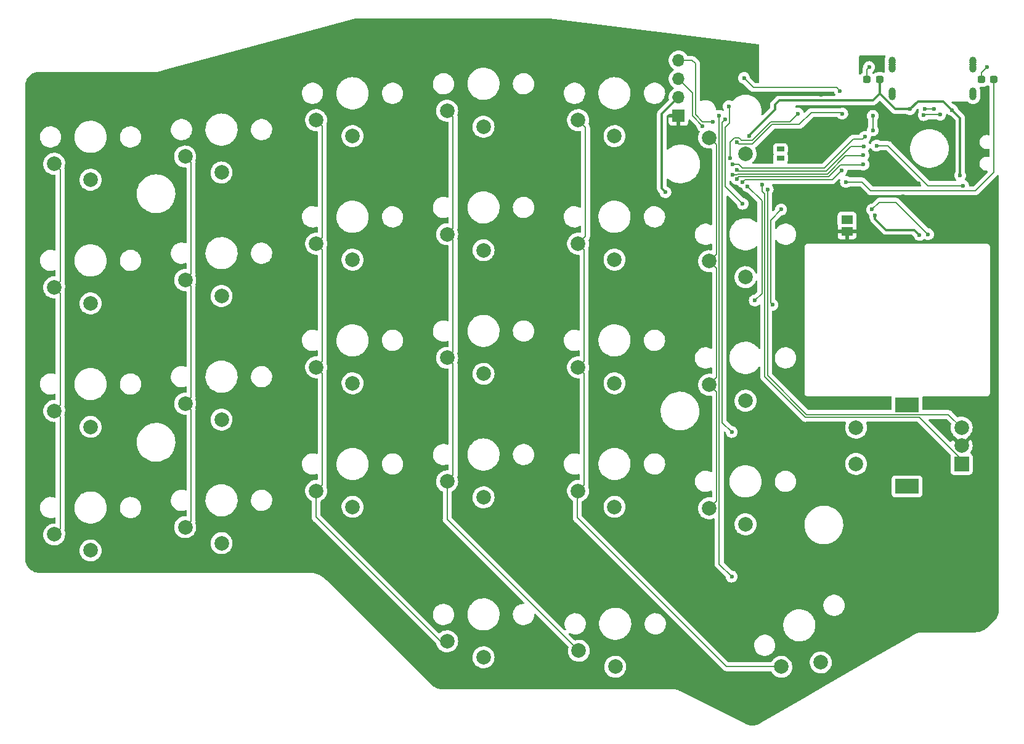
<source format=gtl>
G04 #@! TF.GenerationSoftware,KiCad,Pcbnew,(5.99.0-8557-g8988e46ab1)*
G04 #@! TF.CreationDate,2021-01-24T23:58:02-07:00*
G04 #@! TF.ProjectId,BlueSof,426c7565-536f-4662-9e6b-696361645f70,rev?*
G04 #@! TF.SameCoordinates,PX85099e0PY51bada0*
G04 #@! TF.FileFunction,Copper,L1,Top*
G04 #@! TF.FilePolarity,Positive*
%FSLAX46Y46*%
G04 Gerber Fmt 4.6, Leading zero omitted, Abs format (unit mm)*
G04 Created by KiCad (PCBNEW (5.99.0-8557-g8988e46ab1)) date 2021-01-24 23:58:02*
%MOMM*%
%LPD*%
G01*
G04 APERTURE LIST*
G04 Aperture macros list*
%AMRoundRect*
0 Rectangle with rounded corners*
0 $1 Rounding radius*
0 $2 $3 $4 $5 $6 $7 $8 $9 X,Y pos of 4 corners*
0 Add a 4 corners polygon primitive as box body*
4,1,4,$2,$3,$4,$5,$6,$7,$8,$9,$2,$3,0*
0 Add four circle primitives for the rounded corners*
1,1,$1+$1,$2,$3*
1,1,$1+$1,$4,$5*
1,1,$1+$1,$6,$7*
1,1,$1+$1,$8,$9*
0 Add four rect primitives between the rounded corners*
20,1,$1+$1,$2,$3,$4,$5,0*
20,1,$1+$1,$4,$5,$6,$7,0*
20,1,$1+$1,$6,$7,$8,$9,0*
20,1,$1+$1,$8,$9,$2,$3,0*%
G04 Aperture macros list end*
G04 #@! TA.AperFunction,ComponentPad*
%ADD10C,2.000000*%
G04 #@! TD*
G04 #@! TA.AperFunction,ComponentPad*
%ADD11R,1.700000X1.700000*%
G04 #@! TD*
G04 #@! TA.AperFunction,ComponentPad*
%ADD12O,1.700000X1.700000*%
G04 #@! TD*
G04 #@! TA.AperFunction,SMDPad,CuDef*
%ADD13RoundRect,0.237500X-0.287500X-0.237500X0.287500X-0.237500X0.287500X0.237500X-0.287500X0.237500X0*%
G04 #@! TD*
G04 #@! TA.AperFunction,ComponentPad*
%ADD14R,2.000000X2.000000*%
G04 #@! TD*
G04 #@! TA.AperFunction,ComponentPad*
%ADD15R,3.200000X2.000000*%
G04 #@! TD*
G04 #@! TA.AperFunction,ComponentPad*
%ADD16C,1.000000*%
G04 #@! TD*
G04 #@! TA.AperFunction,ComponentPad*
%ADD17R,1.000000X0.650000*%
G04 #@! TD*
G04 #@! TA.AperFunction,ComponentPad*
%ADD18R,1.550000X1.200000*%
G04 #@! TD*
G04 #@! TA.AperFunction,ViaPad*
%ADD19C,0.600000*%
G04 #@! TD*
G04 #@! TA.AperFunction,Conductor*
%ADD20C,0.200000*%
G04 #@! TD*
G04 #@! TA.AperFunction,Conductor*
%ADD21C,0.300000*%
G04 #@! TD*
G04 APERTURE END LIST*
D10*
X40373000Y27900000D03*
X45373000Y25700000D03*
X22373000Y30300000D03*
X27373000Y28100000D03*
X-13627000Y30300000D03*
X-8627000Y28100000D03*
X-31627000Y25300000D03*
X-26627000Y23100000D03*
X-49627000Y24300000D03*
X-44627000Y22100000D03*
X40373000Y10900000D03*
X45373000Y8700000D03*
X22373000Y13300000D03*
X27373000Y11100000D03*
X4373000Y14600000D03*
X9373000Y12400000D03*
X-13627000Y13300000D03*
X-8627000Y11100000D03*
X-49627000Y7300000D03*
X-44627000Y5100000D03*
X22373000Y-3700000D03*
X27373000Y-5900000D03*
X4373000Y-2400000D03*
X9373000Y-4600000D03*
X-13627000Y-3700000D03*
X-8627000Y-5900000D03*
X-31627000Y-8700000D03*
X-26627000Y-10900000D03*
X40373000Y-23100000D03*
X45373000Y-25300000D03*
X4373000Y-19400000D03*
X9373000Y-21600000D03*
X-13627000Y-20700000D03*
X-8627000Y-22900000D03*
X-31627000Y-25700000D03*
X-26627000Y-27900000D03*
X-49627000Y-26700000D03*
X-44627000Y-28900000D03*
X40373000Y-6100000D03*
X45373000Y-8300000D03*
X-31627000Y8300000D03*
X-26627000Y6100000D03*
X-49627000Y-9700000D03*
X-44627000Y-11900000D03*
X4373000Y-41400000D03*
X9373000Y-43600000D03*
X4373000Y31600000D03*
X9373000Y29400000D03*
X22373000Y-20700000D03*
X27373000Y-22900000D03*
D11*
X36173000Y30900000D03*
D12*
X36173000Y33440000D03*
X36173000Y35980000D03*
X36173000Y38520000D03*
D13*
X77773000Y35875000D03*
X79523000Y35875000D03*
D10*
X50292873Y-44904294D03*
X55723000Y-44309550D03*
D13*
X62073000Y35900000D03*
X63823000Y35900000D03*
D14*
X75073000Y-17000000D03*
D10*
X75073000Y-12000000D03*
X75073000Y-14500000D03*
D15*
X67573000Y-20100000D03*
X67573000Y-8900000D03*
D10*
X60573000Y-12000000D03*
X60573000Y-17000000D03*
X22473000Y-42700000D03*
X27473000Y-44900000D03*
D16*
X65497700Y37319900D03*
X76648300Y37332600D03*
X65497400Y34306000D03*
X76648300Y33789300D03*
X76648000Y33544000D03*
X65498000Y38539100D03*
X76648300Y37967600D03*
X65497400Y34043300D03*
X76648000Y34306000D03*
X65497700Y38259700D03*
X65497700Y33789300D03*
X76648600Y38551800D03*
X65497400Y33544000D03*
X76648300Y38272400D03*
X76648000Y34043300D03*
X76648300Y37624700D03*
X65497700Y37954900D03*
X65497700Y37612000D03*
D17*
X50171045Y25032000D03*
X50171045Y26302000D03*
D18*
X59323000Y15000000D03*
X59323000Y16600000D03*
D19*
X43473000Y-32500000D03*
X41773000Y30900000D03*
X58373000Y34300000D03*
X45173000Y36100000D03*
X43073000Y32200000D03*
X44973000Y18800000D03*
X49073000Y4900000D03*
X50273000Y18000000D03*
X43473000Y-12600000D03*
X42573000Y30400000D03*
X61373000Y29400000D03*
X53373000Y-19000000D03*
X51373000Y0D03*
X35373000Y-17000000D03*
X60373000Y-36000000D03*
X35373000Y0D03*
X64373000Y30600000D03*
X31373000Y25000000D03*
X55773000Y30200000D03*
X69173000Y19600000D03*
X-627000Y0D03*
X17373000Y18000000D03*
X41773000Y33800000D03*
X-18627000Y12000000D03*
X62173000Y19800000D03*
X17373000Y35000000D03*
X61973000Y14200000D03*
X-627000Y17000000D03*
X35373000Y17000000D03*
X-36627000Y-6000000D03*
X67373000Y27600000D03*
X-18627000Y29000000D03*
X64173000Y37600000D03*
X69173000Y21600000D03*
X77773000Y14400000D03*
X67073000Y19837500D03*
X-36927000Y27800000D03*
X17373000Y-36000000D03*
X53173000Y17400000D03*
X73373000Y-26000000D03*
X-36627000Y11000000D03*
X68373000Y-32000000D03*
X-627000Y34000000D03*
X17373000Y-16000000D03*
X74200000Y18000000D03*
X-36627000Y-23000000D03*
X55773000Y33800000D03*
X35373000Y-39000000D03*
X55773000Y27800000D03*
X17373000Y1000000D03*
X63973000Y24200000D03*
X51373000Y19400000D03*
X30373000Y34000000D03*
X-627000Y-17000000D03*
X-18627000Y-22000000D03*
X-18627000Y-5000000D03*
X75773000Y30000000D03*
X69373000Y-15000000D03*
X55773000Y25200000D03*
X44973000Y21800000D03*
X58573000Y23400000D03*
X61573000Y24200000D03*
X44173000Y22200000D03*
X43573000Y22800000D03*
X61573000Y25500000D03*
X44173000Y23500000D03*
X61673000Y26700000D03*
X61773000Y28000000D03*
X43573000Y24200000D03*
X44173000Y27300000D03*
X58673000Y31200000D03*
X34373000Y20400000D03*
X63173000Y17200000D03*
X69273000Y14500000D03*
X70473000Y14600000D03*
X62773000Y18000000D03*
X74873000Y22700000D03*
X73773000Y31700000D03*
X67973000Y31800000D03*
X45873000Y28100000D03*
X62373000Y37600000D03*
X78573000Y37600000D03*
X40873000Y30100000D03*
X62873000Y30900000D03*
X62873000Y28900000D03*
X52573000Y31200000D03*
X43273000Y25100000D03*
X46648972Y5500011D03*
X45673000Y21200000D03*
X47673000Y21400000D03*
X48423000Y20750000D03*
X63373000Y26800000D03*
X75273000Y21300000D03*
X39473000Y29500000D03*
X59173000Y21800000D03*
X72123000Y31050000D03*
X69873000Y31000000D03*
X69973000Y31800000D03*
X71323000Y31850000D03*
D20*
X41773000Y28424057D02*
X41772980Y28424037D01*
X41773000Y30900000D02*
X41773000Y28424057D01*
X41772980Y-30799980D02*
X43473000Y-32500000D01*
X41772980Y28424037D02*
X41772980Y-30799980D01*
X46473000Y34800000D02*
X57873000Y34800000D01*
X45173000Y36100000D02*
X46473000Y34800000D01*
X57873000Y34800000D02*
X58373000Y34300000D01*
X42573020Y21199980D02*
X42573020Y29300020D01*
X43173000Y32100000D02*
X43073000Y32200000D01*
X42573020Y29300020D02*
X43173000Y29900000D01*
X43173000Y29900000D02*
X43173000Y32100000D01*
X44973000Y18800000D02*
X42573020Y21199980D01*
X48823020Y5149980D02*
X49073000Y4900000D01*
X48823020Y16550020D02*
X48823020Y5149980D01*
X50273000Y18000000D02*
X48823020Y16550020D01*
X42173000Y-11300000D02*
X43473000Y-12600000D01*
X42573000Y30400000D02*
X42173000Y30000000D01*
X42173000Y30000000D02*
X42173000Y-11300000D01*
X-48800000Y-25873000D02*
X-48800000Y-10527000D01*
X45273000Y22100000D02*
X57273000Y22100000D01*
X-49627000Y-26700000D02*
X-48800000Y-25873000D01*
X44973000Y21800000D02*
X45273000Y22100000D01*
X-48800000Y23473000D02*
X-49627000Y24300000D01*
X57273000Y22100000D02*
X58573000Y23400000D01*
X-48800000Y-8873000D02*
X-48800000Y6473000D01*
X-48800000Y8127000D02*
X-48800000Y23473000D01*
X-49627000Y-9700000D02*
X-48800000Y-8873000D01*
X-48800000Y-10527000D02*
X-49627000Y-9700000D01*
X-49627000Y7300000D02*
X-48800000Y8127000D01*
X-48800000Y6473000D02*
X-49627000Y7300000D01*
X-30800000Y7473000D02*
X-30800000Y-7873000D01*
X-30800000Y9127000D02*
X-31627000Y8300000D01*
X58284994Y24000011D02*
X57972989Y23688006D01*
X-31627000Y25300000D02*
X-30800000Y24473000D01*
X61573000Y24200000D02*
X61473000Y24100000D01*
X58384983Y24100000D02*
X58773000Y24100000D01*
X-31627000Y-8700000D02*
X-30800000Y-9527000D01*
X61473000Y24100000D02*
X58573000Y24100000D01*
X-30800000Y-9527000D02*
X-30800000Y-24873000D01*
X-31627000Y8300000D02*
X-30800000Y7473000D01*
X44473000Y22500000D02*
X56784983Y22500000D01*
X-30800000Y-24873000D02*
X-31627000Y-25700000D01*
X44173000Y22200000D02*
X44473000Y22500000D01*
X-30800000Y-7873000D02*
X-31627000Y-8700000D01*
X56784983Y22500000D02*
X58384983Y24100000D01*
X-30800000Y24473000D02*
X-30800000Y9127000D01*
X45461017Y22900000D02*
X45973000Y22900000D01*
X-12800000Y-4527000D02*
X-13627000Y-3700000D01*
X43573000Y22800000D02*
X44207286Y22800000D01*
X-12800000Y-2873000D02*
X-12800000Y12473000D01*
X-12800000Y14127000D02*
X-12800000Y29473000D01*
X-13627000Y-24300000D02*
X-13627000Y-20700000D01*
X-13627000Y-20700000D02*
X-12800000Y-19873000D01*
X-13627000Y13300000D02*
X-12800000Y14127000D01*
X3473000Y-41400000D02*
X-13627000Y-24300000D01*
X61473000Y25400000D02*
X61573000Y25500000D01*
X4373000Y-41400000D02*
X3473000Y-41400000D01*
X-12800000Y29473000D02*
X-13627000Y30300000D01*
X-13627000Y-3700000D02*
X-12800000Y-2873000D01*
X44307286Y22900000D02*
X45973000Y22900000D01*
X45973000Y22900000D02*
X56619269Y22900000D01*
X44207286Y22800000D02*
X44307286Y22900000D01*
X-12800000Y-19873000D02*
X-12800000Y-4527000D01*
X56619269Y22900000D02*
X59119269Y25400000D01*
X59119269Y25400000D02*
X61473000Y25400000D01*
X-12800000Y12473000D02*
X-13627000Y13300000D01*
X5200000Y13773000D02*
X5200000Y-1573000D01*
X44173000Y23500000D02*
X44372980Y23300020D01*
X4373000Y-24100000D02*
X4373000Y-19400000D01*
X5200000Y-1573000D02*
X4373000Y-2400000D01*
X4373000Y14600000D02*
X5200000Y13773000D01*
X56453575Y23300020D02*
X46373020Y23300020D01*
X5200000Y-3227000D02*
X5200000Y-18573000D01*
X22473000Y-42700000D02*
X4373000Y-24600000D01*
X46373020Y23300020D02*
X45626711Y23300020D01*
X4373000Y-2400000D02*
X5200000Y-3227000D01*
X5200000Y-18573000D02*
X4373000Y-19400000D01*
X44372980Y23300020D02*
X46373020Y23300020D01*
X4373000Y31600000D02*
X5200000Y30773000D01*
X61673000Y26700000D02*
X59853555Y26700000D01*
X5200000Y15427000D02*
X4373000Y14600000D01*
X5200000Y30773000D02*
X5200000Y15427000D01*
X4373000Y-24600000D02*
X4373000Y-19400000D01*
X59853555Y26700000D02*
X56453575Y23300020D01*
X50292873Y-44904294D02*
X42777294Y-44904294D01*
X44972960Y23700040D02*
X44473000Y24200000D01*
X22273000Y-24400000D02*
X22273000Y-20800000D01*
X23400000Y14327000D02*
X23400000Y29273000D01*
X61473000Y27700000D02*
X60173000Y27700000D01*
X42777294Y-44904294D02*
X22273000Y-24400000D01*
X23400000Y29273000D02*
X22373000Y30300000D01*
X23200000Y-4527000D02*
X22373000Y-3700000D01*
X23200000Y-19873000D02*
X23200000Y-4527000D01*
X61773000Y28000000D02*
X61473000Y27700000D01*
X56173040Y23700040D02*
X44972960Y23700040D01*
X22273000Y-20800000D02*
X22373000Y-20700000D01*
X23200000Y-2873000D02*
X23200000Y12473000D01*
X22373000Y-3700000D02*
X23200000Y-2873000D01*
X22373000Y13300000D02*
X23400000Y14327000D01*
X60173000Y27700000D02*
X56173040Y23700040D01*
X23200000Y12473000D02*
X22373000Y13300000D01*
X22373000Y-20700000D02*
X23200000Y-19873000D01*
X44473000Y24200000D02*
X43573000Y24200000D01*
X46338714Y27000000D02*
X44473000Y27000000D01*
X54403011Y31330011D02*
X52773000Y29700000D01*
X41372960Y9900040D02*
X41372960Y-5100040D01*
X41372960Y-22100040D02*
X40373000Y-23100000D01*
X40373000Y27900000D02*
X41372960Y26900040D01*
X41372960Y11899960D02*
X40373000Y10900000D01*
X40373000Y10900000D02*
X41372960Y9900040D01*
X49038714Y29700000D02*
X46338714Y27000000D01*
X40373000Y-6100000D02*
X41372960Y-7099960D01*
X41372960Y26900040D02*
X41372960Y11899960D01*
X41372960Y-7099960D02*
X41372960Y-22100040D01*
X41372960Y-5100040D02*
X40373000Y-6100000D01*
X52773000Y29700000D02*
X49038714Y29700000D01*
X58673000Y31200000D02*
X58542989Y31330011D01*
X58542989Y31330011D02*
X54403011Y31330011D01*
X44473000Y27000000D02*
X44173000Y27300000D01*
D21*
X33873000Y20900000D02*
X33873000Y31140000D01*
X33873000Y31140000D02*
X36173000Y33440000D01*
X34373000Y20400000D02*
X33873000Y20900000D01*
X63173000Y16700000D02*
X64673000Y15200000D01*
X63173000Y17200000D02*
X63173000Y16700000D01*
X64673000Y15200000D02*
X68573000Y15200000D01*
X68573000Y15200000D02*
X69273000Y14500000D01*
D20*
X63773000Y19000000D02*
X66073000Y19000000D01*
X66073000Y19000000D02*
X70473000Y14600000D01*
X62773000Y18000000D02*
X63773000Y19000000D01*
D21*
X63823000Y35900000D02*
X63823000Y33960383D01*
X45873000Y28100000D02*
X45873000Y28200000D01*
X74873000Y30600000D02*
X73773000Y31700000D01*
X74873000Y22700000D02*
X74873000Y30600000D01*
X62862617Y33000000D02*
X63823000Y33960383D01*
X50000000Y33000000D02*
X62862617Y33000000D01*
X45873000Y28200000D02*
X49400000Y31727000D01*
X69073000Y32900000D02*
X72573000Y32900000D01*
X72573000Y32900000D02*
X73773000Y31700000D01*
X65983383Y31800000D02*
X63823000Y33960383D01*
X67973000Y31800000D02*
X69073000Y32900000D01*
X49400000Y32400000D02*
X49400000Y31727000D01*
X67973000Y31800000D02*
X65983383Y31800000D01*
X50000000Y33000000D02*
X49400000Y32400000D01*
D20*
X62073000Y35900000D02*
X62073000Y37300000D01*
X62073000Y37300000D02*
X62373000Y37600000D01*
X77773000Y36800000D02*
X78573000Y37600000D01*
X77773000Y35875000D02*
X77773000Y36800000D01*
X38053000Y38520000D02*
X36173000Y38520000D01*
X40873000Y30100000D02*
X39438714Y30100000D01*
X38500000Y31038714D02*
X38500000Y38073000D01*
X38500000Y38073000D02*
X38053000Y38520000D01*
X39438714Y30100000D02*
X38500000Y31038714D01*
X62873000Y28900000D02*
X62873000Y30900000D01*
X46648972Y5500011D02*
X47622960Y6473999D01*
X47622960Y6473999D02*
X47622960Y19250040D01*
X44773011Y27500000D02*
X44773011Y27588006D01*
X43884994Y27900011D02*
X43273000Y27288017D01*
X44461006Y27900011D02*
X43884994Y27900011D01*
X46273001Y27500000D02*
X44773011Y27500000D01*
X47622960Y19250040D02*
X45673000Y21200000D01*
X52573000Y31200000D02*
X51473020Y30100020D01*
X51473020Y30100020D02*
X48873021Y30100020D01*
X43273000Y27288017D02*
X43273000Y25100000D01*
X48873021Y30100020D02*
X46273001Y27500000D01*
X44773011Y27588006D02*
X44461006Y27900011D01*
X48173000Y-5165714D02*
X53607306Y-10600020D01*
X48022980Y-5015693D02*
X48173000Y-5165714D01*
X58249000Y-10600000D02*
X65567267Y-10600000D01*
X75073000Y-16400000D02*
X75073000Y-17000000D01*
X65567267Y-10600000D02*
X65567298Y-10600031D01*
X47673000Y21400000D02*
X47673000Y20500000D01*
X53607306Y-10600020D02*
X58248980Y-10600020D01*
X69273031Y-10600031D02*
X75073000Y-16400000D01*
X58248980Y-10600020D02*
X58249000Y-10600000D01*
X65567298Y-10600031D02*
X69273031Y-10600031D01*
X47673000Y20500000D02*
X48022980Y20150020D01*
X48022980Y20150020D02*
X48022980Y-5015693D01*
X48423000Y-4850000D02*
X53773000Y-10200000D01*
X65732960Y-10199980D02*
X65732991Y-10200011D01*
X69473011Y-10140009D02*
X69473011Y-10200000D01*
X48423000Y20750000D02*
X48423000Y-4850000D01*
X58083307Y-10199980D02*
X65732960Y-10199980D01*
X58083287Y-10200000D02*
X58083307Y-10199980D01*
X73273000Y-10200000D02*
X75073000Y-12000000D01*
X65732991Y-10200011D02*
X69413009Y-10200011D01*
X69413009Y-10200011D02*
X69473011Y-10140009D01*
X69473011Y-10200000D02*
X73273000Y-10200000D01*
X53773000Y-10200000D02*
X58083287Y-10200000D01*
X75273000Y21300000D02*
X70473000Y21300000D01*
X70473000Y21300000D02*
X64973000Y26800000D01*
X64973000Y26800000D02*
X63373000Y26800000D01*
X39473000Y29500000D02*
X38100000Y30873000D01*
X38100000Y34053000D02*
X36173000Y35980000D01*
X38100000Y30873000D02*
X38100000Y34053000D01*
X76973000Y20600000D02*
X62573000Y20600000D01*
X79523000Y23150000D02*
X76973000Y20600000D01*
X61373000Y21800000D02*
X59173000Y21800000D01*
X79523000Y35875000D02*
X79523000Y23150000D01*
X62573000Y20600000D02*
X61373000Y21800000D01*
X69923000Y31050000D02*
X72123000Y31050000D01*
X69873000Y31000000D02*
X69923000Y31050000D01*
X70023000Y31850000D02*
X69973000Y31800000D01*
X71323000Y31850000D02*
X70023000Y31850000D01*
G04 #@! TA.AperFunction,Conductor*
G36*
X18094668Y44290818D02*
G01*
X18126606Y44286413D01*
X18216195Y44287972D01*
X18226086Y44287755D01*
X18237143Y44287078D01*
X18328662Y44281474D01*
X18338505Y44280483D01*
X18367949Y44276343D01*
X18423986Y44268464D01*
X18428459Y44268475D01*
X18428465Y44268475D01*
X18458179Y44268551D01*
X18460527Y44268557D01*
X18476218Y44267616D01*
X47161278Y40741995D01*
X47226450Y40713832D01*
X47266050Y40654906D01*
X47271907Y40616719D01*
X47263139Y35534283D01*
X47243019Y35466196D01*
X47189283Y35419796D01*
X47137139Y35408500D01*
X46777239Y35408500D01*
X46709118Y35428502D01*
X46688144Y35445405D01*
X46011758Y36121791D01*
X45977732Y36184103D01*
X45975638Y36196840D01*
X45967069Y36273232D01*
X45966284Y36280230D01*
X45958779Y36301783D01*
X45925444Y36397508D01*
X45906641Y36451502D01*
X45828251Y36576953D01*
X45814267Y36599332D01*
X45814266Y36599334D01*
X45810535Y36605304D01*
X45801745Y36614156D01*
X45703369Y36713220D01*
X45682742Y36733991D01*
X45529615Y36831169D01*
X45358763Y36892006D01*
X45351771Y36892840D01*
X45351770Y36892840D01*
X45268721Y36902743D01*
X45178679Y36913480D01*
X45171676Y36912744D01*
X45171675Y36912744D01*
X45005321Y36895260D01*
X45005317Y36895259D01*
X44998313Y36894523D01*
X44991642Y36892252D01*
X44833299Y36838348D01*
X44833296Y36838347D01*
X44826629Y36836077D01*
X44820630Y36832387D01*
X44820629Y36832386D01*
X44809035Y36825253D01*
X44672159Y36741047D01*
X44667126Y36736118D01*
X44569590Y36640603D01*
X44542583Y36614156D01*
X44538772Y36608242D01*
X44538770Y36608240D01*
X44516168Y36573169D01*
X44444338Y36461711D01*
X44430669Y36424156D01*
X44384720Y36297911D01*
X44384719Y36297907D01*
X44382310Y36291288D01*
X44359579Y36111358D01*
X44377277Y35930864D01*
X44434523Y35758776D01*
X44438170Y35752754D01*
X44438171Y35752752D01*
X44500316Y35650139D01*
X44528472Y35603647D01*
X44654456Y35473187D01*
X44660348Y35469332D01*
X44660352Y35469328D01*
X44732601Y35422050D01*
X44806211Y35373881D01*
X44812815Y35371425D01*
X44969595Y35313119D01*
X44969597Y35313118D01*
X44976197Y35310664D01*
X44983180Y35309732D01*
X44983181Y35309732D01*
X45078853Y35296966D01*
X45143730Y35268130D01*
X45151283Y35261168D01*
X46010029Y34402422D01*
X46020896Y34390031D01*
X46039190Y34366190D01*
X46166250Y34268693D01*
X46173880Y34265533D01*
X46173881Y34265532D01*
X46200832Y34254369D01*
X46227539Y34243307D01*
X46314214Y34207404D01*
X46473000Y34186500D01*
X46481188Y34187578D01*
X46481189Y34187578D01*
X46502792Y34190422D01*
X46519238Y34191500D01*
X57466232Y34191500D01*
X57534353Y34171498D01*
X57580846Y34117842D01*
X57585790Y34105272D01*
X57608915Y34035756D01*
X57634523Y33958776D01*
X57638170Y33952754D01*
X57638171Y33952752D01*
X57700538Y33849771D01*
X57718717Y33781141D01*
X57696906Y33713578D01*
X57642030Y33668532D01*
X57592762Y33658500D01*
X50079580Y33658500D01*
X50069516Y33658974D01*
X50062441Y33660556D01*
X49998989Y33658562D01*
X49995031Y33658500D01*
X49960421Y33658500D01*
X49956490Y33658003D01*
X49956484Y33658003D01*
X49954195Y33657714D01*
X49942370Y33656783D01*
X49905886Y33655636D01*
X49896206Y33655332D01*
X49888590Y33653119D01*
X49888588Y33653119D01*
X49875614Y33649350D01*
X49856255Y33645341D01*
X49842859Y33643649D01*
X49842856Y33643648D01*
X49834994Y33642655D01*
X49827628Y33639738D01*
X49827622Y33639737D01*
X49792068Y33625660D01*
X49780838Y33621815D01*
X49736492Y33608931D01*
X49722103Y33600421D01*
X49718040Y33598018D01*
X49700281Y33589318D01*
X49687731Y33584349D01*
X49680356Y33581429D01*
X49673941Y33576768D01*
X49673939Y33576767D01*
X49643003Y33554291D01*
X49633081Y33547773D01*
X49593336Y33524268D01*
X49590565Y33521825D01*
X49576979Y33508239D01*
X49561952Y33495404D01*
X49545803Y33483671D01*
X49540749Y33477562D01*
X49540747Y33477560D01*
X49517933Y33449983D01*
X49509943Y33441203D01*
X48990645Y32921905D01*
X48983190Y32915121D01*
X48977069Y32911236D01*
X48959005Y32892000D01*
X48933597Y32864943D01*
X48930842Y32862101D01*
X48906384Y32837643D01*
X48902538Y32832685D01*
X48894836Y32823667D01*
X48868646Y32795778D01*
X48868644Y32795775D01*
X48863217Y32789996D01*
X48859398Y32783049D01*
X48859395Y32783045D01*
X48852889Y32771210D01*
X48842032Y32754682D01*
X48839816Y32751825D01*
X48828897Y32737749D01*
X48810553Y32695359D01*
X48805343Y32684722D01*
X48783093Y32644251D01*
X48781121Y32636570D01*
X48777761Y32623486D01*
X48771358Y32604783D01*
X48767677Y32596276D01*
X48762845Y32585110D01*
X48761605Y32577280D01*
X48761603Y32577274D01*
X48755620Y32539502D01*
X48753214Y32527882D01*
X48743209Y32488914D01*
X48743208Y32488908D01*
X48741732Y32483159D01*
X48741500Y32479472D01*
X48741500Y32460263D01*
X48739949Y32440553D01*
X48736827Y32420841D01*
X48737573Y32412949D01*
X48740941Y32377320D01*
X48741500Y32365462D01*
X48741500Y32051950D01*
X48721498Y31983829D01*
X48704595Y31962855D01*
X47740791Y30999051D01*
X47678479Y30965025D01*
X47607664Y30970090D01*
X47550828Y31012637D01*
X47526017Y31079157D01*
X47529546Y31119055D01*
X47529754Y31119875D01*
X47550135Y31200421D01*
X47583857Y31491871D01*
X47585024Y31539594D01*
X47585164Y31545356D01*
X47586500Y31600000D01*
X47567056Y31892750D01*
X47564669Y31904592D01*
X47534955Y32051950D01*
X47509064Y32180356D01*
X47413544Y32457766D01*
X47404548Y32475732D01*
X47284049Y32716362D01*
X47284048Y32716364D01*
X47282174Y32720106D01*
X47197054Y32845356D01*
X47119613Y32959308D01*
X47119611Y32959311D01*
X47117262Y32962767D01*
X46921705Y33181485D01*
X46698939Y33372419D01*
X46546403Y33471477D01*
X46456376Y33529941D01*
X46456373Y33529943D01*
X46452877Y33532213D01*
X46449111Y33534001D01*
X46449106Y33534004D01*
X46226432Y33639737D01*
X46187844Y33658060D01*
X46183861Y33659339D01*
X46183858Y33659340D01*
X45912481Y33746470D01*
X45912480Y33746470D01*
X45908494Y33747750D01*
X45745416Y33777092D01*
X45623845Y33798966D01*
X45623840Y33798967D01*
X45619736Y33799705D01*
X45615569Y33799894D01*
X45615562Y33799895D01*
X45330814Y33812826D01*
X45330808Y33812826D01*
X45326644Y33813015D01*
X45322496Y33812652D01*
X45322492Y33812652D01*
X45038532Y33787809D01*
X45038524Y33787808D01*
X45034366Y33787444D01*
X45030277Y33786530D01*
X44856788Y33747750D01*
X44748037Y33723441D01*
X44744117Y33721999D01*
X44744111Y33721997D01*
X44527188Y33642185D01*
X44472688Y33622133D01*
X44468988Y33620182D01*
X44468983Y33620180D01*
X44331147Y33547507D01*
X44213157Y33485298D01*
X43974003Y33315340D01*
X43970954Y33312496D01*
X43970947Y33312491D01*
X43855241Y33204592D01*
X43759428Y33115245D01*
X43756775Y33112016D01*
X43756771Y33112011D01*
X43675152Y33012646D01*
X43621034Y32946761D01*
X43617780Y32942800D01*
X43559086Y32902857D01*
X43488114Y32900987D01*
X43452901Y32916391D01*
X43450180Y32918118D01*
X43429615Y32931169D01*
X43258763Y32992006D01*
X43251771Y32992840D01*
X43251770Y32992840D01*
X43168721Y33002743D01*
X43078679Y33013480D01*
X43071676Y33012744D01*
X43071675Y33012744D01*
X42905321Y32995260D01*
X42905317Y32995259D01*
X42898313Y32994523D01*
X42891642Y32992252D01*
X42733299Y32938348D01*
X42733296Y32938347D01*
X42726629Y32936077D01*
X42720630Y32932387D01*
X42720629Y32932386D01*
X42691935Y32914733D01*
X42572159Y32841047D01*
X42545271Y32814716D01*
X42477213Y32748068D01*
X42442583Y32714156D01*
X42438772Y32708242D01*
X42438770Y32708240D01*
X42411879Y32666513D01*
X42344338Y32561711D01*
X42330045Y32522440D01*
X42284720Y32397911D01*
X42284719Y32397907D01*
X42282310Y32391288D01*
X42259579Y32211358D01*
X42277277Y32030864D01*
X42279501Y32024179D01*
X42279501Y32024178D01*
X42281775Y32017342D01*
X42334523Y31858776D01*
X42338170Y31852754D01*
X42338171Y31852752D01*
X42408051Y31737366D01*
X42426230Y31668736D01*
X42404419Y31601173D01*
X42349544Y31556127D01*
X42279025Y31547900D01*
X42232763Y31565709D01*
X42129615Y31631169D01*
X41958763Y31692006D01*
X41951771Y31692840D01*
X41951770Y31692840D01*
X41847244Y31705304D01*
X41778679Y31713480D01*
X41771676Y31712744D01*
X41771675Y31712744D01*
X41605321Y31695260D01*
X41605317Y31695259D01*
X41598313Y31694523D01*
X41591642Y31692252D01*
X41489011Y31657314D01*
X41418079Y31654296D01*
X41356775Y31690106D01*
X41324563Y31753375D01*
X41322830Y31766268D01*
X41317272Y31833877D01*
X41317271Y31833883D01*
X41316848Y31839028D01*
X41280477Y31983829D01*
X41259680Y32066625D01*
X41259679Y32066629D01*
X41258421Y32071636D01*
X41256365Y32076366D01*
X41256362Y32076373D01*
X41164848Y32286841D01*
X41164846Y32286844D01*
X41162788Y32291578D01*
X41159982Y32295916D01*
X41035327Y32488603D01*
X41035322Y32488609D01*
X41032516Y32492947D01*
X41027643Y32498303D01*
X40969322Y32562396D01*
X40871105Y32670336D01*
X40867054Y32673535D01*
X40867050Y32673539D01*
X40686943Y32815779D01*
X40686938Y32815782D01*
X40682889Y32818980D01*
X40678373Y32821473D01*
X40678370Y32821475D01*
X40477446Y32932391D01*
X40477442Y32932393D01*
X40472922Y32934888D01*
X40468053Y32936612D01*
X40468049Y32936614D01*
X40251720Y33013220D01*
X40251716Y33013221D01*
X40246845Y33014946D01*
X40241752Y33015853D01*
X40241749Y33015854D01*
X40015817Y33056099D01*
X40015811Y33056100D01*
X40010728Y33057005D01*
X39923527Y33058070D01*
X39776081Y33059872D01*
X39776079Y33059872D01*
X39770911Y33059935D01*
X39533837Y33023657D01*
X39305871Y32949147D01*
X39292678Y32942279D01*
X39223022Y32928567D01*
X39157007Y32954691D01*
X39115595Y33012359D01*
X39108500Y33054043D01*
X39108500Y38026763D01*
X39109578Y38043210D01*
X39112422Y38064812D01*
X39113500Y38073000D01*
X39092595Y38231786D01*
X39073863Y38277008D01*
X39050449Y38333535D01*
X39034468Y38372119D01*
X39034467Y38372120D01*
X39031307Y38379750D01*
X38933810Y38506810D01*
X38909969Y38525104D01*
X38897578Y38535971D01*
X38515971Y38917578D01*
X38505104Y38929969D01*
X38491836Y38947260D01*
X38486810Y38953810D01*
X38359750Y39051307D01*
X38352120Y39054467D01*
X38352119Y39054468D01*
X38298461Y39076693D01*
X38298459Y39076694D01*
X38219417Y39109435D01*
X38211786Y39112596D01*
X38053000Y39133500D01*
X38044812Y39132422D01*
X38044811Y39132422D01*
X38023208Y39129578D01*
X38006762Y39128500D01*
X37468225Y39128500D01*
X37400104Y39148502D01*
X37363705Y39184133D01*
X37238607Y39369947D01*
X37235627Y39374374D01*
X37076482Y39541201D01*
X36891504Y39678829D01*
X36886753Y39681245D01*
X36886749Y39681247D01*
X36690740Y39780903D01*
X36690739Y39780903D01*
X36685982Y39783322D01*
X36545033Y39827088D01*
X36470895Y39850109D01*
X36470889Y39850110D01*
X36465792Y39851693D01*
X36360798Y39865609D01*
X36242515Y39881286D01*
X36242510Y39881286D01*
X36237230Y39881986D01*
X36231900Y39881786D01*
X36231899Y39881786D01*
X36122031Y39877662D01*
X36006831Y39873337D01*
X35924368Y39856034D01*
X35786411Y39827088D01*
X35786408Y39827087D01*
X35781184Y39825991D01*
X35566740Y39741303D01*
X35369631Y39621694D01*
X35365601Y39618197D01*
X35203824Y39477815D01*
X35195492Y39470585D01*
X35192109Y39466459D01*
X35192105Y39466455D01*
X35191092Y39465219D01*
X35049304Y39292295D01*
X35046665Y39287659D01*
X35046663Y39287656D01*
X34977025Y39165319D01*
X34935245Y39091923D01*
X34856578Y38875198D01*
X34855629Y38869949D01*
X34855628Y38869946D01*
X34832799Y38743700D01*
X34815551Y38648317D01*
X34813338Y38417767D01*
X34850002Y38190139D01*
X34924494Y37971944D01*
X34927044Y37967257D01*
X34927045Y37967255D01*
X34957381Y37911500D01*
X35034685Y37769420D01*
X35177424Y37588356D01*
X35211886Y37557272D01*
X35344659Y37437511D01*
X35344665Y37437506D01*
X35348629Y37433931D01*
X35353142Y37431072D01*
X35353144Y37431071D01*
X35471242Y37356269D01*
X35518087Y37302921D01*
X35528654Y37232715D01*
X35499587Y37167942D01*
X35469186Y37142106D01*
X35374196Y37084465D01*
X35374189Y37084460D01*
X35369631Y37081694D01*
X35365601Y37078197D01*
X35203731Y36937734D01*
X35195492Y36930585D01*
X35192109Y36926459D01*
X35192105Y36926455D01*
X35100351Y36814552D01*
X35049304Y36752295D01*
X35046665Y36747659D01*
X35046663Y36747656D01*
X34970695Y36614199D01*
X34935245Y36551923D01*
X34856578Y36335198D01*
X34855629Y36329949D01*
X34855628Y36329946D01*
X34817366Y36118352D01*
X34815551Y36108317D01*
X34814772Y36027163D01*
X34813405Y35884697D01*
X34813338Y35877767D01*
X34850002Y35650139D01*
X34924494Y35431944D01*
X34927044Y35427257D01*
X34927045Y35427255D01*
X34953969Y35377771D01*
X35034685Y35229420D01*
X35177424Y35048356D01*
X35215777Y35013762D01*
X35344659Y34897511D01*
X35344665Y34897506D01*
X35348629Y34893931D01*
X35353142Y34891072D01*
X35353144Y34891071D01*
X35471242Y34816269D01*
X35518087Y34762921D01*
X35528654Y34692715D01*
X35499587Y34627942D01*
X35469186Y34602106D01*
X35374196Y34544465D01*
X35374189Y34544460D01*
X35369631Y34541694D01*
X35365601Y34538197D01*
X35202402Y34396581D01*
X35195492Y34390585D01*
X35192109Y34386459D01*
X35192105Y34386455D01*
X35137740Y34320151D01*
X35049304Y34212295D01*
X35046665Y34207659D01*
X35046663Y34207656D01*
X34949166Y34036379D01*
X34935245Y34011923D01*
X34856578Y33795198D01*
X34855629Y33789949D01*
X34855628Y33789946D01*
X34825225Y33621815D01*
X34815551Y33568317D01*
X34815091Y33520401D01*
X34813407Y33344927D01*
X34813338Y33337767D01*
X34847382Y33126409D01*
X34848344Y33120434D01*
X34839429Y33049999D01*
X34813042Y33011302D01*
X33463647Y31661906D01*
X33456192Y31655122D01*
X33450069Y31651236D01*
X33444644Y31645459D01*
X33406597Y31604943D01*
X33403842Y31602101D01*
X33379384Y31577643D01*
X33375538Y31572685D01*
X33367836Y31563667D01*
X33341646Y31535778D01*
X33341644Y31535775D01*
X33336217Y31529996D01*
X33332398Y31523049D01*
X33332395Y31523045D01*
X33325889Y31511210D01*
X33315032Y31494682D01*
X33301897Y31477749D01*
X33283553Y31435359D01*
X33278343Y31424722D01*
X33256093Y31384251D01*
X33254121Y31376570D01*
X33250761Y31363486D01*
X33244358Y31344783D01*
X33235845Y31325110D01*
X33234605Y31317280D01*
X33234603Y31317274D01*
X33228620Y31279502D01*
X33226214Y31267882D01*
X33216209Y31228914D01*
X33216208Y31228908D01*
X33214732Y31223159D01*
X33214500Y31219472D01*
X33214500Y31200263D01*
X33212949Y31180553D01*
X33209827Y31160841D01*
X33210573Y31152949D01*
X33213941Y31117320D01*
X33214500Y31105462D01*
X33214500Y20979580D01*
X33214026Y20969516D01*
X33212444Y20962441D01*
X33212693Y20954519D01*
X33214438Y20898989D01*
X33214500Y20895031D01*
X33214500Y20860421D01*
X33214997Y20856490D01*
X33214997Y20856484D01*
X33215286Y20854195D01*
X33216217Y20842370D01*
X33217364Y20805886D01*
X33217668Y20796206D01*
X33219881Y20788590D01*
X33219881Y20788588D01*
X33223650Y20775614D01*
X33227659Y20756255D01*
X33229101Y20744845D01*
X33230345Y20734994D01*
X33233262Y20727628D01*
X33233263Y20727622D01*
X33247340Y20692068D01*
X33251185Y20680839D01*
X33264069Y20636492D01*
X33268105Y20629668D01*
X33274984Y20618036D01*
X33283680Y20600287D01*
X33291571Y20580356D01*
X33308494Y20557064D01*
X33318713Y20542998D01*
X33325228Y20533080D01*
X33348732Y20493337D01*
X33351175Y20490565D01*
X33364761Y20476979D01*
X33377596Y20461952D01*
X33389329Y20445803D01*
X33395438Y20440749D01*
X33395440Y20440747D01*
X33423017Y20417933D01*
X33431797Y20409943D01*
X33542835Y20298905D01*
X33576725Y20236489D01*
X33577277Y20230864D01*
X33634523Y20058776D01*
X33638170Y20052754D01*
X33638171Y20052752D01*
X33678295Y19986500D01*
X33728472Y19903647D01*
X33854456Y19773187D01*
X33860348Y19769332D01*
X33860352Y19769328D01*
X33948361Y19711737D01*
X34006211Y19673881D01*
X34176197Y19610664D01*
X34183178Y19609733D01*
X34183180Y19609732D01*
X34232766Y19603116D01*
X34355963Y19586678D01*
X34362974Y19587316D01*
X34362978Y19587316D01*
X34503059Y19600066D01*
X34536577Y19603116D01*
X34543279Y19605294D01*
X34543281Y19605294D01*
X34702361Y19656982D01*
X34702364Y19656983D01*
X34709060Y19659159D01*
X34864841Y19752023D01*
X34996177Y19877092D01*
X35068867Y19986500D01*
X35092639Y20022279D01*
X35092640Y20022281D01*
X35096540Y20028151D01*
X35160942Y20197691D01*
X35178635Y20323580D01*
X35185632Y20373364D01*
X35185632Y20373367D01*
X35186183Y20377286D01*
X35186500Y20400000D01*
X35166284Y20580230D01*
X35156091Y20609502D01*
X35117026Y20721680D01*
X35106641Y20751502D01*
X35051733Y20839374D01*
X35014267Y20899332D01*
X35014266Y20899334D01*
X35010535Y20905304D01*
X34995045Y20920903D01*
X34914037Y21002477D01*
X34882742Y21033991D01*
X34766924Y21107492D01*
X34735570Y21127390D01*
X34735569Y21127391D01*
X34729615Y21131169D01*
X34615233Y21171898D01*
X34557769Y21213592D01*
X34531969Y21279735D01*
X34531500Y21290597D01*
X34531500Y22161823D01*
X34551502Y22229944D01*
X34605158Y22276437D01*
X34675432Y22286541D01*
X34742622Y22254721D01*
X34796805Y22205072D01*
X35061560Y22016224D01*
X35064947Y22014385D01*
X35343972Y21862886D01*
X35343977Y21862884D01*
X35347356Y21861049D01*
X35350931Y21859641D01*
X35350937Y21859638D01*
X35504034Y21799332D01*
X35649933Y21741861D01*
X35653653Y21740899D01*
X35653656Y21740898D01*
X35745495Y21717147D01*
X35964780Y21660436D01*
X35968599Y21659933D01*
X35968600Y21659933D01*
X36283387Y21618490D01*
X36283395Y21618489D01*
X36287204Y21617988D01*
X36291047Y21617954D01*
X36291054Y21617954D01*
X36443174Y21616627D01*
X36612397Y21615150D01*
X36616213Y21615585D01*
X36616217Y21615585D01*
X36840706Y21641163D01*
X36935512Y21651965D01*
X37251732Y21727882D01*
X37255328Y21729226D01*
X37255333Y21729228D01*
X37552744Y21840426D01*
X37552749Y21840428D01*
X37556343Y21841772D01*
X37772352Y21954219D01*
X37841389Y21990157D01*
X37841392Y21990159D01*
X37844804Y21991935D01*
X37964036Y22073881D01*
X38109643Y22173953D01*
X38109650Y22173958D01*
X38112814Y22176133D01*
X38356379Y22391621D01*
X38571867Y22635186D01*
X38574042Y22638350D01*
X38574047Y22638357D01*
X38702746Y22825617D01*
X38756065Y22903196D01*
X38762427Y22915416D01*
X38836379Y23057479D01*
X38906228Y23191657D01*
X38923246Y23237172D01*
X39018772Y23492667D01*
X39018774Y23492672D01*
X39020118Y23496268D01*
X39096035Y23812488D01*
X39115810Y23986049D01*
X39132539Y24132871D01*
X39132539Y24132877D01*
X39132850Y24135603D01*
X39136500Y24275000D01*
X39116647Y24599599D01*
X39114350Y24611997D01*
X39083631Y24777735D01*
X39057383Y24919359D01*
X38959591Y25229513D01*
X38950006Y25250547D01*
X38826330Y25521930D01*
X38826328Y25521934D01*
X38824731Y25525438D01*
X38768213Y25617667D01*
X38656820Y25799443D01*
X38656818Y25799446D01*
X38654811Y25802721D01*
X38647154Y25812348D01*
X38507977Y25987316D01*
X38452366Y26057229D01*
X38283716Y26222961D01*
X38223164Y26282466D01*
X38223160Y26282469D01*
X38220413Y26285169D01*
X38196332Y26303647D01*
X37965473Y26480792D01*
X37965469Y26480794D01*
X37962410Y26483142D01*
X37736894Y26615981D01*
X37685520Y26646243D01*
X37685517Y26646245D01*
X37682204Y26648196D01*
X37383971Y26777871D01*
X37072157Y26870235D01*
X36751412Y26923909D01*
X36426516Y26938094D01*
X36102312Y26912579D01*
X35970867Y26885836D01*
X35787419Y26848513D01*
X35787417Y26848512D01*
X35783635Y26847743D01*
X35779976Y26846519D01*
X35779977Y26846519D01*
X35478880Y26745774D01*
X35478874Y26745772D01*
X35475235Y26744554D01*
X35181710Y26604550D01*
X35178473Y26602488D01*
X35178468Y26602485D01*
X35091053Y26546795D01*
X34907434Y26429817D01*
X34904471Y26427374D01*
X34904469Y26427373D01*
X34737646Y26289855D01*
X34672359Y26261959D01*
X34602355Y26273788D01*
X34549859Y26321587D01*
X34531500Y26387080D01*
X34531500Y30632452D01*
X34810000Y30632452D01*
X34810000Y30052257D01*
X34810161Y30047750D01*
X34814740Y29983731D01*
X34817126Y29970509D01*
X34853819Y29845542D01*
X34861233Y29829308D01*
X34930426Y29721640D01*
X34942112Y29708153D01*
X35038840Y29624338D01*
X35053848Y29614693D01*
X35170275Y29561523D01*
X35187388Y29556498D01*
X35318554Y29537639D01*
X35327495Y29537000D01*
X35900885Y29537000D01*
X35916124Y29541475D01*
X35917329Y29542865D01*
X35919000Y29550548D01*
X35919000Y30627885D01*
X35914525Y30643124D01*
X35913135Y30644329D01*
X35905452Y30646000D01*
X34828115Y30646000D01*
X34812876Y30641525D01*
X34811671Y30640135D01*
X34810000Y30632452D01*
X34531500Y30632452D01*
X34531500Y30815050D01*
X34551502Y30883171D01*
X34568405Y30904145D01*
X34781355Y31117095D01*
X34843667Y31151121D01*
X34870450Y31154000D01*
X36301000Y31154000D01*
X36369121Y31133998D01*
X36415614Y31080342D01*
X36427000Y31028000D01*
X36427000Y29555115D01*
X36431475Y29539876D01*
X36432865Y29538671D01*
X36440548Y29537000D01*
X37020743Y29537000D01*
X37025250Y29537161D01*
X37089269Y29541740D01*
X37102491Y29544126D01*
X37227458Y29580819D01*
X37243692Y29588233D01*
X37351360Y29657426D01*
X37364847Y29669112D01*
X37448662Y29765840D01*
X37458307Y29780848D01*
X37511477Y29897275D01*
X37516502Y29914388D01*
X37535361Y30045554D01*
X37536000Y30054497D01*
X37536000Y30272261D01*
X37556002Y30340382D01*
X37609658Y30386875D01*
X37679932Y30396979D01*
X37744512Y30367485D01*
X37751095Y30361356D01*
X38634035Y29478416D01*
X38668061Y29416104D01*
X38670339Y29401618D01*
X38670778Y29397143D01*
X38677277Y29330864D01*
X38679501Y29324179D01*
X38679501Y29324178D01*
X38686738Y29302422D01*
X38734523Y29158776D01*
X38738170Y29152754D01*
X38738171Y29152752D01*
X38824373Y29010416D01*
X38828472Y29003647D01*
X38954456Y28873187D01*
X39027033Y28825694D01*
X39073082Y28771657D01*
X39082605Y28701302D01*
X39069084Y28660721D01*
X38986085Y28505928D01*
X38984439Y28501147D01*
X38984437Y28501143D01*
X38920684Y28315991D01*
X38907049Y28276392D01*
X38865729Y28037172D01*
X38865676Y28032112D01*
X38864326Y27903145D01*
X38863187Y27794424D01*
X38863944Y27789421D01*
X38863944Y27789416D01*
X38897318Y27568739D01*
X38899488Y27554391D01*
X38901034Y27549575D01*
X38901035Y27549572D01*
X38971307Y27330704D01*
X38973700Y27323250D01*
X39083911Y27106947D01*
X39093317Y27094096D01*
X39218341Y26923273D01*
X39227288Y26911048D01*
X39400141Y26740592D01*
X39404266Y26737660D01*
X39404269Y26737658D01*
X39593898Y26602895D01*
X39593902Y26602892D01*
X39598023Y26599964D01*
X39602561Y26597731D01*
X39602566Y26597728D01*
X39723936Y26538007D01*
X39815843Y26492783D01*
X39820678Y26491305D01*
X39820680Y26491304D01*
X39877637Y26473891D01*
X40047998Y26421807D01*
X40053017Y26421120D01*
X40053019Y26421119D01*
X40198438Y26401199D01*
X40288514Y26388860D01*
X40357858Y26390555D01*
X40526143Y26394667D01*
X40526147Y26394667D01*
X40531204Y26394791D01*
X40615282Y26410526D01*
X40685920Y26403396D01*
X40741489Y26359209D01*
X40764460Y26286676D01*
X40764460Y15987430D01*
X40744458Y15919309D01*
X40690802Y15872816D01*
X40620528Y15862712D01*
X40577566Y15877122D01*
X40477456Y15932386D01*
X40477445Y15932391D01*
X40472922Y15934888D01*
X40468053Y15936612D01*
X40468049Y15936614D01*
X40251720Y16013220D01*
X40251716Y16013221D01*
X40246845Y16014946D01*
X40241752Y16015853D01*
X40241749Y16015854D01*
X40015817Y16056099D01*
X40015811Y16056100D01*
X40010728Y16057005D01*
X39923527Y16058070D01*
X39776081Y16059872D01*
X39776079Y16059872D01*
X39770911Y16059935D01*
X39533837Y16023657D01*
X39305871Y15949147D01*
X39263175Y15926921D01*
X39132357Y15858821D01*
X39093136Y15838404D01*
X39089003Y15835301D01*
X39089000Y15835299D01*
X38905479Y15697508D01*
X38901344Y15694403D01*
X38735647Y15521010D01*
X38732733Y15516738D01*
X38732732Y15516737D01*
X38703059Y15473238D01*
X38600494Y15322884D01*
X38499515Y15105344D01*
X38435423Y14874233D01*
X38409937Y14635756D01*
X38410234Y14630604D01*
X38410234Y14630600D01*
X38413650Y14571359D01*
X38423743Y14396320D01*
X38424878Y14391283D01*
X38424879Y14391277D01*
X38470815Y14187444D01*
X38476469Y14162354D01*
X38566701Y13940141D01*
X38621873Y13850109D01*
X38689312Y13740059D01*
X38692014Y13735649D01*
X38849043Y13554369D01*
X39033571Y13401171D01*
X39240643Y13280168D01*
X39245468Y13278326D01*
X39245469Y13278325D01*
X39291347Y13260806D01*
X39464697Y13194610D01*
X39469763Y13193579D01*
X39469764Y13193579D01*
X39517137Y13183941D01*
X39699716Y13146795D01*
X39835264Y13141825D01*
X39934225Y13138196D01*
X39934229Y13138196D01*
X39939389Y13138007D01*
X39944509Y13138663D01*
X39944511Y13138663D01*
X40172151Y13167824D01*
X40172152Y13167824D01*
X40177279Y13168481D01*
X40214931Y13179777D01*
X40402044Y13235914D01*
X40406997Y13237400D01*
X40546595Y13305788D01*
X40583028Y13323636D01*
X40653002Y13335642D01*
X40718359Y13307912D01*
X40758349Y13249249D01*
X40764460Y13210484D01*
X40764460Y12514457D01*
X40744458Y12446336D01*
X40690802Y12399843D01*
X40620528Y12389739D01*
X40612697Y12391119D01*
X40599891Y12393795D01*
X40567643Y12400532D01*
X40567639Y12400533D01*
X40562692Y12401566D01*
X40320180Y12412578D01*
X40315160Y12411997D01*
X40315156Y12411997D01*
X40084056Y12385258D01*
X40079026Y12384676D01*
X40074155Y12383298D01*
X40074152Y12383297D01*
X40011083Y12365450D01*
X39845436Y12318576D01*
X39761697Y12279528D01*
X39630001Y12218118D01*
X39629997Y12218116D01*
X39625419Y12215981D01*
X39424635Y12079528D01*
X39248250Y11912729D01*
X39245172Y11908703D01*
X39245171Y11908702D01*
X39103875Y11723895D01*
X39103872Y11723891D01*
X39100802Y11719875D01*
X39098412Y11715417D01*
X39098411Y11715416D01*
X39042730Y11611570D01*
X38986085Y11505928D01*
X38984439Y11501147D01*
X38984437Y11501143D01*
X38931324Y11346891D01*
X38907049Y11276392D01*
X38865729Y11037172D01*
X38865676Y11032112D01*
X38864326Y10903145D01*
X38863187Y10794424D01*
X38863944Y10789421D01*
X38863944Y10789416D01*
X38897318Y10568739D01*
X38899488Y10554391D01*
X38901034Y10549575D01*
X38901035Y10549572D01*
X38971307Y10330704D01*
X38973700Y10323250D01*
X39083911Y10106947D01*
X39086901Y10102862D01*
X39211874Y9932109D01*
X39227288Y9911048D01*
X39400141Y9740592D01*
X39404266Y9737660D01*
X39404269Y9737658D01*
X39593898Y9602895D01*
X39593902Y9602892D01*
X39598023Y9599964D01*
X39602561Y9597731D01*
X39602566Y9597728D01*
X39723936Y9538007D01*
X39815843Y9492783D01*
X39820678Y9491305D01*
X39820680Y9491304D01*
X39899295Y9467270D01*
X40047998Y9421807D01*
X40053017Y9421120D01*
X40053019Y9421119D01*
X40182400Y9403396D01*
X40288514Y9388860D01*
X40357858Y9390555D01*
X40526143Y9394667D01*
X40526147Y9394667D01*
X40531204Y9394791D01*
X40615282Y9410526D01*
X40685920Y9403396D01*
X40741489Y9359209D01*
X40764460Y9286676D01*
X40764460Y-1012570D01*
X40744458Y-1080691D01*
X40690802Y-1127184D01*
X40620528Y-1137288D01*
X40577566Y-1122878D01*
X40477456Y-1067614D01*
X40477445Y-1067609D01*
X40472922Y-1065112D01*
X40468053Y-1063388D01*
X40468049Y-1063386D01*
X40251720Y-986780D01*
X40251716Y-986779D01*
X40246845Y-985054D01*
X40241752Y-984147D01*
X40241749Y-984146D01*
X40015817Y-943901D01*
X40015811Y-943900D01*
X40010728Y-942995D01*
X39923527Y-941930D01*
X39776081Y-940128D01*
X39776079Y-940128D01*
X39770911Y-940065D01*
X39533837Y-976343D01*
X39305871Y-1050853D01*
X39093136Y-1161596D01*
X39089003Y-1164699D01*
X39089000Y-1164701D01*
X38969949Y-1254087D01*
X38901344Y-1305597D01*
X38735647Y-1478990D01*
X38732733Y-1483262D01*
X38732732Y-1483263D01*
X38677104Y-1564811D01*
X38600494Y-1677116D01*
X38499515Y-1894656D01*
X38435423Y-2125767D01*
X38409937Y-2364244D01*
X38423743Y-2603680D01*
X38424878Y-2608717D01*
X38424879Y-2608723D01*
X38470815Y-2812556D01*
X38476469Y-2837646D01*
X38566701Y-3059859D01*
X38692014Y-3264351D01*
X38849043Y-3445631D01*
X39033571Y-3598829D01*
X39240643Y-3719832D01*
X39245468Y-3721674D01*
X39245469Y-3721675D01*
X39286628Y-3737392D01*
X39464697Y-3805390D01*
X39469763Y-3806421D01*
X39469764Y-3806421D01*
X39526039Y-3817870D01*
X39699716Y-3853205D01*
X39835264Y-3858175D01*
X39934225Y-3861804D01*
X39934229Y-3861804D01*
X39939389Y-3861993D01*
X39944509Y-3861337D01*
X39944511Y-3861337D01*
X40172151Y-3832176D01*
X40172152Y-3832176D01*
X40177279Y-3831519D01*
X40241703Y-3812191D01*
X40402044Y-3764086D01*
X40406997Y-3762600D01*
X40540690Y-3697105D01*
X40583028Y-3676364D01*
X40653002Y-3664358D01*
X40718359Y-3692088D01*
X40758349Y-3750751D01*
X40764460Y-3789516D01*
X40764460Y-4485543D01*
X40744458Y-4553664D01*
X40690802Y-4600157D01*
X40620528Y-4610261D01*
X40612697Y-4608881D01*
X40599891Y-4606205D01*
X40567643Y-4599468D01*
X40567639Y-4599467D01*
X40562692Y-4598434D01*
X40320180Y-4587422D01*
X40315160Y-4588003D01*
X40315156Y-4588003D01*
X40084056Y-4614742D01*
X40079026Y-4615324D01*
X40074155Y-4616702D01*
X40074152Y-4616703D01*
X40011083Y-4634550D01*
X39845436Y-4681424D01*
X39761697Y-4720472D01*
X39630001Y-4781882D01*
X39629997Y-4781884D01*
X39625419Y-4784019D01*
X39424635Y-4920472D01*
X39248250Y-5087271D01*
X39245172Y-5091297D01*
X39245171Y-5091298D01*
X39103875Y-5276105D01*
X39103872Y-5276109D01*
X39100802Y-5280125D01*
X39098412Y-5284583D01*
X39098411Y-5284584D01*
X39042730Y-5388430D01*
X38986085Y-5494072D01*
X38984439Y-5498853D01*
X38984437Y-5498857D01*
X38941746Y-5622841D01*
X38907049Y-5723608D01*
X38865729Y-5962828D01*
X38865676Y-5967888D01*
X38864326Y-6096855D01*
X38863187Y-6205576D01*
X38863944Y-6210579D01*
X38863944Y-6210584D01*
X38897318Y-6431261D01*
X38899488Y-6445609D01*
X38901034Y-6450425D01*
X38901035Y-6450428D01*
X38971307Y-6669296D01*
X38973700Y-6676750D01*
X39083911Y-6893053D01*
X39086901Y-6897138D01*
X39218341Y-7076727D01*
X39227288Y-7088952D01*
X39400141Y-7259408D01*
X39404266Y-7262340D01*
X39404269Y-7262342D01*
X39593898Y-7397105D01*
X39593902Y-7397108D01*
X39598023Y-7400036D01*
X39602561Y-7402269D01*
X39602566Y-7402272D01*
X39747370Y-7473524D01*
X39815843Y-7507217D01*
X39820678Y-7508695D01*
X39820680Y-7508696D01*
X39873666Y-7524895D01*
X40047998Y-7578193D01*
X40053017Y-7578880D01*
X40053019Y-7578881D01*
X40174034Y-7595458D01*
X40288514Y-7611140D01*
X40362127Y-7609341D01*
X40526143Y-7605333D01*
X40526147Y-7605333D01*
X40531204Y-7605209D01*
X40615282Y-7589474D01*
X40685920Y-7596604D01*
X40741489Y-7640791D01*
X40764460Y-7713324D01*
X40764460Y-18012570D01*
X40744458Y-18080691D01*
X40690802Y-18127184D01*
X40620528Y-18137288D01*
X40577566Y-18122878D01*
X40477456Y-18067614D01*
X40477445Y-18067609D01*
X40472922Y-18065112D01*
X40468053Y-18063388D01*
X40468049Y-18063386D01*
X40251720Y-17986780D01*
X40251716Y-17986779D01*
X40246845Y-17985054D01*
X40241752Y-17984147D01*
X40241749Y-17984146D01*
X40015817Y-17943901D01*
X40015811Y-17943900D01*
X40010728Y-17942995D01*
X39923527Y-17941930D01*
X39776081Y-17940128D01*
X39776079Y-17940128D01*
X39770911Y-17940065D01*
X39533837Y-17976343D01*
X39305871Y-18050853D01*
X39093136Y-18161596D01*
X39089003Y-18164699D01*
X39089000Y-18164701D01*
X38905772Y-18302272D01*
X38901344Y-18305597D01*
X38735647Y-18478990D01*
X38732733Y-18483262D01*
X38732732Y-18483263D01*
X38712106Y-18513500D01*
X38600494Y-18677116D01*
X38556771Y-18771309D01*
X38506734Y-18879105D01*
X38499515Y-18894656D01*
X38435423Y-19125767D01*
X38409937Y-19364244D01*
X38410234Y-19369396D01*
X38410234Y-19369400D01*
X38411999Y-19400000D01*
X38423743Y-19603680D01*
X38424878Y-19608717D01*
X38424879Y-19608723D01*
X38470815Y-19812556D01*
X38476469Y-19837646D01*
X38566701Y-20059859D01*
X38692014Y-20264351D01*
X38849043Y-20445631D01*
X39033571Y-20598829D01*
X39240643Y-20719832D01*
X39245468Y-20721674D01*
X39245469Y-20721675D01*
X39312648Y-20747328D01*
X39464697Y-20805390D01*
X39469763Y-20806421D01*
X39469764Y-20806421D01*
X39526039Y-20817870D01*
X39699716Y-20853205D01*
X39835264Y-20858175D01*
X39934225Y-20861804D01*
X39934229Y-20861804D01*
X39939389Y-20861993D01*
X39944509Y-20861337D01*
X39944511Y-20861337D01*
X40172151Y-20832176D01*
X40172152Y-20832176D01*
X40177279Y-20831519D01*
X40241703Y-20812191D01*
X40402044Y-20764086D01*
X40406997Y-20762600D01*
X40540686Y-20697107D01*
X40583028Y-20676364D01*
X40653002Y-20664358D01*
X40718359Y-20692088D01*
X40758349Y-20750751D01*
X40764460Y-20789516D01*
X40764460Y-21485543D01*
X40744458Y-21553664D01*
X40690802Y-21600157D01*
X40620528Y-21610261D01*
X40612697Y-21608881D01*
X40599891Y-21606205D01*
X40567643Y-21599468D01*
X40567639Y-21599467D01*
X40562692Y-21598434D01*
X40320180Y-21587422D01*
X40315160Y-21588003D01*
X40315156Y-21588003D01*
X40084056Y-21614742D01*
X40079026Y-21615324D01*
X40074155Y-21616702D01*
X40074152Y-21616703D01*
X40011083Y-21634550D01*
X39845436Y-21681424D01*
X39761697Y-21720472D01*
X39630001Y-21781882D01*
X39629997Y-21781884D01*
X39625419Y-21784019D01*
X39424635Y-21920472D01*
X39248250Y-22087271D01*
X39245172Y-22091297D01*
X39245171Y-22091298D01*
X39103875Y-22276105D01*
X39103872Y-22276109D01*
X39100802Y-22280125D01*
X39098412Y-22284583D01*
X39098411Y-22284584D01*
X39042730Y-22388430D01*
X38986085Y-22494072D01*
X38984439Y-22498853D01*
X38984437Y-22498857D01*
X38931324Y-22653109D01*
X38907049Y-22723608D01*
X38865729Y-22962828D01*
X38865676Y-22967888D01*
X38864326Y-23096855D01*
X38863187Y-23205576D01*
X38863944Y-23210579D01*
X38863944Y-23210584D01*
X38897318Y-23431261D01*
X38899488Y-23445609D01*
X38901034Y-23450425D01*
X38901035Y-23450428D01*
X38971307Y-23669296D01*
X38973700Y-23676750D01*
X39083911Y-23893053D01*
X39086901Y-23897138D01*
X39211874Y-24067891D01*
X39227288Y-24088952D01*
X39400141Y-24259408D01*
X39404266Y-24262340D01*
X39404269Y-24262342D01*
X39593898Y-24397105D01*
X39593902Y-24397108D01*
X39598023Y-24400036D01*
X39602561Y-24402269D01*
X39602566Y-24402272D01*
X39758899Y-24479197D01*
X39815843Y-24507217D01*
X39820678Y-24508695D01*
X39820680Y-24508696D01*
X39888045Y-24529291D01*
X40047998Y-24578193D01*
X40053017Y-24578880D01*
X40053019Y-24578881D01*
X40190751Y-24597748D01*
X40288514Y-24611140D01*
X40357858Y-24609445D01*
X40526143Y-24605333D01*
X40526147Y-24605333D01*
X40531204Y-24605209D01*
X40769823Y-24560552D01*
X40774585Y-24558838D01*
X40774591Y-24558836D01*
X40995800Y-24479197D01*
X41066669Y-24474942D01*
X41128588Y-24509677D01*
X41161899Y-24572374D01*
X41164480Y-24597748D01*
X41164480Y-30753742D01*
X41163402Y-30770188D01*
X41159480Y-30799980D01*
X41180384Y-30958766D01*
X41216287Y-31045441D01*
X41241673Y-31106730D01*
X41339170Y-31233790D01*
X41345720Y-31238816D01*
X41363011Y-31252084D01*
X41375402Y-31262951D01*
X42634035Y-32521584D01*
X42668061Y-32583896D01*
X42670339Y-32598382D01*
X42677277Y-32669136D01*
X42679501Y-32675821D01*
X42679501Y-32675822D01*
X42702647Y-32745402D01*
X42734523Y-32841224D01*
X42738170Y-32847246D01*
X42738171Y-32847248D01*
X42806905Y-32960741D01*
X42828472Y-32996353D01*
X42954456Y-33126813D01*
X42960348Y-33130668D01*
X42960352Y-33130672D01*
X42992311Y-33151585D01*
X43106211Y-33226119D01*
X43276197Y-33289336D01*
X43283178Y-33290267D01*
X43283180Y-33290268D01*
X43332766Y-33296884D01*
X43455963Y-33313322D01*
X43462974Y-33312684D01*
X43462978Y-33312684D01*
X43603059Y-33299934D01*
X43636577Y-33296884D01*
X43643279Y-33294706D01*
X43643281Y-33294706D01*
X43802361Y-33243018D01*
X43802364Y-33243017D01*
X43809060Y-33240841D01*
X43964841Y-33147977D01*
X44096177Y-33022908D01*
X44196540Y-32871849D01*
X44260942Y-32702309D01*
X44286183Y-32522714D01*
X44286339Y-32511537D01*
X44286445Y-32503962D01*
X44286445Y-32503957D01*
X44286500Y-32500000D01*
X44266284Y-32319770D01*
X44248255Y-32267996D01*
X44208959Y-32155155D01*
X44206641Y-32148498D01*
X44138041Y-32038715D01*
X44114267Y-32000668D01*
X44114266Y-32000666D01*
X44110535Y-31994696D01*
X44103633Y-31987745D01*
X43987710Y-31871012D01*
X43982742Y-31866009D01*
X43829615Y-31768831D01*
X43658763Y-31707994D01*
X43651771Y-31707160D01*
X43651770Y-31707160D01*
X43568996Y-31697290D01*
X43503723Y-31669363D01*
X43494820Y-31661271D01*
X42418385Y-30584836D01*
X42384359Y-30522524D01*
X42381480Y-30495741D01*
X42381480Y-25405576D01*
X43863187Y-25405576D01*
X43863944Y-25410579D01*
X43863944Y-25410584D01*
X43876980Y-25496782D01*
X43899488Y-25645609D01*
X43901034Y-25650425D01*
X43901035Y-25650428D01*
X43970328Y-25866247D01*
X43973700Y-25876750D01*
X44083911Y-26093053D01*
X44086901Y-26097138D01*
X44214828Y-26271927D01*
X44227288Y-26288952D01*
X44400141Y-26459408D01*
X44404266Y-26462340D01*
X44404269Y-26462342D01*
X44593898Y-26597105D01*
X44593902Y-26597108D01*
X44598023Y-26600036D01*
X44602561Y-26602269D01*
X44602566Y-26602272D01*
X44760602Y-26680035D01*
X44815843Y-26707217D01*
X44820678Y-26708695D01*
X44820680Y-26708696D01*
X44886524Y-26728826D01*
X45047998Y-26778193D01*
X45053017Y-26778880D01*
X45053019Y-26778881D01*
X45210936Y-26800513D01*
X45288514Y-26811140D01*
X45357858Y-26809445D01*
X45526143Y-26805333D01*
X45526147Y-26805333D01*
X45531204Y-26805209D01*
X45769823Y-26760552D01*
X45857947Y-26728826D01*
X45917968Y-26707217D01*
X45998234Y-26678320D01*
X46030552Y-26660406D01*
X46139461Y-26600036D01*
X46210558Y-26560626D01*
X46214536Y-26557496D01*
X46214540Y-26557493D01*
X46397358Y-26413629D01*
X46397359Y-26413628D01*
X46401334Y-26410500D01*
X46404756Y-26406779D01*
X46562231Y-26235527D01*
X46562234Y-26235523D01*
X46565654Y-26231804D01*
X46600649Y-26178732D01*
X46661398Y-26086600D01*
X46699290Y-26029134D01*
X46766258Y-25880125D01*
X46796730Y-25812322D01*
X46796732Y-25812316D01*
X46798804Y-25807706D01*
X46840946Y-25650428D01*
X46860327Y-25578098D01*
X46860327Y-25578097D01*
X46861635Y-25573216D01*
X46869788Y-25492955D01*
X53486123Y-25492955D01*
X53486491Y-25496774D01*
X53486491Y-25496782D01*
X53516874Y-25812322D01*
X53517292Y-25816663D01*
X53518124Y-25820417D01*
X53518125Y-25820422D01*
X53550883Y-25968185D01*
X53587679Y-26134160D01*
X53696235Y-26440712D01*
X53697952Y-26444157D01*
X53697953Y-26444158D01*
X53700811Y-26449891D01*
X53841341Y-26731750D01*
X53843456Y-26734946D01*
X53843461Y-26734954D01*
X53944278Y-26887271D01*
X54020834Y-27002934D01*
X54023337Y-27005864D01*
X54023338Y-27005866D01*
X54229532Y-27247289D01*
X54232038Y-27250223D01*
X54471805Y-27469928D01*
X54736560Y-27658776D01*
X54739947Y-27660615D01*
X55018972Y-27812114D01*
X55018977Y-27812116D01*
X55022356Y-27813951D01*
X55025931Y-27815359D01*
X55025937Y-27815362D01*
X55145204Y-27862342D01*
X55324933Y-27933139D01*
X55328653Y-27934101D01*
X55328656Y-27934102D01*
X55382454Y-27948015D01*
X55639780Y-28014564D01*
X55643599Y-28015067D01*
X55643600Y-28015067D01*
X55958387Y-28056510D01*
X55958395Y-28056511D01*
X55962204Y-28057012D01*
X55966047Y-28057046D01*
X55966054Y-28057046D01*
X56118174Y-28058373D01*
X56287397Y-28059850D01*
X56291213Y-28059415D01*
X56291217Y-28059415D01*
X56497455Y-28035916D01*
X56610512Y-28023035D01*
X56926732Y-27947118D01*
X56930328Y-27945774D01*
X56930333Y-27945772D01*
X57227744Y-27834574D01*
X57227749Y-27834572D01*
X57231343Y-27833228D01*
X57453417Y-27717624D01*
X57516389Y-27684843D01*
X57516392Y-27684841D01*
X57519804Y-27683065D01*
X57663917Y-27584019D01*
X57784643Y-27501047D01*
X57784650Y-27501042D01*
X57787814Y-27498867D01*
X58031379Y-27283379D01*
X58246867Y-27039814D01*
X58249042Y-27036650D01*
X58249047Y-27036643D01*
X58370856Y-26859408D01*
X58431065Y-26771804D01*
X58436923Y-26760552D01*
X58537217Y-26567888D01*
X58581228Y-26483343D01*
X58588812Y-26463061D01*
X58693772Y-26182333D01*
X58693774Y-26182328D01*
X58695118Y-26178732D01*
X58771035Y-25862512D01*
X58791398Y-25683789D01*
X58807539Y-25542129D01*
X58807539Y-25542123D01*
X58807850Y-25539397D01*
X58811500Y-25400000D01*
X58791647Y-25075401D01*
X58790256Y-25067891D01*
X58749172Y-24846227D01*
X58732383Y-24755641D01*
X58646918Y-24484584D01*
X58635749Y-24449159D01*
X58635748Y-24449156D01*
X58634591Y-24445487D01*
X58630039Y-24435497D01*
X58501330Y-24153070D01*
X58501328Y-24153066D01*
X58499731Y-24149562D01*
X58481905Y-24120472D01*
X58331820Y-23875557D01*
X58331818Y-23875554D01*
X58329811Y-23872279D01*
X58326610Y-23868254D01*
X58139765Y-23633359D01*
X58127366Y-23617771D01*
X57978954Y-23471927D01*
X57898164Y-23392534D01*
X57898160Y-23392531D01*
X57895413Y-23389831D01*
X57882879Y-23380213D01*
X57640473Y-23194208D01*
X57640469Y-23194206D01*
X57637410Y-23191858D01*
X57357204Y-23026804D01*
X57058971Y-22897129D01*
X56747157Y-22804765D01*
X56426412Y-22751091D01*
X56101516Y-22736906D01*
X55777312Y-22762421D01*
X55615914Y-22795258D01*
X55462419Y-22826487D01*
X55462417Y-22826488D01*
X55458635Y-22827257D01*
X55454976Y-22828481D01*
X55454977Y-22828481D01*
X55153880Y-22929226D01*
X55153874Y-22929228D01*
X55150235Y-22930446D01*
X54856710Y-23070450D01*
X54853473Y-23072512D01*
X54853468Y-23072515D01*
X54797566Y-23108129D01*
X54582434Y-23245183D01*
X54579471Y-23247626D01*
X54579469Y-23247627D01*
X54567992Y-23257088D01*
X54331497Y-23452039D01*
X54107641Y-23687935D01*
X53914201Y-23949354D01*
X53859730Y-24045631D01*
X53763693Y-24215376D01*
X53754062Y-24232398D01*
X53752587Y-24235959D01*
X53752586Y-24235961D01*
X53732775Y-24283789D01*
X53629611Y-24532849D01*
X53542704Y-24846227D01*
X53494635Y-25167861D01*
X53494535Y-25171694D01*
X53494534Y-25171701D01*
X53491250Y-25297152D01*
X53486123Y-25492955D01*
X46869788Y-25492955D01*
X46886168Y-25331696D01*
X46886500Y-25300000D01*
X46886271Y-25297152D01*
X46867437Y-25063061D01*
X46867436Y-25063056D01*
X46867031Y-25058020D01*
X46861085Y-25033810D01*
X46810331Y-24827179D01*
X46809124Y-24822265D01*
X46779343Y-24752104D01*
X46716245Y-24603456D01*
X46716245Y-24603455D01*
X46714269Y-24598801D01*
X46584907Y-24393378D01*
X46424365Y-24211279D01*
X46236775Y-24057191D01*
X46026962Y-23935076D01*
X46022235Y-23933262D01*
X46022232Y-23933260D01*
X45805048Y-23849891D01*
X45805044Y-23849890D01*
X45800324Y-23848078D01*
X45795374Y-23847044D01*
X45795371Y-23847043D01*
X45567643Y-23799468D01*
X45567639Y-23799468D01*
X45562692Y-23798434D01*
X45320180Y-23787422D01*
X45315160Y-23788003D01*
X45315156Y-23788003D01*
X45084056Y-23814742D01*
X45079026Y-23815324D01*
X45074155Y-23816702D01*
X45074152Y-23816703D01*
X44966955Y-23847037D01*
X44845436Y-23881424D01*
X44735428Y-23932721D01*
X44630001Y-23981882D01*
X44629997Y-23981884D01*
X44625419Y-23984019D01*
X44424635Y-24120472D01*
X44307753Y-24231002D01*
X44260312Y-24275865D01*
X44248250Y-24287271D01*
X44245172Y-24291297D01*
X44245171Y-24291298D01*
X44103875Y-24476105D01*
X44103872Y-24476109D01*
X44100802Y-24480125D01*
X44098412Y-24484583D01*
X44098411Y-24484584D01*
X44030619Y-24611016D01*
X43986085Y-24694072D01*
X43984439Y-24698853D01*
X43984437Y-24698857D01*
X43924475Y-24873000D01*
X43907049Y-24923608D01*
X43865729Y-25162828D01*
X43865676Y-25167888D01*
X43864502Y-25280047D01*
X43863187Y-25405576D01*
X42381480Y-25405576D01*
X42381480Y-19492692D01*
X43161442Y-19492692D01*
X43161894Y-19496851D01*
X43161894Y-19496855D01*
X43189441Y-19750428D01*
X43193128Y-19784370D01*
X43194124Y-19788427D01*
X43194125Y-19788430D01*
X43217743Y-19884584D01*
X43263112Y-20069296D01*
X43264634Y-20073179D01*
X43264635Y-20073183D01*
X43364733Y-20328600D01*
X43370165Y-20342462D01*
X43372187Y-20346110D01*
X43372189Y-20346114D01*
X43500698Y-20577950D01*
X43512406Y-20599071D01*
X43514896Y-20602424D01*
X43514900Y-20602430D01*
X43684845Y-20831261D01*
X43684850Y-20831266D01*
X43687335Y-20834613D01*
X43690239Y-20837599D01*
X43690243Y-20837604D01*
X43759999Y-20909335D01*
X43891879Y-21044951D01*
X43895157Y-21047531D01*
X43895162Y-21047535D01*
X44062939Y-21179562D01*
X44122446Y-21226389D01*
X44126051Y-21228521D01*
X44126054Y-21228523D01*
X44200985Y-21272837D01*
X44374983Y-21375739D01*
X44645054Y-21490377D01*
X44927914Y-21568290D01*
X44932059Y-21568858D01*
X44932060Y-21568858D01*
X44950209Y-21571344D01*
X45218594Y-21608108D01*
X45222770Y-21608123D01*
X45222776Y-21608123D01*
X45367794Y-21608629D01*
X45511987Y-21609132D01*
X45802938Y-21571344D01*
X45971858Y-21526082D01*
X46082306Y-21496488D01*
X46082312Y-21496486D01*
X46086335Y-21495408D01*
X46090177Y-21493809D01*
X46090185Y-21493806D01*
X46353349Y-21384261D01*
X46357200Y-21382658D01*
X46360797Y-21380564D01*
X46360804Y-21380561D01*
X46594287Y-21244670D01*
X46610773Y-21235075D01*
X46842601Y-21055251D01*
X46850210Y-21047535D01*
X47045672Y-20849326D01*
X47045677Y-20849320D01*
X47048609Y-20846347D01*
X47225178Y-20612031D01*
X47232617Y-20598829D01*
X47367154Y-20360065D01*
X47367158Y-20360056D01*
X47369206Y-20356422D01*
X47372366Y-20348523D01*
X47417741Y-20235076D01*
X47478164Y-20084009D01*
X47480904Y-20073183D01*
X47549108Y-19803638D01*
X47549108Y-19803637D01*
X47550135Y-19799579D01*
X47583857Y-19508129D01*
X47586500Y-19400000D01*
X47584125Y-19364244D01*
X49409937Y-19364244D01*
X49410234Y-19369396D01*
X49410234Y-19369400D01*
X49411999Y-19400000D01*
X49423743Y-19603680D01*
X49424878Y-19608717D01*
X49424879Y-19608723D01*
X49470815Y-19812556D01*
X49476469Y-19837646D01*
X49566701Y-20059859D01*
X49692014Y-20264351D01*
X49849043Y-20445631D01*
X50033571Y-20598829D01*
X50240643Y-20719832D01*
X50245468Y-20721674D01*
X50245469Y-20721675D01*
X50312648Y-20747328D01*
X50464697Y-20805390D01*
X50469763Y-20806421D01*
X50469764Y-20806421D01*
X50526039Y-20817870D01*
X50699716Y-20853205D01*
X50835264Y-20858175D01*
X50934225Y-20861804D01*
X50934229Y-20861804D01*
X50939389Y-20861993D01*
X50944509Y-20861337D01*
X50944511Y-20861337D01*
X51172151Y-20832176D01*
X51172152Y-20832176D01*
X51177279Y-20831519D01*
X51241703Y-20812191D01*
X51402044Y-20764086D01*
X51406997Y-20762600D01*
X51622375Y-20657088D01*
X51699002Y-20602430D01*
X51813415Y-20520820D01*
X51813419Y-20520816D01*
X51817627Y-20517815D01*
X51987511Y-20348523D01*
X52127464Y-20153758D01*
X52233728Y-19938750D01*
X52303448Y-19709274D01*
X52334753Y-19471492D01*
X52335656Y-19434550D01*
X52336418Y-19403365D01*
X52336418Y-19403361D01*
X52336500Y-19400000D01*
X52320808Y-19209132D01*
X52317272Y-19166123D01*
X52317271Y-19166117D01*
X52316848Y-19160972D01*
X52301533Y-19100000D01*
X65459500Y-19100000D01*
X65459500Y-21100000D01*
X65464727Y-21173079D01*
X65505904Y-21313316D01*
X65510775Y-21320895D01*
X65580051Y-21428691D01*
X65580053Y-21428694D01*
X65584923Y-21436271D01*
X65591733Y-21442172D01*
X65688569Y-21526082D01*
X65688572Y-21526084D01*
X65695381Y-21531984D01*
X65703579Y-21535728D01*
X65811588Y-21585054D01*
X65828330Y-21592700D01*
X65837245Y-21593982D01*
X65837246Y-21593982D01*
X65968552Y-21612861D01*
X65968559Y-21612862D01*
X65973000Y-21613500D01*
X69173000Y-21613500D01*
X69246079Y-21608273D01*
X69335959Y-21581882D01*
X69377670Y-21569635D01*
X69377672Y-21569634D01*
X69386316Y-21567096D01*
X69428377Y-21540065D01*
X69501691Y-21492949D01*
X69501694Y-21492947D01*
X69509271Y-21488077D01*
X69543931Y-21448078D01*
X69599082Y-21384431D01*
X69599084Y-21384428D01*
X69604984Y-21377619D01*
X69608728Y-21369421D01*
X69661958Y-21252864D01*
X69661958Y-21252863D01*
X69665700Y-21244670D01*
X69667766Y-21230299D01*
X69685861Y-21104448D01*
X69685862Y-21104441D01*
X69686500Y-21100000D01*
X69686500Y-19100000D01*
X69681273Y-19026921D01*
X69651986Y-18927178D01*
X69642635Y-18895330D01*
X69642634Y-18895328D01*
X69640096Y-18886684D01*
X69606929Y-18835075D01*
X69565949Y-18771309D01*
X69565947Y-18771306D01*
X69561077Y-18763729D01*
X69554267Y-18757828D01*
X69457431Y-18673918D01*
X69457428Y-18673916D01*
X69450619Y-18668016D01*
X69400114Y-18644951D01*
X69325864Y-18611042D01*
X69325863Y-18611042D01*
X69317670Y-18607300D01*
X69308755Y-18606018D01*
X69308754Y-18606018D01*
X69177448Y-18587139D01*
X69177441Y-18587138D01*
X69173000Y-18586500D01*
X65973000Y-18586500D01*
X65899921Y-18591727D01*
X65846884Y-18607300D01*
X65768330Y-18630365D01*
X65768328Y-18630366D01*
X65759684Y-18632904D01*
X65740939Y-18644951D01*
X65644309Y-18707051D01*
X65644306Y-18707053D01*
X65636729Y-18711923D01*
X65630828Y-18718733D01*
X65546918Y-18815569D01*
X65546916Y-18815572D01*
X65541016Y-18822381D01*
X65537272Y-18830579D01*
X65490327Y-18933375D01*
X65480300Y-18955330D01*
X65479018Y-18964245D01*
X65479018Y-18964246D01*
X65460139Y-19095552D01*
X65460138Y-19095559D01*
X65459500Y-19100000D01*
X52301533Y-19100000D01*
X52287635Y-19044668D01*
X52259680Y-18933375D01*
X52259679Y-18933371D01*
X52258421Y-18928364D01*
X52256365Y-18923634D01*
X52256362Y-18923627D01*
X52164848Y-18713159D01*
X52164846Y-18713156D01*
X52162788Y-18708422D01*
X52145574Y-18681813D01*
X52035327Y-18511397D01*
X52035322Y-18511391D01*
X52032516Y-18507053D01*
X52020623Y-18493982D01*
X51964209Y-18431984D01*
X51871105Y-18329664D01*
X51867054Y-18326465D01*
X51867050Y-18326461D01*
X51686943Y-18184221D01*
X51686938Y-18184218D01*
X51682889Y-18181020D01*
X51678373Y-18178527D01*
X51678370Y-18178525D01*
X51477446Y-18067609D01*
X51477442Y-18067607D01*
X51472922Y-18065112D01*
X51468053Y-18063388D01*
X51468049Y-18063386D01*
X51251720Y-17986780D01*
X51251716Y-17986779D01*
X51246845Y-17985054D01*
X51241752Y-17984147D01*
X51241749Y-17984146D01*
X51015817Y-17943901D01*
X51015811Y-17943900D01*
X51010728Y-17942995D01*
X50923527Y-17941930D01*
X50776081Y-17940128D01*
X50776079Y-17940128D01*
X50770911Y-17940065D01*
X50533837Y-17976343D01*
X50305871Y-18050853D01*
X50093136Y-18161596D01*
X50089003Y-18164699D01*
X50089000Y-18164701D01*
X49905772Y-18302272D01*
X49901344Y-18305597D01*
X49735647Y-18478990D01*
X49732733Y-18483262D01*
X49732732Y-18483263D01*
X49712106Y-18513500D01*
X49600494Y-18677116D01*
X49556771Y-18771309D01*
X49506734Y-18879105D01*
X49499515Y-18894656D01*
X49435423Y-19125767D01*
X49409937Y-19364244D01*
X47584125Y-19364244D01*
X47567056Y-19107250D01*
X47566050Y-19102257D01*
X47527203Y-18909602D01*
X47509064Y-18819644D01*
X47413544Y-18542234D01*
X47405797Y-18526762D01*
X47284049Y-18283638D01*
X47284048Y-18283636D01*
X47282174Y-18279894D01*
X47174068Y-18120820D01*
X47119613Y-18040692D01*
X47119611Y-18040689D01*
X47117262Y-18037233D01*
X46921705Y-17818515D01*
X46886732Y-17788539D01*
X46765534Y-17684660D01*
X46698939Y-17627581D01*
X46695436Y-17625306D01*
X46456376Y-17470059D01*
X46456373Y-17470057D01*
X46452877Y-17467787D01*
X46449111Y-17465999D01*
X46449106Y-17465996D01*
X46260459Y-17376420D01*
X46187844Y-17341940D01*
X46183861Y-17340661D01*
X46183858Y-17340660D01*
X45912481Y-17253530D01*
X45912480Y-17253530D01*
X45908494Y-17252250D01*
X45829732Y-17238079D01*
X45623845Y-17201034D01*
X45623840Y-17201033D01*
X45619736Y-17200295D01*
X45615569Y-17200106D01*
X45615562Y-17200105D01*
X45330814Y-17187174D01*
X45330808Y-17187174D01*
X45326644Y-17186985D01*
X45322496Y-17187348D01*
X45322492Y-17187348D01*
X45038532Y-17212191D01*
X45038524Y-17212192D01*
X45034366Y-17212556D01*
X45030277Y-17213470D01*
X44762993Y-17273216D01*
X44748037Y-17276559D01*
X44744117Y-17278001D01*
X44744111Y-17278003D01*
X44542262Y-17352269D01*
X44472688Y-17377867D01*
X44468988Y-17379818D01*
X44468983Y-17379820D01*
X44305536Y-17465996D01*
X44213157Y-17514702D01*
X43974003Y-17684660D01*
X43970954Y-17687504D01*
X43970947Y-17687509D01*
X43855241Y-17795408D01*
X43759428Y-17884755D01*
X43756775Y-17887984D01*
X43756771Y-17887989D01*
X43611281Y-18065112D01*
X43573201Y-18111471D01*
X43571000Y-18115021D01*
X43420799Y-18357271D01*
X43420796Y-18357277D01*
X43418596Y-18360825D01*
X43397082Y-18408696D01*
X43317101Y-18586661D01*
X43298326Y-18628436D01*
X43267516Y-18731786D01*
X43218963Y-18894656D01*
X43214507Y-18909602D01*
X43168610Y-19199385D01*
X43167060Y-19262828D01*
X43162933Y-19431696D01*
X43161442Y-19492692D01*
X42381480Y-19492692D01*
X42381480Y-17105576D01*
X59063187Y-17105576D01*
X59063944Y-17110579D01*
X59063944Y-17110584D01*
X59093993Y-17309274D01*
X59099488Y-17345609D01*
X59101034Y-17350425D01*
X59101035Y-17350428D01*
X59162990Y-17543392D01*
X59173700Y-17576750D01*
X59283911Y-17793053D01*
X59304826Y-17821630D01*
X59423771Y-17984146D01*
X59427288Y-17988952D01*
X59600141Y-18159408D01*
X59604266Y-18162340D01*
X59604269Y-18162342D01*
X59793898Y-18297105D01*
X59793902Y-18297108D01*
X59798023Y-18300036D01*
X59802561Y-18302269D01*
X59802566Y-18302272D01*
X59960602Y-18380035D01*
X60015843Y-18407217D01*
X60020678Y-18408695D01*
X60020680Y-18408696D01*
X60077548Y-18426082D01*
X60247998Y-18478193D01*
X60253017Y-18478880D01*
X60253019Y-18478881D01*
X60326583Y-18488958D01*
X60488514Y-18511140D01*
X60557858Y-18509445D01*
X60726143Y-18505333D01*
X60726147Y-18505333D01*
X60731204Y-18505209D01*
X60969823Y-18460552D01*
X60989706Y-18453394D01*
X61117968Y-18407217D01*
X61198234Y-18378320D01*
X61410558Y-18260626D01*
X61414536Y-18257496D01*
X61414540Y-18257493D01*
X61597358Y-18113629D01*
X61597359Y-18113628D01*
X61601334Y-18110500D01*
X61604756Y-18106779D01*
X61762231Y-17935527D01*
X61762234Y-17935523D01*
X61765654Y-17931804D01*
X61780604Y-17909132D01*
X61857143Y-17793053D01*
X61899290Y-17729134D01*
X61901365Y-17724517D01*
X61996730Y-17512322D01*
X61996732Y-17512316D01*
X61998804Y-17507706D01*
X62000113Y-17502821D01*
X62060327Y-17278098D01*
X62060327Y-17278097D01*
X62061635Y-17273216D01*
X62086168Y-17031696D01*
X62086500Y-17000000D01*
X62086230Y-16996646D01*
X62067437Y-16763061D01*
X62067436Y-16763056D01*
X62067031Y-16758020D01*
X62063029Y-16741724D01*
X62010331Y-16527179D01*
X62009124Y-16522265D01*
X62002052Y-16505603D01*
X61916245Y-16303456D01*
X61916245Y-16303455D01*
X61914269Y-16298801D01*
X61784907Y-16093378D01*
X61624365Y-15911279D01*
X61436775Y-15757191D01*
X61226962Y-15635076D01*
X61222235Y-15633262D01*
X61222232Y-15633260D01*
X61005048Y-15549891D01*
X61005044Y-15549890D01*
X61000324Y-15548078D01*
X60995374Y-15547044D01*
X60995371Y-15547043D01*
X60767643Y-15499468D01*
X60767639Y-15499468D01*
X60762692Y-15498434D01*
X60520180Y-15487422D01*
X60515160Y-15488003D01*
X60515156Y-15488003D01*
X60284056Y-15514742D01*
X60279026Y-15515324D01*
X60274155Y-15516702D01*
X60274152Y-15516703D01*
X60258660Y-15521087D01*
X60045436Y-15581424D01*
X59945694Y-15627934D01*
X59830001Y-15681882D01*
X59829997Y-15681884D01*
X59825419Y-15684019D01*
X59624635Y-15820472D01*
X59448250Y-15987271D01*
X59445172Y-15991297D01*
X59445171Y-15991298D01*
X59303875Y-16176105D01*
X59303872Y-16176109D01*
X59300802Y-16180125D01*
X59298412Y-16184583D01*
X59298411Y-16184584D01*
X59272022Y-16233799D01*
X59186085Y-16394072D01*
X59184439Y-16398853D01*
X59184437Y-16398857D01*
X59124470Y-16573015D01*
X59107049Y-16623608D01*
X59065729Y-16862828D01*
X59063187Y-17105576D01*
X42381480Y-17105576D01*
X42381480Y-12673219D01*
X42401482Y-12605098D01*
X42455138Y-12558605D01*
X42525412Y-12548501D01*
X42589992Y-12577995D01*
X42596575Y-12584124D01*
X42634035Y-12621584D01*
X42668061Y-12683896D01*
X42670339Y-12698382D01*
X42677277Y-12769136D01*
X42679501Y-12775821D01*
X42679501Y-12775822D01*
X42685233Y-12793053D01*
X42734523Y-12941224D01*
X42738170Y-12947246D01*
X42738171Y-12947248D01*
X42810686Y-13066984D01*
X42828472Y-13096353D01*
X42954456Y-13226813D01*
X42960348Y-13230668D01*
X42960352Y-13230672D01*
X43029415Y-13275865D01*
X43106211Y-13326119D01*
X43276197Y-13389336D01*
X43283178Y-13390267D01*
X43283180Y-13390268D01*
X43332766Y-13396884D01*
X43455963Y-13413322D01*
X43462974Y-13412684D01*
X43462978Y-13412684D01*
X43603059Y-13399934D01*
X43636577Y-13396884D01*
X43643279Y-13394706D01*
X43643281Y-13394706D01*
X43802361Y-13343018D01*
X43802364Y-13343017D01*
X43809060Y-13340841D01*
X43913940Y-13278320D01*
X43958789Y-13251585D01*
X43958791Y-13251584D01*
X43964841Y-13247977D01*
X44096177Y-13122908D01*
X44168782Y-13013629D01*
X44192639Y-12977721D01*
X44192640Y-12977719D01*
X44196540Y-12971849D01*
X44260942Y-12802309D01*
X44286183Y-12622714D01*
X44286500Y-12600000D01*
X44266284Y-12419770D01*
X44206641Y-12248498D01*
X44110535Y-12094696D01*
X44095773Y-12079830D01*
X44002212Y-11985615D01*
X43982742Y-11966009D01*
X43878729Y-11900000D01*
X43835570Y-11872610D01*
X43835569Y-11872609D01*
X43829615Y-11868831D01*
X43658763Y-11807994D01*
X43651771Y-11807160D01*
X43651770Y-11807160D01*
X43568996Y-11797290D01*
X43503723Y-11769363D01*
X43494820Y-11761271D01*
X42818405Y-11084856D01*
X42784379Y-11022544D01*
X42781500Y-10995761D01*
X42781500Y-8405576D01*
X43863187Y-8405576D01*
X43863944Y-8410579D01*
X43863944Y-8410584D01*
X43886214Y-8557839D01*
X43899488Y-8645609D01*
X43901034Y-8650425D01*
X43901035Y-8650428D01*
X43969867Y-8864811D01*
X43973700Y-8876750D01*
X44083911Y-9093053D01*
X44095204Y-9108483D01*
X44214828Y-9271927D01*
X44227288Y-9288952D01*
X44400141Y-9459408D01*
X44404266Y-9462340D01*
X44404269Y-9462342D01*
X44593898Y-9597105D01*
X44593902Y-9597108D01*
X44598023Y-9600036D01*
X44602561Y-9602269D01*
X44602566Y-9602272D01*
X44760602Y-9680035D01*
X44815843Y-9707217D01*
X44820678Y-9708695D01*
X44820680Y-9708696D01*
X44874009Y-9725000D01*
X45047998Y-9778193D01*
X45053017Y-9778880D01*
X45053019Y-9778881D01*
X45210936Y-9800513D01*
X45288514Y-9811140D01*
X45357858Y-9809445D01*
X45526143Y-9805333D01*
X45526147Y-9805333D01*
X45531204Y-9805209D01*
X45769823Y-9760552D01*
X45857947Y-9728826D01*
X45917968Y-9707217D01*
X45998234Y-9678320D01*
X46015602Y-9668693D01*
X46126169Y-9607404D01*
X46210558Y-9560626D01*
X46214536Y-9557496D01*
X46214540Y-9557493D01*
X46397358Y-9413629D01*
X46397359Y-9413628D01*
X46401334Y-9410500D01*
X46410621Y-9400401D01*
X46562231Y-9235527D01*
X46562234Y-9235523D01*
X46565654Y-9231804D01*
X46699290Y-9029134D01*
X46766258Y-8880125D01*
X46796730Y-8812322D01*
X46796732Y-8812316D01*
X46798804Y-8807706D01*
X46840946Y-8650428D01*
X46860327Y-8578098D01*
X46860327Y-8578097D01*
X46861635Y-8573216D01*
X46886168Y-8331696D01*
X46886500Y-8300000D01*
X46886271Y-8297152D01*
X46867437Y-8063061D01*
X46867436Y-8063056D01*
X46867031Y-8058020D01*
X46860588Y-8031786D01*
X46810331Y-7827179D01*
X46809124Y-7822265D01*
X46791888Y-7781658D01*
X46716245Y-7603456D01*
X46716245Y-7603455D01*
X46714269Y-7598801D01*
X46584907Y-7393378D01*
X46424365Y-7211279D01*
X46236775Y-7057191D01*
X46026962Y-6935076D01*
X46022235Y-6933262D01*
X46022232Y-6933260D01*
X45805048Y-6849891D01*
X45805044Y-6849890D01*
X45800324Y-6848078D01*
X45795374Y-6847044D01*
X45795371Y-6847043D01*
X45567643Y-6799468D01*
X45567639Y-6799468D01*
X45562692Y-6798434D01*
X45320180Y-6787422D01*
X45315160Y-6788003D01*
X45315156Y-6788003D01*
X45084056Y-6814742D01*
X45079026Y-6815324D01*
X45074155Y-6816702D01*
X45074152Y-6816703D01*
X44966955Y-6847037D01*
X44845436Y-6881424D01*
X44735427Y-6932722D01*
X44630001Y-6981882D01*
X44629997Y-6981884D01*
X44625419Y-6984019D01*
X44424635Y-7120472D01*
X44341775Y-7198829D01*
X44260312Y-7275865D01*
X44248250Y-7287271D01*
X44245172Y-7291297D01*
X44245171Y-7291298D01*
X44103875Y-7476105D01*
X44103872Y-7476109D01*
X44100802Y-7480125D01*
X44098412Y-7484583D01*
X44098411Y-7484584D01*
X44030619Y-7611016D01*
X43986085Y-7694072D01*
X43984439Y-7698853D01*
X43984437Y-7698857D01*
X43915952Y-7897752D01*
X43907049Y-7923608D01*
X43865729Y-8162828D01*
X43865676Y-8167888D01*
X43864502Y-8280047D01*
X43863187Y-8405576D01*
X42781500Y-8405576D01*
X42781500Y19826761D01*
X42801502Y19894882D01*
X42855158Y19941375D01*
X42925432Y19951479D01*
X42990012Y19921985D01*
X42996595Y19915856D01*
X44134035Y18778416D01*
X44168061Y18716104D01*
X44170339Y18701618D01*
X44177277Y18630864D01*
X44234523Y18458776D01*
X44238170Y18452754D01*
X44238171Y18452752D01*
X44317254Y18322171D01*
X44328472Y18303647D01*
X44454456Y18173187D01*
X44460348Y18169332D01*
X44460352Y18169328D01*
X44492311Y18148415D01*
X44606211Y18073881D01*
X44776197Y18010664D01*
X44783178Y18009733D01*
X44783180Y18009732D01*
X44832766Y18003116D01*
X44955963Y17986678D01*
X44962974Y17987316D01*
X44962978Y17987316D01*
X45103059Y18000066D01*
X45136577Y18003116D01*
X45143279Y18005294D01*
X45143281Y18005294D01*
X45302361Y18056982D01*
X45302364Y18056983D01*
X45309060Y18059159D01*
X45464841Y18152023D01*
X45596177Y18277092D01*
X45661850Y18375938D01*
X45692639Y18422279D01*
X45692640Y18422281D01*
X45696540Y18428151D01*
X45760942Y18597691D01*
X45780391Y18736077D01*
X45785632Y18773364D01*
X45785632Y18773367D01*
X45786183Y18777286D01*
X45786366Y18790398D01*
X45786445Y18796038D01*
X45786445Y18796043D01*
X45786500Y18800000D01*
X45766284Y18980230D01*
X45706641Y19151502D01*
X45610535Y19305304D01*
X45482742Y19433991D01*
X45329615Y19531169D01*
X45158763Y19592006D01*
X45151771Y19592840D01*
X45151770Y19592840D01*
X45068996Y19602710D01*
X45003723Y19630637D01*
X44994820Y19638729D01*
X43218425Y21415124D01*
X43184399Y21477436D01*
X43181520Y21504219D01*
X43181520Y21841385D01*
X43201522Y21909506D01*
X43255178Y21955999D01*
X43325452Y21966103D01*
X43390032Y21936609D01*
X43427077Y21881158D01*
X43434523Y21858776D01*
X43438170Y21852754D01*
X43438171Y21852752D01*
X43518590Y21719965D01*
X43528472Y21703647D01*
X43654456Y21573187D01*
X43660348Y21569332D01*
X43660352Y21569328D01*
X43723397Y21528073D01*
X43806211Y21473881D01*
X43976197Y21410664D01*
X43983178Y21409733D01*
X43983180Y21409732D01*
X44148982Y21387609D01*
X44148986Y21387609D01*
X44155963Y21386678D01*
X44162974Y21387316D01*
X44162980Y21387316D01*
X44193393Y21390084D01*
X44263046Y21376338D01*
X44312587Y21329875D01*
X44324822Y21309673D01*
X44324825Y21309670D01*
X44328472Y21303647D01*
X44454456Y21173187D01*
X44460348Y21169332D01*
X44460352Y21169328D01*
X44524441Y21127390D01*
X44606211Y21073881D01*
X44612815Y21071425D01*
X44769595Y21013119D01*
X44769597Y21013118D01*
X44776197Y21010664D01*
X44783180Y21009732D01*
X44783181Y21009732D01*
X44810963Y21006025D01*
X44875840Y20977189D01*
X44913855Y20920905D01*
X44934523Y20858776D01*
X44938170Y20852754D01*
X44938171Y20852752D01*
X45018590Y20719965D01*
X45028472Y20703647D01*
X45154456Y20573187D01*
X45160348Y20569332D01*
X45160352Y20569328D01*
X45200589Y20542998D01*
X45306211Y20473881D01*
X45312815Y20471425D01*
X45469595Y20413119D01*
X45469597Y20413118D01*
X45476197Y20410664D01*
X45483180Y20409732D01*
X45483181Y20409732D01*
X45578853Y20396966D01*
X45643730Y20368130D01*
X45651283Y20361168D01*
X46977555Y19034896D01*
X47011581Y18972584D01*
X47014460Y18945801D01*
X47014460Y16375928D01*
X46994458Y16307807D01*
X46940802Y16261314D01*
X46870528Y16251210D01*
X46806462Y16280260D01*
X46796078Y16289161D01*
X46698939Y16372419D01*
X46546403Y16471477D01*
X46456376Y16529941D01*
X46456373Y16529943D01*
X46452877Y16532213D01*
X46449111Y16534001D01*
X46449106Y16534004D01*
X46260459Y16623580D01*
X46187844Y16658060D01*
X46183861Y16659339D01*
X46183858Y16659340D01*
X45912481Y16746470D01*
X45912480Y16746470D01*
X45908494Y16747750D01*
X45829732Y16761921D01*
X45623845Y16798966D01*
X45623840Y16798967D01*
X45619736Y16799705D01*
X45615569Y16799894D01*
X45615562Y16799895D01*
X45330814Y16812826D01*
X45330808Y16812826D01*
X45326644Y16813015D01*
X45322496Y16812652D01*
X45322492Y16812652D01*
X45038532Y16787809D01*
X45038524Y16787808D01*
X45034366Y16787444D01*
X45030277Y16786530D01*
X44856788Y16747750D01*
X44748037Y16723441D01*
X44744117Y16721999D01*
X44744111Y16721997D01*
X44543816Y16648303D01*
X44472688Y16622133D01*
X44468988Y16620182D01*
X44468983Y16620180D01*
X44347739Y16556255D01*
X44213157Y16485298D01*
X43974003Y16315340D01*
X43970954Y16312496D01*
X43970947Y16312491D01*
X43855241Y16204592D01*
X43759428Y16115245D01*
X43756775Y16112016D01*
X43756771Y16112011D01*
X43611281Y15934888D01*
X43573201Y15888529D01*
X43571000Y15884979D01*
X43420799Y15642729D01*
X43420796Y15642723D01*
X43418596Y15639175D01*
X43406711Y15612729D01*
X43306451Y15389642D01*
X43298326Y15371564D01*
X43274481Y15291578D01*
X43218963Y15105344D01*
X43214507Y15090398D01*
X43168610Y14800615D01*
X43167166Y14741525D01*
X43161789Y14521498D01*
X43161442Y14507308D01*
X43161894Y14503149D01*
X43161894Y14503145D01*
X43192406Y14222279D01*
X43193128Y14215630D01*
X43194124Y14211573D01*
X43194125Y14211570D01*
X43241135Y14020180D01*
X43263112Y13930704D01*
X43264634Y13926821D01*
X43264635Y13926817D01*
X43364733Y13671400D01*
X43370165Y13657538D01*
X43372187Y13653890D01*
X43372189Y13653886D01*
X43500698Y13422050D01*
X43512406Y13400929D01*
X43514896Y13397576D01*
X43514900Y13397570D01*
X43684845Y13168739D01*
X43684850Y13168734D01*
X43687335Y13165387D01*
X43690239Y13162401D01*
X43690243Y13162396D01*
X43779768Y13070336D01*
X43891879Y12955049D01*
X43895157Y12952469D01*
X43895162Y12952465D01*
X44092496Y12797179D01*
X44122446Y12773611D01*
X44126051Y12771479D01*
X44126054Y12771477D01*
X44200985Y12727163D01*
X44374983Y12624261D01*
X44645054Y12509623D01*
X44927914Y12431710D01*
X44932059Y12431142D01*
X44932060Y12431142D01*
X44950209Y12428656D01*
X45218594Y12391892D01*
X45222770Y12391877D01*
X45222776Y12391877D01*
X45367794Y12391371D01*
X45511987Y12390868D01*
X45802938Y12428656D01*
X45968432Y12473000D01*
X46082306Y12503512D01*
X46082312Y12503514D01*
X46086335Y12504592D01*
X46090177Y12506191D01*
X46090185Y12506194D01*
X46353349Y12615739D01*
X46357200Y12617342D01*
X46360797Y12619436D01*
X46360804Y12619439D01*
X46547455Y12728073D01*
X46610773Y12764925D01*
X46756872Y12878251D01*
X46811234Y12920418D01*
X46877319Y12946365D01*
X46946942Y12932464D01*
X46997997Y12883129D01*
X47014460Y12820858D01*
X47014460Y9313304D01*
X46994458Y9245183D01*
X46940802Y9198690D01*
X46870528Y9188586D01*
X46805948Y9218080D01*
X46772476Y9264072D01*
X46716245Y9396544D01*
X46716245Y9396545D01*
X46714269Y9401199D01*
X46584907Y9606622D01*
X46424365Y9788721D01*
X46236775Y9942809D01*
X46026962Y10064924D01*
X46022235Y10066738D01*
X46022232Y10066740D01*
X45805048Y10150109D01*
X45805044Y10150110D01*
X45800324Y10151922D01*
X45795374Y10152956D01*
X45795371Y10152957D01*
X45567643Y10200532D01*
X45567639Y10200532D01*
X45562692Y10201566D01*
X45320180Y10212578D01*
X45315160Y10211997D01*
X45315156Y10211997D01*
X45084056Y10185258D01*
X45079026Y10184676D01*
X45074155Y10183298D01*
X45074152Y10183297D01*
X44966955Y10152963D01*
X44845436Y10118576D01*
X44735428Y10067279D01*
X44630001Y10018118D01*
X44629997Y10018116D01*
X44625419Y10015981D01*
X44424635Y9879528D01*
X44341775Y9801171D01*
X44260312Y9724135D01*
X44248250Y9712729D01*
X44245172Y9708703D01*
X44245171Y9708702D01*
X44103875Y9523895D01*
X44103872Y9523891D01*
X44100802Y9519875D01*
X44098412Y9515417D01*
X44098411Y9515416D01*
X44030619Y9388984D01*
X43986085Y9305928D01*
X43984439Y9301147D01*
X43984437Y9301143D01*
X43924475Y9127000D01*
X43907049Y9076392D01*
X43865729Y8837172D01*
X43865676Y8832112D01*
X43864502Y8719953D01*
X43863187Y8594424D01*
X43863944Y8589421D01*
X43863944Y8589416D01*
X43880132Y8482376D01*
X43899488Y8354391D01*
X43901034Y8349575D01*
X43901035Y8349572D01*
X43969867Y8135189D01*
X43973700Y8123250D01*
X44083911Y7906947D01*
X44095204Y7891517D01*
X44214828Y7728073D01*
X44227288Y7711048D01*
X44400141Y7540592D01*
X44404266Y7537660D01*
X44404269Y7537658D01*
X44593898Y7402895D01*
X44593902Y7402892D01*
X44598023Y7399964D01*
X44602561Y7397731D01*
X44602566Y7397728D01*
X44760602Y7319965D01*
X44815843Y7292783D01*
X44820678Y7291305D01*
X44820680Y7291304D01*
X44886524Y7271174D01*
X45047998Y7221807D01*
X45053017Y7221120D01*
X45053019Y7221119D01*
X45210936Y7199487D01*
X45288514Y7188860D01*
X45357858Y7190555D01*
X45526143Y7194667D01*
X45526147Y7194667D01*
X45531204Y7194791D01*
X45769823Y7239448D01*
X45857947Y7271174D01*
X45917968Y7292783D01*
X45998234Y7321680D01*
X46030552Y7339594D01*
X46139461Y7399964D01*
X46210558Y7439374D01*
X46214536Y7442504D01*
X46214540Y7442507D01*
X46397358Y7586371D01*
X46397359Y7586372D01*
X46401334Y7589500D01*
X46404756Y7593221D01*
X46562231Y7764473D01*
X46562234Y7764477D01*
X46565654Y7768196D01*
X46699290Y7970866D01*
X46773533Y8136064D01*
X46819701Y8189999D01*
X46887700Y8210412D01*
X46955940Y8190821D01*
X47002756Y8137446D01*
X47014460Y8084414D01*
X47014460Y6778238D01*
X46994458Y6710117D01*
X46977555Y6689143D01*
X46627259Y6338847D01*
X46564947Y6304821D01*
X46551336Y6302632D01*
X46520809Y6299424D01*
X46481286Y6295270D01*
X46481285Y6295270D01*
X46474285Y6294534D01*
X46419971Y6276044D01*
X46309271Y6238359D01*
X46309268Y6238358D01*
X46302601Y6236088D01*
X46148131Y6141058D01*
X46018555Y6014167D01*
X46014744Y6008253D01*
X46014742Y6008251D01*
X46005831Y5994424D01*
X45920310Y5861722D01*
X45917899Y5855097D01*
X45860692Y5697922D01*
X45860691Y5697918D01*
X45858282Y5691299D01*
X45835551Y5511369D01*
X45853249Y5330875D01*
X45910495Y5158787D01*
X45914142Y5152765D01*
X45914143Y5152763D01*
X45967022Y5065450D01*
X46004444Y5003658D01*
X46130428Y4873198D01*
X46136320Y4869343D01*
X46136324Y4869339D01*
X46201356Y4826784D01*
X46282183Y4773892D01*
X46452169Y4710675D01*
X46459150Y4709744D01*
X46459152Y4709743D01*
X46497204Y4704666D01*
X46631935Y4686689D01*
X46638946Y4687327D01*
X46638950Y4687327D01*
X46779031Y4700077D01*
X46812549Y4703127D01*
X46819251Y4705305D01*
X46819253Y4705305D01*
X46978333Y4756993D01*
X46978336Y4756994D01*
X46985032Y4759170D01*
X47098456Y4826784D01*
X47134761Y4848426D01*
X47134763Y4848427D01*
X47140813Y4852034D01*
X47201588Y4909909D01*
X47264713Y4942401D01*
X47335384Y4935608D01*
X47391163Y4891685D01*
X47414480Y4818663D01*
X47414480Y-1065007D01*
X47394478Y-1133128D01*
X47340822Y-1179621D01*
X47270548Y-1189725D01*
X47205968Y-1160231D01*
X47184268Y-1135830D01*
X47182432Y-1133128D01*
X47117262Y-1037233D01*
X46921705Y-818515D01*
X46698939Y-627581D01*
X46546403Y-528523D01*
X46456376Y-470059D01*
X46456373Y-470057D01*
X46452877Y-467787D01*
X46449111Y-465999D01*
X46449106Y-465996D01*
X46260459Y-376420D01*
X46187844Y-341940D01*
X46183861Y-340661D01*
X46183858Y-340660D01*
X45912481Y-253530D01*
X45912480Y-253530D01*
X45908494Y-252250D01*
X45829732Y-238079D01*
X45623845Y-201034D01*
X45623840Y-201033D01*
X45619736Y-200295D01*
X45615569Y-200106D01*
X45615562Y-200105D01*
X45330814Y-187174D01*
X45330808Y-187174D01*
X45326644Y-186985D01*
X45322496Y-187348D01*
X45322492Y-187348D01*
X45038532Y-212191D01*
X45038524Y-212192D01*
X45034366Y-212556D01*
X45030277Y-213470D01*
X44856788Y-252250D01*
X44748037Y-276559D01*
X44744117Y-278001D01*
X44744111Y-278003D01*
X44542262Y-352269D01*
X44472688Y-377867D01*
X44468988Y-379818D01*
X44468983Y-379820D01*
X44305536Y-465996D01*
X44213157Y-514702D01*
X43974003Y-684660D01*
X43970954Y-687504D01*
X43970947Y-687509D01*
X43855241Y-795408D01*
X43759428Y-884755D01*
X43756775Y-887984D01*
X43756771Y-887989D01*
X43611367Y-1065007D01*
X43573201Y-1111471D01*
X43571000Y-1115021D01*
X43420799Y-1357271D01*
X43420796Y-1357277D01*
X43418596Y-1360825D01*
X43298326Y-1628436D01*
X43274481Y-1708422D01*
X43218963Y-1894656D01*
X43214507Y-1909602D01*
X43168610Y-2199385D01*
X43167060Y-2262828D01*
X43162933Y-2431696D01*
X43161442Y-2492692D01*
X43161894Y-2496851D01*
X43161894Y-2496855D01*
X43189441Y-2750428D01*
X43193128Y-2784370D01*
X43194124Y-2788427D01*
X43194125Y-2788430D01*
X43217743Y-2884584D01*
X43263112Y-3069296D01*
X43264634Y-3073179D01*
X43264635Y-3073183D01*
X43364733Y-3328600D01*
X43370165Y-3342462D01*
X43372187Y-3346110D01*
X43372189Y-3346114D01*
X43500698Y-3577950D01*
X43512406Y-3599071D01*
X43514896Y-3602424D01*
X43514900Y-3602430D01*
X43684845Y-3831261D01*
X43684850Y-3831266D01*
X43687335Y-3834613D01*
X43690239Y-3837599D01*
X43690243Y-3837604D01*
X43757621Y-3906890D01*
X43891879Y-4044951D01*
X43895157Y-4047531D01*
X43895162Y-4047535D01*
X44020523Y-4146184D01*
X44122446Y-4226389D01*
X44126051Y-4228521D01*
X44126054Y-4228523D01*
X44200985Y-4272837D01*
X44374983Y-4375739D01*
X44645054Y-4490377D01*
X44927914Y-4568290D01*
X44932059Y-4568858D01*
X44932060Y-4568858D01*
X44950209Y-4571344D01*
X45218594Y-4608108D01*
X45222770Y-4608123D01*
X45222776Y-4608123D01*
X45367794Y-4608629D01*
X45511987Y-4609132D01*
X45802938Y-4571344D01*
X45968432Y-4527000D01*
X46082306Y-4496488D01*
X46082312Y-4496486D01*
X46086335Y-4495408D01*
X46090177Y-4493809D01*
X46090185Y-4493806D01*
X46353349Y-4384261D01*
X46357200Y-4382658D01*
X46360797Y-4380564D01*
X46360804Y-4380561D01*
X46547455Y-4271927D01*
X46610773Y-4235075D01*
X46842601Y-4055251D01*
X46850210Y-4047535D01*
X47045672Y-3849326D01*
X47045677Y-3849320D01*
X47048609Y-3846347D01*
X47187853Y-3661563D01*
X47244822Y-3619197D01*
X47315653Y-3614357D01*
X47377857Y-3648579D01*
X47411685Y-3710999D01*
X47414480Y-3737392D01*
X47414480Y-4969454D01*
X47413402Y-4985901D01*
X47409480Y-5015691D01*
X47430384Y-5174477D01*
X47452735Y-5228436D01*
X47487828Y-5313159D01*
X47491673Y-5322443D01*
X47589170Y-5449503D01*
X47613018Y-5467802D01*
X47625400Y-5478661D01*
X47652341Y-5505603D01*
X47769577Y-5622841D01*
X47769592Y-5622855D01*
X53144335Y-10997598D01*
X53155202Y-11009989D01*
X53173496Y-11033830D01*
X53300556Y-11131327D01*
X53308186Y-11134487D01*
X53308187Y-11134488D01*
X53338792Y-11147164D01*
X53361845Y-11156713D01*
X53448520Y-11192616D01*
X53607306Y-11213520D01*
X53615494Y-11212442D01*
X53615495Y-11212442D01*
X53637098Y-11209598D01*
X53653544Y-11208520D01*
X58202742Y-11208520D01*
X58219188Y-11209598D01*
X58240791Y-11212442D01*
X58240792Y-11212442D01*
X58248980Y-11213520D01*
X58278924Y-11209578D01*
X58295369Y-11208500D01*
X59075058Y-11208500D01*
X59143179Y-11228502D01*
X59189672Y-11282158D01*
X59199776Y-11352432D01*
X59189113Y-11384369D01*
X59190502Y-11384976D01*
X59188476Y-11389612D01*
X59186085Y-11394072D01*
X59184439Y-11398853D01*
X59184437Y-11398857D01*
X59139763Y-11528600D01*
X59107049Y-11623608D01*
X59065729Y-11862828D01*
X59065676Y-11867888D01*
X59064649Y-11966009D01*
X59063187Y-12105576D01*
X59063944Y-12110579D01*
X59063944Y-12110584D01*
X59095014Y-12316023D01*
X59099488Y-12345609D01*
X59101034Y-12350425D01*
X59101035Y-12350428D01*
X59149964Y-12502821D01*
X59173700Y-12576750D01*
X59283911Y-12793053D01*
X59295506Y-12808895D01*
X59388187Y-12935527D01*
X59427288Y-12988952D01*
X59600141Y-13159408D01*
X59604266Y-13162340D01*
X59604269Y-13162342D01*
X59793898Y-13297105D01*
X59793902Y-13297108D01*
X59798023Y-13300036D01*
X59802561Y-13302269D01*
X59802566Y-13302272D01*
X59969536Y-13384431D01*
X60015843Y-13407217D01*
X60020678Y-13408695D01*
X60020680Y-13408696D01*
X60099295Y-13432730D01*
X60247998Y-13478193D01*
X60253017Y-13478880D01*
X60253019Y-13478881D01*
X60414739Y-13501034D01*
X60488514Y-13511140D01*
X60557858Y-13509445D01*
X60726143Y-13505333D01*
X60726147Y-13505333D01*
X60731204Y-13505209D01*
X60969823Y-13460552D01*
X61198234Y-13378320D01*
X61410558Y-13260626D01*
X61414536Y-13257496D01*
X61414540Y-13257493D01*
X61597358Y-13113629D01*
X61597359Y-13113628D01*
X61601334Y-13110500D01*
X61604756Y-13106779D01*
X61762231Y-12935527D01*
X61762234Y-12935523D01*
X61765654Y-12931804D01*
X61899290Y-12729134D01*
X61913670Y-12697138D01*
X61996730Y-12512322D01*
X61996732Y-12512316D01*
X61998804Y-12507706D01*
X62041471Y-12348470D01*
X62060327Y-12278098D01*
X62060327Y-12278097D01*
X62061635Y-12273216D01*
X62086168Y-12031696D01*
X62086500Y-12000000D01*
X62081234Y-11934550D01*
X62067437Y-11763061D01*
X62067436Y-11763056D01*
X62067031Y-11758020D01*
X62051663Y-11695450D01*
X62010331Y-11527179D01*
X62009124Y-11522265D01*
X61979081Y-11451487D01*
X61962456Y-11412322D01*
X61950320Y-11383732D01*
X61942115Y-11313211D01*
X61973339Y-11249449D01*
X62034079Y-11212691D01*
X62066304Y-11208500D01*
X65520825Y-11208500D01*
X65537271Y-11209578D01*
X65543910Y-11210452D01*
X65567298Y-11213531D01*
X65575486Y-11212453D01*
X65575487Y-11212453D01*
X65597090Y-11209609D01*
X65613536Y-11208531D01*
X68968792Y-11208531D01*
X69036913Y-11228533D01*
X69057887Y-11245436D01*
X73548326Y-15735875D01*
X73582352Y-15798187D01*
X73580312Y-15855303D01*
X73580300Y-15855330D01*
X73572307Y-15910927D01*
X73560139Y-15995552D01*
X73560138Y-15995559D01*
X73559500Y-16000000D01*
X73559500Y-18000000D01*
X73564727Y-18073079D01*
X73576791Y-18114164D01*
X73602708Y-18202430D01*
X73605904Y-18213316D01*
X73610775Y-18220895D01*
X73680051Y-18328691D01*
X73680053Y-18328694D01*
X73684923Y-18336271D01*
X73691733Y-18342172D01*
X73788569Y-18426082D01*
X73788572Y-18426084D01*
X73795381Y-18431984D01*
X73803579Y-18435728D01*
X73890127Y-18475253D01*
X73928330Y-18492700D01*
X73937245Y-18493982D01*
X73937246Y-18493982D01*
X74068552Y-18512861D01*
X74068559Y-18512862D01*
X74073000Y-18513500D01*
X76073000Y-18513500D01*
X76146079Y-18508273D01*
X76231256Y-18483263D01*
X76277670Y-18469635D01*
X76277672Y-18469634D01*
X76286316Y-18467096D01*
X76340951Y-18431984D01*
X76401691Y-18392949D01*
X76401694Y-18392947D01*
X76409271Y-18388077D01*
X76415172Y-18381267D01*
X76499082Y-18284431D01*
X76499084Y-18284428D01*
X76504984Y-18277619D01*
X76511623Y-18263082D01*
X76561958Y-18152864D01*
X76561958Y-18152863D01*
X76565700Y-18144670D01*
X76574420Y-18084019D01*
X76585861Y-18004448D01*
X76585862Y-18004441D01*
X76586500Y-18000000D01*
X76586500Y-16000000D01*
X76581273Y-15926921D01*
X76543474Y-15798187D01*
X76542635Y-15795330D01*
X76542634Y-15795328D01*
X76540096Y-15786684D01*
X76486222Y-15702855D01*
X76465949Y-15671309D01*
X76465947Y-15671306D01*
X76461077Y-15663729D01*
X76448976Y-15653243D01*
X76357431Y-15573918D01*
X76357428Y-15573916D01*
X76350619Y-15568016D01*
X76342422Y-15564273D01*
X76334840Y-15559400D01*
X76336768Y-15556400D01*
X76296021Y-15521087D01*
X76276024Y-15452964D01*
X76296833Y-15383613D01*
X76396069Y-15233113D01*
X76400926Y-15224278D01*
X76496259Y-15012154D01*
X76499642Y-15002653D01*
X76559836Y-14778007D01*
X76561655Y-14768095D01*
X76585378Y-14534540D01*
X76585698Y-14528816D01*
X76585970Y-14502857D01*
X76585771Y-14497152D01*
X76566943Y-14263142D01*
X76565331Y-14253189D01*
X76509856Y-14027337D01*
X76506673Y-14017767D01*
X76415803Y-13803690D01*
X76411130Y-13794753D01*
X76315036Y-13642155D01*
X76304465Y-13632824D01*
X76295303Y-13636907D01*
X75162095Y-14770115D01*
X75099783Y-14804141D01*
X75028968Y-14799076D01*
X74983905Y-14770115D01*
X73854314Y-13640524D01*
X73841746Y-13633661D01*
X73830697Y-13641845D01*
X73804296Y-13676375D01*
X73798832Y-13684854D01*
X73688936Y-13889809D01*
X73682870Y-13903694D01*
X73681066Y-13902906D01*
X73644856Y-13953952D01*
X73578993Y-13980458D01*
X73509255Y-13967147D01*
X73477694Y-13944145D01*
X70557144Y-11023595D01*
X70523118Y-10961283D01*
X70528183Y-10890468D01*
X70570730Y-10833632D01*
X70637250Y-10808821D01*
X70646239Y-10808500D01*
X72968761Y-10808500D01*
X73036882Y-10828502D01*
X73057856Y-10845405D01*
X73610033Y-11397582D01*
X73644059Y-11459894D01*
X73640074Y-11527696D01*
X73607049Y-11623608D01*
X73565729Y-11862828D01*
X73565676Y-11867888D01*
X73564649Y-11966009D01*
X73563187Y-12105576D01*
X73563944Y-12110579D01*
X73563944Y-12110584D01*
X73595014Y-12316023D01*
X73599488Y-12345609D01*
X73601034Y-12350425D01*
X73601035Y-12350428D01*
X73649964Y-12502821D01*
X73673700Y-12576750D01*
X73783911Y-12793053D01*
X73795506Y-12808895D01*
X73888187Y-12935527D01*
X73927288Y-12988952D01*
X74100141Y-13159408D01*
X74104266Y-13162340D01*
X74104269Y-13162342D01*
X74156049Y-13199140D01*
X74194998Y-13244004D01*
X74215083Y-13282873D01*
X75060188Y-14127978D01*
X75074132Y-14135592D01*
X75075965Y-14135461D01*
X75082580Y-14131210D01*
X75934493Y-13279297D01*
X75958031Y-13236192D01*
X75990699Y-13197561D01*
X76101334Y-13110500D01*
X76104756Y-13106779D01*
X76262231Y-12935527D01*
X76262234Y-12935523D01*
X76265654Y-12931804D01*
X76399290Y-12729134D01*
X76413670Y-12697138D01*
X76496730Y-12512322D01*
X76496732Y-12512316D01*
X76498804Y-12507706D01*
X76541471Y-12348470D01*
X76560327Y-12278098D01*
X76560327Y-12278097D01*
X76561635Y-12273216D01*
X76586168Y-12031696D01*
X76586500Y-12000000D01*
X76581234Y-11934550D01*
X76567437Y-11763061D01*
X76567436Y-11763056D01*
X76567031Y-11758020D01*
X76551663Y-11695450D01*
X76510331Y-11527179D01*
X76509124Y-11522265D01*
X76479408Y-11452257D01*
X76416245Y-11303456D01*
X76416245Y-11303455D01*
X76414269Y-11298801D01*
X76284907Y-11093378D01*
X76124365Y-10911279D01*
X75936775Y-10757191D01*
X75726962Y-10635076D01*
X75722235Y-10633262D01*
X75722232Y-10633260D01*
X75505048Y-10549891D01*
X75505044Y-10549890D01*
X75500324Y-10548078D01*
X75495374Y-10547044D01*
X75495371Y-10547043D01*
X75267643Y-10499468D01*
X75267639Y-10499468D01*
X75262692Y-10498434D01*
X75020180Y-10487422D01*
X75015160Y-10488003D01*
X75015156Y-10488003D01*
X74848091Y-10507333D01*
X74779026Y-10515324D01*
X74774155Y-10516702D01*
X74774152Y-10516703D01*
X74749751Y-10523608D01*
X74592822Y-10568015D01*
X74521830Y-10567317D01*
X74469420Y-10535871D01*
X73735974Y-9802425D01*
X73725106Y-9790034D01*
X73711837Y-9772741D01*
X73711836Y-9772740D01*
X73706810Y-9766190D01*
X73700260Y-9761164D01*
X73700257Y-9761161D01*
X73629955Y-9707217D01*
X73579750Y-9668693D01*
X73572120Y-9665533D01*
X73572119Y-9665532D01*
X73518461Y-9643307D01*
X73518459Y-9643306D01*
X73439417Y-9610565D01*
X73431786Y-9607404D01*
X73273000Y-9586500D01*
X73264812Y-9587578D01*
X73264811Y-9587578D01*
X73243208Y-9590422D01*
X73226762Y-9591500D01*
X69812500Y-9591500D01*
X69744379Y-9571498D01*
X69697886Y-9517842D01*
X69686500Y-9465500D01*
X69686500Y-7900000D01*
X69682422Y-7842989D01*
X69697513Y-7773616D01*
X69747715Y-7723413D01*
X69808101Y-7708000D01*
X78500622Y-7708000D01*
X78501392Y-7708002D01*
X78542622Y-7708254D01*
X78551251Y-7705788D01*
X78571013Y-7700141D01*
X78587770Y-7696564D01*
X78608097Y-7693653D01*
X78608100Y-7693652D01*
X78616982Y-7692380D01*
X78625152Y-7688665D01*
X78625156Y-7688664D01*
X78640305Y-7681776D01*
X78657833Y-7675327D01*
X78673842Y-7670752D01*
X78673849Y-7670749D01*
X78682474Y-7668284D01*
X78707445Y-7652528D01*
X78722519Y-7644395D01*
X78749389Y-7632178D01*
X78768803Y-7615450D01*
X78783810Y-7604346D01*
X78805486Y-7590669D01*
X78825026Y-7568544D01*
X78837219Y-7556500D01*
X78852777Y-7543095D01*
X78852780Y-7543091D01*
X78859578Y-7537234D01*
X78868185Y-7523956D01*
X78873517Y-7515729D01*
X78884807Y-7500855D01*
X78895826Y-7488378D01*
X78901769Y-7481649D01*
X78914317Y-7454923D01*
X78922633Y-7439952D01*
X78938690Y-7415179D01*
X78941309Y-7406421D01*
X78946034Y-7390623D01*
X78952696Y-7373178D01*
X78959769Y-7358113D01*
X78959769Y-7358111D01*
X78963584Y-7349987D01*
X78964964Y-7341123D01*
X78964967Y-7341114D01*
X78968127Y-7320820D01*
X78971908Y-7304109D01*
X78977793Y-7284428D01*
X78977793Y-7284425D01*
X78980365Y-7275826D01*
X78980420Y-7266853D01*
X78980566Y-7243002D01*
X78980684Y-7240162D01*
X78981000Y-7238135D01*
X78981000Y-7172378D01*
X78981002Y-7171608D01*
X78981125Y-7151487D01*
X78981254Y-7130378D01*
X78981016Y-7129546D01*
X78981000Y-7129308D01*
X78981000Y12827622D01*
X78981002Y12828392D01*
X78981037Y12834061D01*
X78981254Y12869622D01*
X78976774Y12885298D01*
X78973141Y12898013D01*
X78969564Y12914770D01*
X78966653Y12935097D01*
X78966652Y12935100D01*
X78965380Y12943982D01*
X78961665Y12952152D01*
X78961664Y12952156D01*
X78954776Y12967305D01*
X78948327Y12984833D01*
X78943752Y13000842D01*
X78943749Y13000849D01*
X78941284Y13009474D01*
X78925528Y13034445D01*
X78917395Y13049519D01*
X78905178Y13076389D01*
X78888450Y13095803D01*
X78877346Y13110810D01*
X78863669Y13132486D01*
X78841544Y13152026D01*
X78829500Y13164219D01*
X78816095Y13179777D01*
X78816091Y13179780D01*
X78810234Y13186578D01*
X78797843Y13194610D01*
X78788729Y13200517D01*
X78773855Y13211807D01*
X78772487Y13213015D01*
X78754649Y13228769D01*
X78727923Y13241317D01*
X78712952Y13249633D01*
X78688179Y13265690D01*
X78679575Y13268263D01*
X78679573Y13268264D01*
X78663623Y13273034D01*
X78646178Y13279696D01*
X78631113Y13286769D01*
X78631111Y13286769D01*
X78622987Y13290584D01*
X78614123Y13291964D01*
X78614114Y13291967D01*
X78593820Y13295127D01*
X78577109Y13298908D01*
X78557428Y13304793D01*
X78557425Y13304793D01*
X78548826Y13307365D01*
X78539854Y13307420D01*
X78539853Y13307420D01*
X78516002Y13307566D01*
X78513162Y13307684D01*
X78511135Y13308000D01*
X78445378Y13308000D01*
X78444608Y13308002D01*
X78444052Y13308005D01*
X78403378Y13308254D01*
X78402546Y13308016D01*
X78402308Y13308000D01*
X53945378Y13308000D01*
X53944608Y13308002D01*
X53944352Y13308004D01*
X53903378Y13308254D01*
X53894750Y13305788D01*
X53894749Y13305788D01*
X53874987Y13300141D01*
X53858230Y13296564D01*
X53837903Y13293653D01*
X53837900Y13293652D01*
X53829018Y13292380D01*
X53820848Y13288665D01*
X53820844Y13288664D01*
X53805695Y13281776D01*
X53788167Y13275327D01*
X53772158Y13270752D01*
X53772151Y13270749D01*
X53763526Y13268284D01*
X53738555Y13252528D01*
X53723481Y13244395D01*
X53696611Y13232178D01*
X53681294Y13218980D01*
X53677197Y13215450D01*
X53662190Y13204346D01*
X53640514Y13190669D01*
X53621147Y13168739D01*
X53620977Y13168547D01*
X53608781Y13156500D01*
X53593223Y13143095D01*
X53593220Y13143091D01*
X53586422Y13137234D01*
X53581542Y13129705D01*
X53581541Y13129704D01*
X53572483Y13115729D01*
X53561193Y13100855D01*
X53544231Y13081649D01*
X53531683Y13054923D01*
X53523367Y13039952D01*
X53507310Y13015179D01*
X53504737Y13006575D01*
X53504736Y13006573D01*
X53499966Y12990623D01*
X53493304Y12973178D01*
X53486231Y12958113D01*
X53482416Y12949987D01*
X53481036Y12941123D01*
X53481033Y12941114D01*
X53477873Y12920820D01*
X53474092Y12904109D01*
X53468207Y12884428D01*
X53465635Y12875826D01*
X53465580Y12866854D01*
X53465580Y12866853D01*
X53465434Y12843002D01*
X53465316Y12840162D01*
X53465000Y12838135D01*
X53465000Y12772378D01*
X53464998Y12771608D01*
X53464746Y12730378D01*
X53464984Y12729546D01*
X53465000Y12729308D01*
X53465000Y-7227622D01*
X53464998Y-7228392D01*
X53464746Y-7269622D01*
X53467212Y-7278250D01*
X53467212Y-7278251D01*
X53472859Y-7298013D01*
X53476436Y-7314770D01*
X53477303Y-7320820D01*
X53480620Y-7343982D01*
X53484335Y-7352152D01*
X53484336Y-7352156D01*
X53491224Y-7367305D01*
X53497673Y-7384833D01*
X53502248Y-7400842D01*
X53502251Y-7400849D01*
X53504716Y-7409474D01*
X53520472Y-7434445D01*
X53528605Y-7449519D01*
X53540822Y-7476389D01*
X53557550Y-7495803D01*
X53568654Y-7510810D01*
X53582331Y-7532486D01*
X53594344Y-7543095D01*
X53604453Y-7552023D01*
X53616500Y-7564219D01*
X53629905Y-7579777D01*
X53629909Y-7579780D01*
X53635766Y-7586578D01*
X53643295Y-7591458D01*
X53643296Y-7591459D01*
X53657271Y-7600517D01*
X53672145Y-7611807D01*
X53691351Y-7628769D01*
X53718077Y-7641317D01*
X53733048Y-7649633D01*
X53757821Y-7665690D01*
X53766425Y-7668263D01*
X53766427Y-7668264D01*
X53782377Y-7673034D01*
X53799822Y-7679696D01*
X53814887Y-7686769D01*
X53814889Y-7686769D01*
X53823013Y-7690584D01*
X53831877Y-7691964D01*
X53831886Y-7691967D01*
X53852180Y-7695127D01*
X53868891Y-7698908D01*
X53888572Y-7704793D01*
X53888575Y-7704793D01*
X53897174Y-7707365D01*
X53906146Y-7707420D01*
X53906147Y-7707420D01*
X53929998Y-7707566D01*
X53932838Y-7707684D01*
X53934865Y-7708000D01*
X54000622Y-7708000D01*
X54001392Y-7708002D01*
X54042622Y-7708254D01*
X54043454Y-7708016D01*
X54043692Y-7708000D01*
X65341693Y-7708000D01*
X65409814Y-7728002D01*
X65456307Y-7781658D01*
X65466411Y-7851931D01*
X65460139Y-7895552D01*
X65460138Y-7895559D01*
X65459500Y-7900000D01*
X65459500Y-9465480D01*
X65439498Y-9533601D01*
X65385842Y-9580094D01*
X65333500Y-9591480D01*
X58129545Y-9591480D01*
X58113099Y-9590402D01*
X58091496Y-9587558D01*
X58091495Y-9587558D01*
X58083307Y-9586480D01*
X58053364Y-9590422D01*
X58036918Y-9591500D01*
X54077239Y-9591500D01*
X54009118Y-9571498D01*
X53988144Y-9554595D01*
X49068405Y-4634856D01*
X49034379Y-4572544D01*
X49031500Y-4545761D01*
X49031500Y-2364244D01*
X49409937Y-2364244D01*
X49423743Y-2603680D01*
X49424878Y-2608717D01*
X49424879Y-2608723D01*
X49470815Y-2812556D01*
X49476469Y-2837646D01*
X49566701Y-3059859D01*
X49692014Y-3264351D01*
X49849043Y-3445631D01*
X50033571Y-3598829D01*
X50240643Y-3719832D01*
X50245468Y-3721674D01*
X50245469Y-3721675D01*
X50286628Y-3737392D01*
X50464697Y-3805390D01*
X50469763Y-3806421D01*
X50469764Y-3806421D01*
X50526039Y-3817870D01*
X50699716Y-3853205D01*
X50835264Y-3858175D01*
X50934225Y-3861804D01*
X50934229Y-3861804D01*
X50939389Y-3861993D01*
X50944509Y-3861337D01*
X50944511Y-3861337D01*
X51172151Y-3832176D01*
X51172152Y-3832176D01*
X51177279Y-3831519D01*
X51241703Y-3812191D01*
X51402044Y-3764086D01*
X51406997Y-3762600D01*
X51622375Y-3657088D01*
X51699002Y-3602430D01*
X51813415Y-3520820D01*
X51813419Y-3520816D01*
X51817627Y-3517815D01*
X51987511Y-3348523D01*
X52127464Y-3153758D01*
X52233728Y-2938750D01*
X52303448Y-2709274D01*
X52334753Y-2471492D01*
X52335656Y-2434550D01*
X52336418Y-2403365D01*
X52336418Y-2403361D01*
X52336500Y-2400000D01*
X52320808Y-2209132D01*
X52317272Y-2166123D01*
X52317271Y-2166117D01*
X52316848Y-2160972D01*
X52281142Y-2018819D01*
X52259680Y-1933375D01*
X52259679Y-1933371D01*
X52258421Y-1928364D01*
X52256365Y-1923634D01*
X52256362Y-1923627D01*
X52164848Y-1713159D01*
X52164846Y-1713156D01*
X52162788Y-1708422D01*
X52145574Y-1681813D01*
X52035327Y-1511397D01*
X52035322Y-1511391D01*
X52032516Y-1507053D01*
X51871105Y-1329664D01*
X51867054Y-1326465D01*
X51867050Y-1326461D01*
X51686943Y-1184221D01*
X51686938Y-1184218D01*
X51682889Y-1181020D01*
X51678373Y-1178527D01*
X51678370Y-1178525D01*
X51477446Y-1067609D01*
X51477442Y-1067607D01*
X51472922Y-1065112D01*
X51468053Y-1063388D01*
X51468049Y-1063386D01*
X51251720Y-986780D01*
X51251716Y-986779D01*
X51246845Y-985054D01*
X51241752Y-984147D01*
X51241749Y-984146D01*
X51015817Y-943901D01*
X51015811Y-943900D01*
X51010728Y-942995D01*
X50923527Y-941930D01*
X50776081Y-940128D01*
X50776079Y-940128D01*
X50770911Y-940065D01*
X50533837Y-976343D01*
X50305871Y-1050853D01*
X50093136Y-1161596D01*
X50089003Y-1164699D01*
X50089000Y-1164701D01*
X49969949Y-1254087D01*
X49901344Y-1305597D01*
X49735647Y-1478990D01*
X49732733Y-1483262D01*
X49732732Y-1483263D01*
X49677104Y-1564811D01*
X49600494Y-1677116D01*
X49499515Y-1894656D01*
X49435423Y-2125767D01*
X49409937Y-2364244D01*
X49031500Y-2364244D01*
X49031500Y3969399D01*
X49051502Y4037520D01*
X49105158Y4084013D01*
X49146078Y4094880D01*
X49236577Y4103116D01*
X49243279Y4105294D01*
X49243281Y4105294D01*
X49402361Y4156982D01*
X49402364Y4156983D01*
X49409060Y4159159D01*
X49564841Y4252023D01*
X49696177Y4377092D01*
X49761850Y4475938D01*
X49792639Y4522279D01*
X49792640Y4522281D01*
X49796540Y4528151D01*
X49860942Y4697691D01*
X49885066Y4869339D01*
X49885632Y4873364D01*
X49885632Y4873367D01*
X49886183Y4877286D01*
X49886500Y4900000D01*
X49866284Y5080230D01*
X49859400Y5100000D01*
X49811631Y5237172D01*
X49806641Y5251502D01*
X49750104Y5341980D01*
X49714267Y5399332D01*
X49714266Y5399334D01*
X49710535Y5405304D01*
X49582742Y5533991D01*
X49490005Y5592844D01*
X49443207Y5646232D01*
X49431520Y5699228D01*
X49431520Y13713973D01*
X49451522Y13782094D01*
X49505178Y13828587D01*
X49575452Y13838691D01*
X49640032Y13809197D01*
X49664952Y13779808D01*
X49689311Y13740059D01*
X49689314Y13740054D01*
X49692014Y13735649D01*
X49849043Y13554369D01*
X50033571Y13401171D01*
X50240643Y13280168D01*
X50245468Y13278326D01*
X50245469Y13278325D01*
X50291347Y13260806D01*
X50464697Y13194610D01*
X50469763Y13193579D01*
X50469764Y13193579D01*
X50517137Y13183941D01*
X50699716Y13146795D01*
X50835264Y13141825D01*
X50934225Y13138196D01*
X50934229Y13138196D01*
X50939389Y13138007D01*
X50944509Y13138663D01*
X50944511Y13138663D01*
X51172151Y13167824D01*
X51172152Y13167824D01*
X51177279Y13168481D01*
X51214931Y13179777D01*
X51402044Y13235914D01*
X51406997Y13237400D01*
X51622375Y13342912D01*
X51699002Y13397570D01*
X51813415Y13479180D01*
X51813419Y13479184D01*
X51817627Y13482185D01*
X51987511Y13651477D01*
X52127464Y13846242D01*
X52205259Y14003647D01*
X52231434Y14056608D01*
X52231435Y14056610D01*
X52233728Y14061250D01*
X52303448Y14290726D01*
X52334753Y14528508D01*
X52335057Y14540941D01*
X52336418Y14596635D01*
X52336418Y14596639D01*
X52336500Y14600000D01*
X52325638Y14732112D01*
X52325610Y14732452D01*
X58035000Y14732452D01*
X58035000Y14402257D01*
X58035161Y14397750D01*
X58039740Y14333731D01*
X58042126Y14320509D01*
X58078819Y14195542D01*
X58086233Y14179308D01*
X58155426Y14071640D01*
X58167112Y14058153D01*
X58263840Y13974338D01*
X58278848Y13964693D01*
X58395275Y13911523D01*
X58412388Y13906498D01*
X58543554Y13887639D01*
X58552495Y13887000D01*
X59050885Y13887000D01*
X59066124Y13891475D01*
X59067329Y13892865D01*
X59069000Y13900548D01*
X59069000Y14727885D01*
X59067659Y14732452D01*
X59577000Y14732452D01*
X59577000Y13905115D01*
X59581475Y13889876D01*
X59582865Y13888671D01*
X59590548Y13887000D01*
X60095743Y13887000D01*
X60100250Y13887161D01*
X60164269Y13891740D01*
X60177491Y13894126D01*
X60302458Y13930819D01*
X60318692Y13938233D01*
X60426360Y14007426D01*
X60439847Y14019112D01*
X60523662Y14115840D01*
X60533307Y14130848D01*
X60586477Y14247275D01*
X60591502Y14264388D01*
X60610361Y14395554D01*
X60611000Y14404497D01*
X60611000Y14727885D01*
X60606525Y14743124D01*
X60605135Y14744329D01*
X60597452Y14746000D01*
X59595115Y14746000D01*
X59579876Y14741525D01*
X59578671Y14740135D01*
X59577000Y14732452D01*
X59067659Y14732452D01*
X59064525Y14743124D01*
X59063135Y14744329D01*
X59055452Y14746000D01*
X58053115Y14746000D01*
X58037876Y14741525D01*
X58036671Y14740135D01*
X58035000Y14732452D01*
X52325610Y14732452D01*
X52317272Y14833877D01*
X52317271Y14833883D01*
X52316848Y14839028D01*
X52281142Y14981181D01*
X52259680Y15066625D01*
X52259679Y15066629D01*
X52258421Y15071636D01*
X52256365Y15076366D01*
X52256362Y15076373D01*
X52164848Y15286841D01*
X52164846Y15286844D01*
X52162788Y15291578D01*
X52145574Y15318187D01*
X52035327Y15488603D01*
X52035322Y15488609D01*
X52032516Y15492947D01*
X51871105Y15670336D01*
X51867054Y15673535D01*
X51867050Y15673539D01*
X51686943Y15815779D01*
X51686938Y15815782D01*
X51682889Y15818980D01*
X51678373Y15821473D01*
X51678370Y15821475D01*
X51477446Y15932391D01*
X51477442Y15932393D01*
X51472922Y15934888D01*
X51468053Y15936612D01*
X51468049Y15936614D01*
X51251720Y16013220D01*
X51251716Y16013221D01*
X51246845Y16014946D01*
X51241752Y16015853D01*
X51241749Y16015854D01*
X51015817Y16056099D01*
X51015811Y16056100D01*
X51010728Y16057005D01*
X50923527Y16058070D01*
X50776081Y16059872D01*
X50776079Y16059872D01*
X50770911Y16059935D01*
X50533837Y16023657D01*
X50305871Y15949147D01*
X50263175Y15926921D01*
X50132357Y15858821D01*
X50093136Y15838404D01*
X50089003Y15835301D01*
X50089000Y15835299D01*
X49905479Y15697508D01*
X49901344Y15694403D01*
X49735647Y15521010D01*
X49663616Y15415416D01*
X49661608Y15412473D01*
X49606697Y15367470D01*
X49536172Y15359299D01*
X49472425Y15390553D01*
X49435695Y15451310D01*
X49431520Y15483477D01*
X49431520Y16245781D01*
X49451522Y16313902D01*
X49468425Y16334876D01*
X50294409Y17160860D01*
X50356721Y17194886D01*
X50372083Y17197246D01*
X50382245Y17198171D01*
X50402341Y17200000D01*
X58034500Y17200000D01*
X58034500Y16000000D01*
X58039727Y15926921D01*
X58065366Y15839603D01*
X58065366Y15768607D01*
X58059820Y15753737D01*
X58054498Y15735612D01*
X58035639Y15604446D01*
X58035000Y15595505D01*
X58035000Y15272115D01*
X58039475Y15256876D01*
X58040865Y15255671D01*
X58048548Y15254000D01*
X60592885Y15254000D01*
X60608124Y15258475D01*
X60609329Y15259865D01*
X60611000Y15267548D01*
X60611000Y15597743D01*
X60610839Y15602250D01*
X60606260Y15666269D01*
X60603875Y15679488D01*
X60580533Y15758983D01*
X60580533Y15829980D01*
X60586818Y15846829D01*
X60586957Y15847134D01*
X60590700Y15855330D01*
X60599420Y15915981D01*
X60610861Y15995552D01*
X60610862Y15995559D01*
X60611500Y16000000D01*
X60611500Y17200000D01*
X60606273Y17273079D01*
X60580333Y17361423D01*
X60567635Y17404670D01*
X60567634Y17404672D01*
X60565096Y17413316D01*
X60527232Y17472233D01*
X60490949Y17528691D01*
X60490947Y17528694D01*
X60486077Y17536271D01*
X60458770Y17559933D01*
X60382431Y17626082D01*
X60382428Y17626084D01*
X60375619Y17631984D01*
X60356100Y17640898D01*
X60250864Y17688958D01*
X60250863Y17688958D01*
X60242670Y17692700D01*
X60233755Y17693982D01*
X60233754Y17693982D01*
X60102448Y17712861D01*
X60102441Y17712862D01*
X60098000Y17713500D01*
X58548000Y17713500D01*
X58474921Y17708273D01*
X58421884Y17692700D01*
X58343330Y17669635D01*
X58343328Y17669634D01*
X58334684Y17667096D01*
X58300189Y17644927D01*
X58219309Y17592949D01*
X58219306Y17592947D01*
X58211729Y17588077D01*
X58205828Y17581267D01*
X58121918Y17484431D01*
X58121916Y17484428D01*
X58116016Y17477619D01*
X58112272Y17469421D01*
X58074579Y17386884D01*
X58055300Y17344670D01*
X58054018Y17335755D01*
X58054018Y17335754D01*
X58035139Y17204448D01*
X58035138Y17204441D01*
X58034500Y17200000D01*
X50402341Y17200000D01*
X50436577Y17203116D01*
X50461943Y17211358D01*
X50602361Y17256982D01*
X50602364Y17256983D01*
X50609060Y17259159D01*
X50704910Y17316297D01*
X50758789Y17348415D01*
X50758791Y17348416D01*
X50764841Y17352023D01*
X50896177Y17477092D01*
X50973152Y17592949D01*
X50992639Y17622279D01*
X50992640Y17622281D01*
X50996540Y17628151D01*
X51060942Y17797691D01*
X51086183Y17977286D01*
X51086500Y18000000D01*
X51085226Y18011358D01*
X61959579Y18011358D01*
X61977277Y17830864D01*
X62034523Y17658776D01*
X62038170Y17652754D01*
X62038171Y17652752D01*
X62121506Y17515150D01*
X62128472Y17503647D01*
X62254456Y17373187D01*
X62304557Y17340402D01*
X62350602Y17286367D01*
X62359646Y17225400D01*
X62360561Y17225387D01*
X62360482Y17219760D01*
X62360568Y17219184D01*
X62359579Y17211358D01*
X62377277Y17030864D01*
X62434523Y16858776D01*
X62496277Y16756808D01*
X62514500Y16691539D01*
X62514500Y16660421D01*
X62514997Y16656490D01*
X62514997Y16656484D01*
X62515286Y16654195D01*
X62516217Y16642370D01*
X62517668Y16596206D01*
X62519881Y16588590D01*
X62519881Y16588588D01*
X62523650Y16575614D01*
X62527659Y16556255D01*
X62530345Y16534994D01*
X62533262Y16527628D01*
X62533263Y16527622D01*
X62547340Y16492068D01*
X62551185Y16480839D01*
X62564069Y16436492D01*
X62568105Y16429668D01*
X62574984Y16418036D01*
X62583680Y16400287D01*
X62591571Y16380356D01*
X62608494Y16357064D01*
X62618713Y16342998D01*
X62625228Y16333080D01*
X62648732Y16293337D01*
X62651175Y16290565D01*
X62664761Y16276979D01*
X62677596Y16261952D01*
X62689329Y16245803D01*
X62695438Y16240749D01*
X62695440Y16240747D01*
X62723017Y16217933D01*
X62731797Y16209943D01*
X64151094Y14790647D01*
X64157878Y14783192D01*
X64161764Y14777069D01*
X64167541Y14771644D01*
X64208057Y14733597D01*
X64210899Y14730842D01*
X64235357Y14706384D01*
X64238486Y14703957D01*
X64240317Y14702536D01*
X64249331Y14694837D01*
X64275098Y14670641D01*
X64283004Y14663217D01*
X64289949Y14659399D01*
X64301792Y14652888D01*
X64318315Y14642035D01*
X64335251Y14628898D01*
X64342526Y14625750D01*
X64377618Y14610564D01*
X64388278Y14605342D01*
X64421807Y14586909D01*
X64421810Y14586908D01*
X64428749Y14583093D01*
X64449515Y14577761D01*
X64468212Y14571359D01*
X64480616Y14565992D01*
X64480621Y14565991D01*
X64487890Y14562845D01*
X64495710Y14561606D01*
X64495718Y14561604D01*
X64533498Y14555620D01*
X64545118Y14553214D01*
X64584086Y14543209D01*
X64584092Y14543208D01*
X64589841Y14541732D01*
X64593528Y14541500D01*
X64612736Y14541500D01*
X64632446Y14539949D01*
X64652158Y14536827D01*
X64660050Y14537573D01*
X64695679Y14540941D01*
X64707537Y14541500D01*
X68248050Y14541500D01*
X68316171Y14521498D01*
X68337145Y14504595D01*
X68442835Y14398905D01*
X68476725Y14336489D01*
X68477277Y14330864D01*
X68534523Y14158776D01*
X68538170Y14152754D01*
X68538171Y14152752D01*
X68622386Y14013697D01*
X68628472Y14003647D01*
X68754456Y13873187D01*
X68760348Y13869332D01*
X68760352Y13869328D01*
X68835806Y13819953D01*
X68906211Y13773881D01*
X69076197Y13710664D01*
X69083178Y13709733D01*
X69083180Y13709732D01*
X69132766Y13703116D01*
X69255963Y13686678D01*
X69262974Y13687316D01*
X69262978Y13687316D01*
X69403059Y13700066D01*
X69436577Y13703116D01*
X69443279Y13705294D01*
X69443281Y13705294D01*
X69602361Y13756982D01*
X69602364Y13756983D01*
X69609060Y13759159D01*
X69725527Y13828587D01*
X69758789Y13848415D01*
X69758791Y13848416D01*
X69764841Y13852023D01*
X69826132Y13910389D01*
X69845163Y13928512D01*
X69908288Y13961004D01*
X69978959Y13954210D01*
X70001048Y13942698D01*
X70106211Y13873881D01*
X70276197Y13810664D01*
X70283178Y13809733D01*
X70283180Y13809732D01*
X70332766Y13803116D01*
X70455963Y13786678D01*
X70462974Y13787316D01*
X70462978Y13787316D01*
X70603059Y13800066D01*
X70636577Y13803116D01*
X70643279Y13805294D01*
X70643281Y13805294D01*
X70802361Y13856982D01*
X70802364Y13856983D01*
X70809060Y13859159D01*
X70917158Y13923598D01*
X70958789Y13948415D01*
X70958791Y13948416D01*
X70964841Y13952023D01*
X71096177Y14077092D01*
X71168887Y14186530D01*
X71192639Y14222279D01*
X71192640Y14222281D01*
X71196540Y14228151D01*
X71260942Y14397691D01*
X71281075Y14540941D01*
X71285632Y14573364D01*
X71285632Y14573367D01*
X71286183Y14577286D01*
X71286500Y14600000D01*
X71266284Y14780230D01*
X71262657Y14790647D01*
X71221611Y14908514D01*
X71206641Y14951502D01*
X71122425Y15086276D01*
X71114267Y15099332D01*
X71114266Y15099334D01*
X71110535Y15105304D01*
X70982742Y15233991D01*
X70891507Y15291891D01*
X70835570Y15327390D01*
X70835569Y15327391D01*
X70829615Y15331169D01*
X70658763Y15392006D01*
X70651771Y15392840D01*
X70651770Y15392840D01*
X70568996Y15402710D01*
X70503723Y15430637D01*
X70494820Y15438729D01*
X66535971Y19397578D01*
X66525104Y19409969D01*
X66511836Y19427260D01*
X66506810Y19433810D01*
X66379750Y19531307D01*
X66372120Y19534467D01*
X66372119Y19534468D01*
X66316694Y19557425D01*
X66316692Y19557426D01*
X66239417Y19589435D01*
X66231786Y19592596D01*
X66073000Y19613500D01*
X66064812Y19612422D01*
X66064811Y19612422D01*
X66043208Y19609578D01*
X66026762Y19608500D01*
X63819238Y19608500D01*
X63802792Y19609578D01*
X63781189Y19612422D01*
X63781188Y19612422D01*
X63773000Y19613500D01*
X63614215Y19592596D01*
X63540233Y19561951D01*
X63473881Y19534468D01*
X63473880Y19534467D01*
X63466250Y19531307D01*
X63339190Y19433810D01*
X63334164Y19427260D01*
X63320896Y19409969D01*
X63310029Y19397578D01*
X62751287Y18838836D01*
X62688975Y18804810D01*
X62675364Y18802621D01*
X62644837Y18799413D01*
X62605314Y18795259D01*
X62605313Y18795259D01*
X62598313Y18794523D01*
X62547680Y18777286D01*
X62433299Y18738348D01*
X62433296Y18738347D01*
X62426629Y18736077D01*
X62272159Y18641047D01*
X62142583Y18514156D01*
X62138772Y18508242D01*
X62138770Y18508240D01*
X62107599Y18459872D01*
X62044338Y18361711D01*
X62033015Y18330600D01*
X61984720Y18197911D01*
X61984719Y18197907D01*
X61982310Y18191288D01*
X61959579Y18011358D01*
X51085226Y18011358D01*
X51066284Y18180230D01*
X51060127Y18197912D01*
X51023306Y18303647D01*
X51006641Y18351502D01*
X50961065Y18424439D01*
X50914267Y18499332D01*
X50914266Y18499334D01*
X50910535Y18505304D01*
X50901745Y18514156D01*
X50832184Y18584203D01*
X50782742Y18633991D01*
X50659047Y18712491D01*
X50635570Y18727390D01*
X50635569Y18727391D01*
X50629615Y18731169D01*
X50458763Y18792006D01*
X50451771Y18792840D01*
X50451770Y18792840D01*
X50364922Y18803196D01*
X50278679Y18813480D01*
X50271676Y18812744D01*
X50271675Y18812744D01*
X50105321Y18795260D01*
X50105317Y18795259D01*
X50098313Y18794523D01*
X50091642Y18792252D01*
X49933299Y18738348D01*
X49933296Y18738347D01*
X49926629Y18736077D01*
X49772159Y18641047D01*
X49642583Y18514156D01*
X49638772Y18508242D01*
X49638770Y18508240D01*
X49607599Y18459872D01*
X49544338Y18361711D01*
X49482310Y18191288D01*
X49481427Y18184298D01*
X49481426Y18184294D01*
X49470158Y18095099D01*
X49441776Y18030022D01*
X49434247Y18021796D01*
X49246595Y17834144D01*
X49184283Y17800118D01*
X49113468Y17805183D01*
X49056632Y17847730D01*
X49031821Y17914250D01*
X49031500Y17923239D01*
X49031500Y20166960D01*
X49052552Y20236687D01*
X49142639Y20372279D01*
X49142640Y20372281D01*
X49146540Y20378151D01*
X49210942Y20547691D01*
X49236183Y20727286D01*
X49236339Y20738463D01*
X49236445Y20746038D01*
X49236445Y20746043D01*
X49236500Y20750000D01*
X49216284Y20930230D01*
X49156641Y21101502D01*
X49111847Y21173187D01*
X49064267Y21249332D01*
X49064266Y21249334D01*
X49060535Y21255304D01*
X49039270Y21276718D01*
X49005464Y21339147D01*
X49010776Y21409944D01*
X49053521Y21466631D01*
X49120127Y21491210D01*
X49128677Y21491500D01*
X57226762Y21491500D01*
X57243208Y21490422D01*
X57264811Y21487578D01*
X57264812Y21487578D01*
X57273000Y21486500D01*
X57281188Y21487578D01*
X57423598Y21506326D01*
X57431786Y21507404D01*
X57528635Y21547521D01*
X57572119Y21565532D01*
X57572120Y21565533D01*
X57579750Y21568693D01*
X57706810Y21666190D01*
X57725104Y21690031D01*
X57735971Y21702422D01*
X58184993Y22151444D01*
X58247305Y22185470D01*
X58318120Y22180405D01*
X58374956Y22137858D01*
X58399767Y22071338D01*
X58392489Y22019255D01*
X58384720Y21997911D01*
X58384719Y21997907D01*
X58382310Y21991288D01*
X58359579Y21811358D01*
X58377277Y21630864D01*
X58379501Y21624179D01*
X58379501Y21624178D01*
X58399010Y21565532D01*
X58434523Y21458776D01*
X58438170Y21452754D01*
X58438171Y21452752D01*
X58524823Y21309673D01*
X58528472Y21303647D01*
X58654456Y21173187D01*
X58660348Y21169332D01*
X58660352Y21169328D01*
X58724441Y21127390D01*
X58806211Y21073881D01*
X58976197Y21010664D01*
X58983178Y21009733D01*
X58983180Y21009732D01*
X59032766Y21003116D01*
X59155963Y20986678D01*
X59162974Y20987316D01*
X59162978Y20987316D01*
X59303059Y21000066D01*
X59336577Y21003116D01*
X59343279Y21005294D01*
X59343281Y21005294D01*
X59502361Y21056982D01*
X59502364Y21056983D01*
X59509060Y21059159D01*
X59629858Y21131169D01*
X59658789Y21148415D01*
X59658791Y21148416D01*
X59664841Y21152023D01*
X59669942Y21156880D01*
X59675555Y21161141D01*
X59676337Y21160111D01*
X59732930Y21189239D01*
X59756693Y21191500D01*
X61068761Y21191500D01*
X61136882Y21171498D01*
X61157856Y21154595D01*
X62110029Y20202422D01*
X62120896Y20190031D01*
X62139190Y20166190D01*
X62266250Y20068693D01*
X62273880Y20065533D01*
X62273881Y20065532D01*
X62290192Y20058776D01*
X62327539Y20043307D01*
X62414214Y20007404D01*
X62573000Y19986500D01*
X62581188Y19987578D01*
X62581189Y19987578D01*
X62602792Y19990422D01*
X62619238Y19991500D01*
X76926762Y19991500D01*
X76943208Y19990422D01*
X76964811Y19987578D01*
X76964812Y19987578D01*
X76973000Y19986500D01*
X76981188Y19987578D01*
X77123598Y20006326D01*
X77131786Y20007404D01*
X77193267Y20032871D01*
X77218459Y20043306D01*
X77218461Y20043307D01*
X77272119Y20065532D01*
X77272120Y20065533D01*
X77279750Y20068693D01*
X77406810Y20166190D01*
X77425104Y20190031D01*
X77435971Y20202422D01*
X79920578Y22687029D01*
X79932969Y22697896D01*
X79950260Y22711164D01*
X79956810Y22716190D01*
X79961836Y22722740D01*
X79964381Y22725285D01*
X80026693Y22759311D01*
X80097508Y22754246D01*
X80154344Y22711699D01*
X80179155Y22645179D01*
X80179476Y22636190D01*
X80179476Y-37045337D01*
X80177723Y-37066280D01*
X80174995Y-37082464D01*
X80174711Y-37105073D01*
X80173350Y-37213571D01*
X80173141Y-37219415D01*
X80172499Y-37230299D01*
X80170946Y-37256599D01*
X80170290Y-37263995D01*
X80150909Y-37427581D01*
X80147385Y-37457320D01*
X80146293Y-37464671D01*
X80141927Y-37489091D01*
X80140405Y-37496360D01*
X80094915Y-37685629D01*
X80092970Y-37692787D01*
X80087937Y-37709360D01*
X80085755Y-37716546D01*
X80083388Y-37723586D01*
X80065694Y-37771492D01*
X80015932Y-37906221D01*
X80013181Y-37913044D01*
X80003197Y-37935841D01*
X80000045Y-37942499D01*
X79911568Y-38115927D01*
X79908022Y-38122398D01*
X79895417Y-38143877D01*
X79891482Y-38150149D01*
X79783330Y-38311790D01*
X79783258Y-38311897D01*
X79778954Y-38317937D01*
X79763926Y-38337761D01*
X79759269Y-38343542D01*
X79632758Y-38491439D01*
X79627771Y-38496932D01*
X79601869Y-38523826D01*
X79597717Y-38527942D01*
X79555115Y-38568254D01*
X79504899Y-38615770D01*
X79502118Y-38619274D01*
X79502113Y-38619280D01*
X79492742Y-38631089D01*
X79479491Y-38645365D01*
X79348624Y-38766123D01*
X79190500Y-38912031D01*
X78460612Y-39585532D01*
X78443787Y-39598605D01*
X78431015Y-39606897D01*
X78427388Y-39610145D01*
X78427385Y-39610147D01*
X78334739Y-39693104D01*
X78330233Y-39696952D01*
X78290220Y-39729517D01*
X78284030Y-39734243D01*
X78124437Y-39848428D01*
X78117971Y-39852756D01*
X78088359Y-39871277D01*
X78081621Y-39875207D01*
X78039961Y-39897794D01*
X77909139Y-39968724D01*
X77902150Y-39972237D01*
X77870497Y-39986935D01*
X77863315Y-39990003D01*
X77680550Y-40061442D01*
X77673201Y-40064054D01*
X77639957Y-40074722D01*
X77632458Y-40076874D01*
X77521087Y-40105124D01*
X77442302Y-40125108D01*
X77434668Y-40126795D01*
X77400327Y-40133268D01*
X77392598Y-40134477D01*
X77338736Y-40141202D01*
X77197928Y-40158781D01*
X77190163Y-40159507D01*
X77163809Y-40161146D01*
X77138693Y-40162707D01*
X77132761Y-40162936D01*
X77032719Y-40164433D01*
X77006817Y-40164821D01*
X76988735Y-40167687D01*
X76969011Y-40169241D01*
X69962632Y-40169241D01*
X69945425Y-40168061D01*
X69942349Y-40167637D01*
X69913442Y-40163652D01*
X69719030Y-40167048D01*
X69713865Y-40167032D01*
X69691450Y-40166504D01*
X69686615Y-40167141D01*
X69686366Y-40167154D01*
X69681977Y-40167637D01*
X69681157Y-40167710D01*
X69676678Y-40167788D01*
X69672258Y-40168500D01*
X69672257Y-40168500D01*
X69656007Y-40171117D01*
X69652418Y-40171642D01*
X69326771Y-40214514D01*
X69323826Y-40214867D01*
X69309750Y-40216384D01*
X69300118Y-40217422D01*
X69295707Y-40218604D01*
X69294430Y-40218772D01*
X69280846Y-40222578D01*
X69279463Y-40222957D01*
X68944786Y-40312632D01*
X68941914Y-40313365D01*
X68923518Y-40317833D01*
X68923509Y-40317836D01*
X68918782Y-40318984D01*
X68914568Y-40320730D01*
X68913316Y-40321065D01*
X68912343Y-40321481D01*
X68912340Y-40321482D01*
X68900301Y-40326630D01*
X68899027Y-40327167D01*
X68587941Y-40456022D01*
X68583173Y-40457883D01*
X68562089Y-40465620D01*
X68557833Y-40467979D01*
X68557612Y-40468080D01*
X68553701Y-40470141D01*
X68552965Y-40470509D01*
X68548818Y-40472227D01*
X68544966Y-40474509D01*
X68544955Y-40474515D01*
X68530808Y-40482898D01*
X68527662Y-40484702D01*
X68429449Y-40539141D01*
X68354978Y-40580420D01*
X68333601Y-40596616D01*
X68325826Y-40602507D01*
X68312735Y-40611196D01*
X63074440Y-43635527D01*
X56630389Y-47356002D01*
X53765411Y-49010098D01*
X53362636Y-49242640D01*
X47385780Y-52693379D01*
X47366506Y-52702430D01*
X47352129Y-52707749D01*
X47347882Y-52710118D01*
X47347880Y-52710119D01*
X47239085Y-52770808D01*
X47233840Y-52773573D01*
X47188841Y-52795967D01*
X47181764Y-52799220D01*
X47077455Y-52843314D01*
X47001149Y-52875570D01*
X46993884Y-52878379D01*
X46961797Y-52889661D01*
X46954372Y-52892017D01*
X46765758Y-52945493D01*
X46758201Y-52947385D01*
X46724938Y-52954629D01*
X46717280Y-52956051D01*
X46647620Y-52966765D01*
X46523470Y-52985859D01*
X46515777Y-52986798D01*
X46481876Y-52989884D01*
X46474108Y-52990350D01*
X46278130Y-52996023D01*
X46270353Y-52996008D01*
X46255939Y-52995534D01*
X46236322Y-52994888D01*
X46228549Y-52994391D01*
X46033370Y-52975847D01*
X46025645Y-52974871D01*
X46006280Y-52971815D01*
X45992042Y-52969567D01*
X45984410Y-52968120D01*
X45875988Y-52944058D01*
X45792979Y-52925636D01*
X45785440Y-52923717D01*
X45752732Y-52914304D01*
X45745331Y-52911923D01*
X45560599Y-52846149D01*
X45553351Y-52843314D01*
X45507120Y-52823555D01*
X45501730Y-52821100D01*
X45418938Y-52781010D01*
X45388181Y-52766116D01*
X45370636Y-52760521D01*
X45352346Y-52753062D01*
X36587162Y-48347746D01*
X36571754Y-48338573D01*
X36547826Y-48321912D01*
X36442912Y-48270743D01*
X36392819Y-48246311D01*
X36387241Y-48243417D01*
X36369193Y-48233469D01*
X36364617Y-48231802D01*
X36364478Y-48231739D01*
X36359455Y-48229606D01*
X36359428Y-48229672D01*
X36355280Y-48228003D01*
X36351246Y-48226035D01*
X36346977Y-48224660D01*
X36346969Y-48224657D01*
X36332254Y-48219918D01*
X36327759Y-48218377D01*
X36065353Y-48122803D01*
X36060906Y-48121087D01*
X36039667Y-48112423D01*
X36034927Y-48111299D01*
X36034822Y-48111265D01*
X36030766Y-48110206D01*
X36026887Y-48108793D01*
X36022506Y-48107873D01*
X36022500Y-48107871D01*
X36006347Y-48104478D01*
X36003174Y-48103768D01*
X35725065Y-48037811D01*
X35720424Y-48036617D01*
X35698312Y-48030476D01*
X35693478Y-48029911D01*
X35693357Y-48029887D01*
X35689206Y-48029306D01*
X35685195Y-48028355D01*
X35667839Y-48026778D01*
X35664314Y-48026457D01*
X35661085Y-48026121D01*
X35507779Y-48008191D01*
X35382385Y-47993525D01*
X35376163Y-47992639D01*
X35360667Y-47990036D01*
X35360658Y-47990035D01*
X35355870Y-47989231D01*
X35351011Y-47989173D01*
X35350823Y-47989156D01*
X35345406Y-47988808D01*
X35345403Y-47988878D01*
X35340920Y-47988675D01*
X35336472Y-47988155D01*
X35316473Y-47988671D01*
X35311759Y-47988704D01*
X35230626Y-47987735D01*
X35141645Y-47986672D01*
X35141639Y-47986672D01*
X35137170Y-47986619D01*
X35132739Y-47987200D01*
X35132733Y-47987200D01*
X35104264Y-47990931D01*
X35087893Y-47991999D01*
X3763503Y-47991999D01*
X3741972Y-47990146D01*
X3732863Y-47988566D01*
X3732860Y-47988566D01*
X3728070Y-47987735D01*
X3697098Y-47987200D01*
X3600839Y-47985537D01*
X3594808Y-47985288D01*
X3568206Y-47983552D01*
X3529407Y-47981018D01*
X3521266Y-47980220D01*
X3380465Y-47961757D01*
X3324851Y-47954464D01*
X3316748Y-47953132D01*
X3273140Y-47944493D01*
X3265138Y-47942635D01*
X3073759Y-47891564D01*
X3065900Y-47889190D01*
X3023785Y-47874955D01*
X3016098Y-47872074D01*
X2832956Y-47796544D01*
X2825487Y-47793175D01*
X2785585Y-47773586D01*
X2778336Y-47769729D01*
X2606598Y-47671046D01*
X2599615Y-47666725D01*
X2562583Y-47642105D01*
X2555895Y-47637337D01*
X2398438Y-47517156D01*
X2392074Y-47511962D01*
X2342688Y-47468897D01*
X2338235Y-47464822D01*
X2252044Y-47382070D01*
X2248811Y-47378966D01*
X2234897Y-47368973D01*
X2219577Y-47356002D01*
X1272511Y-46414746D01*
X-1453382Y-43705576D01*
X7863187Y-43705576D01*
X7863944Y-43710579D01*
X7863944Y-43710584D01*
X7886895Y-43862342D01*
X7899488Y-43945609D01*
X7901034Y-43950425D01*
X7901035Y-43950428D01*
X7967949Y-44158837D01*
X7973700Y-44176750D01*
X8083911Y-44393053D01*
X8105026Y-44421903D01*
X8222761Y-44582766D01*
X8227288Y-44588952D01*
X8400141Y-44759408D01*
X8404266Y-44762340D01*
X8404269Y-44762342D01*
X8593898Y-44897105D01*
X8593902Y-44897108D01*
X8598023Y-44900036D01*
X8602561Y-44902269D01*
X8602566Y-44902272D01*
X8760602Y-44980035D01*
X8815843Y-45007217D01*
X8820678Y-45008695D01*
X8820680Y-45008696D01*
X8899295Y-45032730D01*
X9047998Y-45078193D01*
X9053017Y-45078880D01*
X9053019Y-45078881D01*
X9226193Y-45102603D01*
X9288514Y-45111140D01*
X9357858Y-45109445D01*
X9526143Y-45105333D01*
X9526147Y-45105333D01*
X9531204Y-45105209D01*
X9769823Y-45060552D01*
X9830565Y-45038684D01*
X9917968Y-45007217D01*
X9922526Y-45005576D01*
X25963187Y-45005576D01*
X25963944Y-45010579D01*
X25963944Y-45010584D01*
X25998731Y-45240604D01*
X25999488Y-45245609D01*
X26001034Y-45250425D01*
X26001035Y-45250428D01*
X26070056Y-45465399D01*
X26073700Y-45476750D01*
X26183911Y-45693053D01*
X26186901Y-45697138D01*
X26288605Y-45836098D01*
X26327288Y-45888952D01*
X26500141Y-46059408D01*
X26504266Y-46062340D01*
X26504269Y-46062342D01*
X26693898Y-46197105D01*
X26693902Y-46197108D01*
X26698023Y-46200036D01*
X26702561Y-46202269D01*
X26702566Y-46202272D01*
X26893212Y-46296081D01*
X26915843Y-46307217D01*
X26920678Y-46308695D01*
X26920680Y-46308696D01*
X26999295Y-46332730D01*
X27147998Y-46378193D01*
X27153017Y-46378880D01*
X27153019Y-46378881D01*
X27328240Y-46402883D01*
X27388514Y-46411140D01*
X27457858Y-46409445D01*
X27626143Y-46405333D01*
X27626147Y-46405333D01*
X27631204Y-46405209D01*
X27869823Y-46360552D01*
X28098234Y-46278320D01*
X28310558Y-46160626D01*
X28314536Y-46157496D01*
X28314540Y-46157493D01*
X28497358Y-46013629D01*
X28497359Y-46013628D01*
X28501334Y-46010500D01*
X28613104Y-45888952D01*
X28662231Y-45835527D01*
X28662234Y-45835523D01*
X28665654Y-45831804D01*
X28799290Y-45629134D01*
X28808075Y-45609586D01*
X28896730Y-45412322D01*
X28896732Y-45412316D01*
X28898804Y-45407706D01*
X28940946Y-45250428D01*
X28960327Y-45178098D01*
X28960327Y-45178097D01*
X28961635Y-45173216D01*
X28986168Y-44931696D01*
X28986500Y-44900000D01*
X28975464Y-44762828D01*
X28967437Y-44663061D01*
X28967436Y-44663056D01*
X28967031Y-44658020D01*
X28935243Y-44528600D01*
X28910331Y-44427179D01*
X28909124Y-44422265D01*
X28898459Y-44397138D01*
X28816245Y-44203456D01*
X28816245Y-44203455D01*
X28814269Y-44198801D01*
X28684907Y-43993378D01*
X28524365Y-43811279D01*
X28336775Y-43657191D01*
X28126962Y-43535076D01*
X28122235Y-43533262D01*
X28122232Y-43533260D01*
X27905048Y-43449891D01*
X27905044Y-43449890D01*
X27900324Y-43448078D01*
X27895374Y-43447044D01*
X27895371Y-43447043D01*
X27667643Y-43399468D01*
X27667639Y-43399468D01*
X27662692Y-43398434D01*
X27420180Y-43387422D01*
X27415160Y-43388003D01*
X27415156Y-43388003D01*
X27249154Y-43407210D01*
X27179026Y-43415324D01*
X27174155Y-43416702D01*
X27174152Y-43416703D01*
X27130223Y-43429134D01*
X26945436Y-43481424D01*
X26835427Y-43532722D01*
X26730001Y-43581882D01*
X26729997Y-43581884D01*
X26725419Y-43584019D01*
X26721238Y-43586861D01*
X26721237Y-43586861D01*
X26714919Y-43591155D01*
X26524635Y-43720472D01*
X26348250Y-43887271D01*
X26345172Y-43891297D01*
X26345171Y-43891298D01*
X26203875Y-44076105D01*
X26203872Y-44076109D01*
X26200802Y-44080125D01*
X26198412Y-44084583D01*
X26198411Y-44084584D01*
X26130619Y-44211016D01*
X26086085Y-44294072D01*
X26084439Y-44298853D01*
X26084437Y-44298857D01*
X26042678Y-44420134D01*
X26007049Y-44523608D01*
X25965729Y-44762828D01*
X25963187Y-45005576D01*
X9922526Y-45005576D01*
X9998234Y-44978320D01*
X10210558Y-44860626D01*
X10214536Y-44857496D01*
X10214540Y-44857493D01*
X10397358Y-44713629D01*
X10397359Y-44713628D01*
X10401334Y-44710500D01*
X10444957Y-44663061D01*
X10562231Y-44535527D01*
X10562234Y-44535523D01*
X10565654Y-44531804D01*
X10699290Y-44329134D01*
X10715048Y-44294072D01*
X10796730Y-44112322D01*
X10796732Y-44112316D01*
X10798804Y-44107706D01*
X10803849Y-44088878D01*
X10860327Y-43878098D01*
X10860327Y-43878097D01*
X10861635Y-43873216D01*
X10886168Y-43631696D01*
X10886500Y-43600000D01*
X10886271Y-43597152D01*
X10867437Y-43363061D01*
X10867436Y-43363056D01*
X10867031Y-43358020D01*
X10835243Y-43228600D01*
X10810331Y-43127179D01*
X10809124Y-43122265D01*
X10786012Y-43067815D01*
X10716245Y-42903456D01*
X10716245Y-42903455D01*
X10714269Y-42898801D01*
X10584907Y-42693378D01*
X10424365Y-42511279D01*
X10236775Y-42357191D01*
X10026962Y-42235076D01*
X10022235Y-42233262D01*
X10022232Y-42233260D01*
X9805048Y-42149891D01*
X9805044Y-42149890D01*
X9800324Y-42148078D01*
X9795374Y-42147044D01*
X9795371Y-42147043D01*
X9567643Y-42099468D01*
X9567639Y-42099468D01*
X9562692Y-42098434D01*
X9320180Y-42087422D01*
X9315160Y-42088003D01*
X9315156Y-42088003D01*
X9084056Y-42114742D01*
X9079026Y-42115324D01*
X9074155Y-42116702D01*
X9074152Y-42116703D01*
X9030223Y-42129134D01*
X8845436Y-42181424D01*
X8735428Y-42232721D01*
X8630001Y-42281882D01*
X8629997Y-42281884D01*
X8625419Y-42284019D01*
X8424635Y-42420472D01*
X8248250Y-42587271D01*
X8245172Y-42591297D01*
X8245171Y-42591298D01*
X8103875Y-42776105D01*
X8103872Y-42776109D01*
X8100802Y-42780125D01*
X8098412Y-42784583D01*
X8098411Y-42784584D01*
X8030619Y-42911016D01*
X7986085Y-42994072D01*
X7984439Y-42998853D01*
X7984437Y-42998857D01*
X7931899Y-43151439D01*
X7907049Y-43223608D01*
X7865729Y-43462828D01*
X7863187Y-43705576D01*
X-1453382Y-43705576D01*
X-12303761Y-32921764D01*
X-12315136Y-32908792D01*
X-12334643Y-32883201D01*
X-12474333Y-32749083D01*
X-12478012Y-32745402D01*
X-12493495Y-32729255D01*
X-12497366Y-32726301D01*
X-12497560Y-32726127D01*
X-12500927Y-32723443D01*
X-12501765Y-32722746D01*
X-12504997Y-32719643D01*
X-12521992Y-32707438D01*
X-12524941Y-32705254D01*
X-12683941Y-32583896D01*
X-12784588Y-32507076D01*
X-12786955Y-32505224D01*
X-12801797Y-32493319D01*
X-12801798Y-32493318D01*
X-12805591Y-32490276D01*
X-12809670Y-32487932D01*
X-12810797Y-32487072D01*
X-12813754Y-32485419D01*
X-12813764Y-32485413D01*
X-12823734Y-32479840D01*
X-12825031Y-32479105D01*
X-12908484Y-32431151D01*
X-13123101Y-32307829D01*
X-13125649Y-32306324D01*
X-13146111Y-32293902D01*
X-13150461Y-32292108D01*
X-13151688Y-32291403D01*
X-13165440Y-32285921D01*
X-13166765Y-32285384D01*
X-13185047Y-32277844D01*
X-13300546Y-32230211D01*
X-13484671Y-32154275D01*
X-13487460Y-32153085D01*
X-13504816Y-32145434D01*
X-13509273Y-32143469D01*
X-13513806Y-32142259D01*
X-13515126Y-32141715D01*
X-13518430Y-32140875D01*
X-13518451Y-32140869D01*
X-13529611Y-32138032D01*
X-13531056Y-32137656D01*
X-13730090Y-32084544D01*
X-13863085Y-32049054D01*
X-13865978Y-32048245D01*
X-13884247Y-32042895D01*
X-13884255Y-32042893D01*
X-13888911Y-32041530D01*
X-13893574Y-32040918D01*
X-13894944Y-32040553D01*
X-13898323Y-32040151D01*
X-13898327Y-32040150D01*
X-13909673Y-32038799D01*
X-13911112Y-32038619D01*
X-14242532Y-31995159D01*
X-14247665Y-31994378D01*
X-14264928Y-31991384D01*
X-14264930Y-31991384D01*
X-14269726Y-31990552D01*
X-14274588Y-31990468D01*
X-14274862Y-31990442D01*
X-14279143Y-31990278D01*
X-14280257Y-31990212D01*
X-14284688Y-31989631D01*
X-14289163Y-31989684D01*
X-14289165Y-31989684D01*
X-14305599Y-31989879D01*
X-14309269Y-31989869D01*
X-14501369Y-31986551D01*
X-14501375Y-31986551D01*
X-14505850Y-31986474D01*
X-14537437Y-31990442D01*
X-14542014Y-31991017D01*
X-14557719Y-31992000D01*
X-51544492Y-31992000D01*
X-51566047Y-31990143D01*
X-51567568Y-31989879D01*
X-51579858Y-31987745D01*
X-51584725Y-31987660D01*
X-51587725Y-31987608D01*
X-51706966Y-31985526D01*
X-51712942Y-31985277D01*
X-51779495Y-31980915D01*
X-51787682Y-31980109D01*
X-51984276Y-31954227D01*
X-51992408Y-31952884D01*
X-52036727Y-31944068D01*
X-52044755Y-31942196D01*
X-52236315Y-31890869D01*
X-52244188Y-31888481D01*
X-52286994Y-31873950D01*
X-52294674Y-31871060D01*
X-52412003Y-31822461D01*
X-52477912Y-31795160D01*
X-52485414Y-31791760D01*
X-52525950Y-31771770D01*
X-52533208Y-31767891D01*
X-52704925Y-31668750D01*
X-52711926Y-31664397D01*
X-52717927Y-31660388D01*
X-52749526Y-31639274D01*
X-52756211Y-31634482D01*
X-52913516Y-31513778D01*
X-52919889Y-31508548D01*
X-52953881Y-31478738D01*
X-52959899Y-31473101D01*
X-53100093Y-31332907D01*
X-53105730Y-31326889D01*
X-53135554Y-31292881D01*
X-53140784Y-31286508D01*
X-53261478Y-31129218D01*
X-53266266Y-31122537D01*
X-53291401Y-31084920D01*
X-53295746Y-31077932D01*
X-53394890Y-30906209D01*
X-53398777Y-30898937D01*
X-53418763Y-30858409D01*
X-53422166Y-30850899D01*
X-53498050Y-30667699D01*
X-53500954Y-30659983D01*
X-53515477Y-30617200D01*
X-53517871Y-30609309D01*
X-53519287Y-30604024D01*
X-53569198Y-30417755D01*
X-53571064Y-30409750D01*
X-53579889Y-30365383D01*
X-53581225Y-30357289D01*
X-53601633Y-30202272D01*
X-53607108Y-30160684D01*
X-53607916Y-30152481D01*
X-53609154Y-30133599D01*
X-53612276Y-30085963D01*
X-53612525Y-30079973D01*
X-53614688Y-29956136D01*
X-53617397Y-29939318D01*
X-53619000Y-29919281D01*
X-53619000Y-29005576D01*
X-46136813Y-29005576D01*
X-46136056Y-29010579D01*
X-46136056Y-29010584D01*
X-46107404Y-29200036D01*
X-46100512Y-29245609D01*
X-46098966Y-29250425D01*
X-46098965Y-29250428D01*
X-46047365Y-29411140D01*
X-46026300Y-29476750D01*
X-45916089Y-29693053D01*
X-45913099Y-29697138D01*
X-45811813Y-29835527D01*
X-45772712Y-29888952D01*
X-45599859Y-30059408D01*
X-45595734Y-30062340D01*
X-45595731Y-30062342D01*
X-45406102Y-30197105D01*
X-45406098Y-30197108D01*
X-45401977Y-30200036D01*
X-45397439Y-30202269D01*
X-45397434Y-30202272D01*
X-45239398Y-30280035D01*
X-45184157Y-30307217D01*
X-45179322Y-30308695D01*
X-45179320Y-30308696D01*
X-45100705Y-30332730D01*
X-44952002Y-30378193D01*
X-44946983Y-30378880D01*
X-44946981Y-30378881D01*
X-44771760Y-30402883D01*
X-44711486Y-30411140D01*
X-44642142Y-30409445D01*
X-44473857Y-30405333D01*
X-44473853Y-30405333D01*
X-44468796Y-30405209D01*
X-44230177Y-30360552D01*
X-44001766Y-30278320D01*
X-43789442Y-30160626D01*
X-43785464Y-30157496D01*
X-43785460Y-30157493D01*
X-43602642Y-30013629D01*
X-43602641Y-30013628D01*
X-43598666Y-30010500D01*
X-43552791Y-29960612D01*
X-43437769Y-29835527D01*
X-43437766Y-29835523D01*
X-43434346Y-29831804D01*
X-43300710Y-29629134D01*
X-43234254Y-29481263D01*
X-43203270Y-29412322D01*
X-43203268Y-29412316D01*
X-43201196Y-29407706D01*
X-43188102Y-29358837D01*
X-43139673Y-29178098D01*
X-43139673Y-29178097D01*
X-43138365Y-29173216D01*
X-43113832Y-28931696D01*
X-43113500Y-28900000D01*
X-43124938Y-28757839D01*
X-43132563Y-28663061D01*
X-43132564Y-28663056D01*
X-43132969Y-28658020D01*
X-43164757Y-28528600D01*
X-43189669Y-28427179D01*
X-43190876Y-28422265D01*
X-43195096Y-28412322D01*
X-43283755Y-28203456D01*
X-43283755Y-28203455D01*
X-43285731Y-28198801D01*
X-43407411Y-28005576D01*
X-28136813Y-28005576D01*
X-28136056Y-28010579D01*
X-28136056Y-28010584D01*
X-28113235Y-28161483D01*
X-28100512Y-28245609D01*
X-28098966Y-28250425D01*
X-28098965Y-28250428D01*
X-28043793Y-28422265D01*
X-28026300Y-28476750D01*
X-27916089Y-28693053D01*
X-27913099Y-28697138D01*
X-27811813Y-28835527D01*
X-27772712Y-28888952D01*
X-27599859Y-29059408D01*
X-27595734Y-29062340D01*
X-27595731Y-29062342D01*
X-27406102Y-29197105D01*
X-27406098Y-29197108D01*
X-27401977Y-29200036D01*
X-27397439Y-29202269D01*
X-27397434Y-29202272D01*
X-27239398Y-29280035D01*
X-27184157Y-29307217D01*
X-27179322Y-29308695D01*
X-27179320Y-29308696D01*
X-27100705Y-29332730D01*
X-26952002Y-29378193D01*
X-26946983Y-29378880D01*
X-26946981Y-29378881D01*
X-26772215Y-29402821D01*
X-26711486Y-29411140D01*
X-26642142Y-29409445D01*
X-26473857Y-29405333D01*
X-26473853Y-29405333D01*
X-26468796Y-29405209D01*
X-26230177Y-29360552D01*
X-26001766Y-29278320D01*
X-25789442Y-29160626D01*
X-25785464Y-29157496D01*
X-25785460Y-29157493D01*
X-25602642Y-29013629D01*
X-25602641Y-29013628D01*
X-25598666Y-29010500D01*
X-25528826Y-28934550D01*
X-25437769Y-28835527D01*
X-25437766Y-28835523D01*
X-25434346Y-28831804D01*
X-25300710Y-28629134D01*
X-25255528Y-28528600D01*
X-25203270Y-28412322D01*
X-25203268Y-28412316D01*
X-25201196Y-28407706D01*
X-25159054Y-28250428D01*
X-25139673Y-28178098D01*
X-25139673Y-28178097D01*
X-25138365Y-28173216D01*
X-25113832Y-27931696D01*
X-25113500Y-27900000D01*
X-25119015Y-27831451D01*
X-25132563Y-27663061D01*
X-25132564Y-27663056D01*
X-25132969Y-27658020D01*
X-25164757Y-27528600D01*
X-25189669Y-27427179D01*
X-25190876Y-27422265D01*
X-25200552Y-27399468D01*
X-25283755Y-27203456D01*
X-25283755Y-27203455D01*
X-25285731Y-27198801D01*
X-25415093Y-26993378D01*
X-25575635Y-26811279D01*
X-25763225Y-26657191D01*
X-25973038Y-26535076D01*
X-25977765Y-26533262D01*
X-25977768Y-26533260D01*
X-26194952Y-26449891D01*
X-26194956Y-26449890D01*
X-26199676Y-26448078D01*
X-26204626Y-26447044D01*
X-26204629Y-26447043D01*
X-26432357Y-26399468D01*
X-26432361Y-26399468D01*
X-26437308Y-26398434D01*
X-26679820Y-26387422D01*
X-26684840Y-26388003D01*
X-26684844Y-26388003D01*
X-26915944Y-26414742D01*
X-26920974Y-26415324D01*
X-26925845Y-26416702D01*
X-26925848Y-26416703D01*
X-27022870Y-26444158D01*
X-27154564Y-26481424D01*
X-27264572Y-26532721D01*
X-27369999Y-26581882D01*
X-27370003Y-26581884D01*
X-27374581Y-26584019D01*
X-27378762Y-26586861D01*
X-27378763Y-26586861D01*
X-27398149Y-26600036D01*
X-27575365Y-26720472D01*
X-27751750Y-26887271D01*
X-27754828Y-26891297D01*
X-27754829Y-26891298D01*
X-27896125Y-27076105D01*
X-27896128Y-27076109D01*
X-27899198Y-27080125D01*
X-27901588Y-27084583D01*
X-27901589Y-27084584D01*
X-27969381Y-27211016D01*
X-28013915Y-27294072D01*
X-28015561Y-27298853D01*
X-28015563Y-27298857D01*
X-28066944Y-27448078D01*
X-28092951Y-27523608D01*
X-28134271Y-27762828D01*
X-28134324Y-27767888D01*
X-28136309Y-27957493D01*
X-28136813Y-28005576D01*
X-43407411Y-28005576D01*
X-43415093Y-27993378D01*
X-43575635Y-27811279D01*
X-43763225Y-27657191D01*
X-43973038Y-27535076D01*
X-43977765Y-27533262D01*
X-43977768Y-27533260D01*
X-44194952Y-27449891D01*
X-44194956Y-27449890D01*
X-44199676Y-27448078D01*
X-44204626Y-27447044D01*
X-44204629Y-27447043D01*
X-44432357Y-27399468D01*
X-44432361Y-27399468D01*
X-44437308Y-27398434D01*
X-44679820Y-27387422D01*
X-44684840Y-27388003D01*
X-44684844Y-27388003D01*
X-44915944Y-27414742D01*
X-44920974Y-27415324D01*
X-44925845Y-27416702D01*
X-44925848Y-27416703D01*
X-44969777Y-27429134D01*
X-45154564Y-27481424D01*
X-45234758Y-27518819D01*
X-45369999Y-27581882D01*
X-45370003Y-27581884D01*
X-45374581Y-27584019D01*
X-45575365Y-27720472D01*
X-45751750Y-27887271D01*
X-45754828Y-27891297D01*
X-45754829Y-27891298D01*
X-45896125Y-28076105D01*
X-45896128Y-28076109D01*
X-45899198Y-28080125D01*
X-45901588Y-28084583D01*
X-45901589Y-28084584D01*
X-45969381Y-28211016D01*
X-46013915Y-28294072D01*
X-46015561Y-28298853D01*
X-46015563Y-28298857D01*
X-46058056Y-28422265D01*
X-46092951Y-28523608D01*
X-46134271Y-28762828D01*
X-46136813Y-29005576D01*
X-53619000Y-29005576D01*
X-53619000Y11035756D01*
X-51590063Y11035756D01*
X-51589766Y11030604D01*
X-51589766Y11030600D01*
X-51585370Y10954369D01*
X-51576257Y10796320D01*
X-51575122Y10791283D01*
X-51575121Y10791277D01*
X-51532110Y10600421D01*
X-51523531Y10562354D01*
X-51433299Y10340141D01*
X-51375758Y10246242D01*
X-51338386Y10185258D01*
X-51307986Y10135649D01*
X-51150957Y9954369D01*
X-51060391Y9879180D01*
X-50972533Y9806239D01*
X-50966429Y9801171D01*
X-50759357Y9680168D01*
X-50535303Y9594610D01*
X-50530237Y9593579D01*
X-50530236Y9593579D01*
X-50507041Y9588860D01*
X-50300284Y9546795D01*
X-50164736Y9541825D01*
X-50065775Y9538196D01*
X-50065771Y9538196D01*
X-50060611Y9538007D01*
X-50055491Y9538663D01*
X-50055489Y9538663D01*
X-49827849Y9567824D01*
X-49827848Y9567824D01*
X-49822721Y9568481D01*
X-49817771Y9569966D01*
X-49597958Y9635913D01*
X-49597953Y9635915D01*
X-49593003Y9637400D01*
X-49588352Y9639678D01*
X-49583552Y9641560D01*
X-49582980Y9640101D01*
X-49519943Y9650909D01*
X-49454589Y9623171D01*
X-49414607Y9564503D01*
X-49408500Y9525753D01*
X-49408500Y8932109D01*
X-49428502Y8863988D01*
X-49482158Y8817495D01*
X-49540215Y8806239D01*
X-49674765Y8812349D01*
X-49674772Y8812349D01*
X-49679820Y8812578D01*
X-49684840Y8811997D01*
X-49684844Y8811997D01*
X-49915944Y8785258D01*
X-49920974Y8784676D01*
X-49925845Y8783298D01*
X-49925848Y8783297D01*
X-49945503Y8777735D01*
X-50154564Y8718576D01*
X-50234758Y8681181D01*
X-50369999Y8618118D01*
X-50370003Y8618116D01*
X-50374581Y8615981D01*
X-50575365Y8479528D01*
X-50751750Y8312729D01*
X-50754828Y8308703D01*
X-50754829Y8308702D01*
X-50896125Y8123895D01*
X-50896128Y8123891D01*
X-50899198Y8119875D01*
X-50901588Y8115417D01*
X-50901589Y8115416D01*
X-50976127Y7976402D01*
X-51013915Y7905928D01*
X-51015561Y7901147D01*
X-51015563Y7901143D01*
X-51061340Y7768196D01*
X-51092951Y7676392D01*
X-51134271Y7437172D01*
X-51134324Y7432112D01*
X-51135798Y7291304D01*
X-51136813Y7194424D01*
X-51136056Y7189421D01*
X-51136056Y7189416D01*
X-51107404Y6999964D01*
X-51100512Y6954391D01*
X-51098966Y6949575D01*
X-51098965Y6949572D01*
X-51027973Y6728461D01*
X-51026300Y6723250D01*
X-50916089Y6506947D01*
X-50913099Y6502862D01*
X-50791661Y6336939D01*
X-50772712Y6311048D01*
X-50599859Y6140592D01*
X-50595734Y6137660D01*
X-50595731Y6137658D01*
X-50406102Y6002895D01*
X-50406098Y6002892D01*
X-50401977Y5999964D01*
X-50397439Y5997731D01*
X-50397434Y5997728D01*
X-50247385Y5923895D01*
X-50184157Y5892783D01*
X-50179322Y5891305D01*
X-50179320Y5891304D01*
X-50101937Y5867646D01*
X-49952002Y5821807D01*
X-49946983Y5821120D01*
X-49946981Y5821119D01*
X-49801562Y5801199D01*
X-49711486Y5788860D01*
X-49596817Y5791662D01*
X-49537578Y5793110D01*
X-49468989Y5774779D01*
X-49421199Y5722275D01*
X-49408500Y5667148D01*
X-49408500Y-4528817D01*
X-49428502Y-4596938D01*
X-49482158Y-4643431D01*
X-49552432Y-4653535D01*
X-49576556Y-4647591D01*
X-49710505Y-4600157D01*
X-49748280Y-4586780D01*
X-49748284Y-4586779D01*
X-49753155Y-4585054D01*
X-49758248Y-4584147D01*
X-49758251Y-4584146D01*
X-49984183Y-4543901D01*
X-49984189Y-4543900D01*
X-49989272Y-4542995D01*
X-50076473Y-4541930D01*
X-50223919Y-4540128D01*
X-50223921Y-4540128D01*
X-50229089Y-4540065D01*
X-50466163Y-4576343D01*
X-50694129Y-4650853D01*
X-50698721Y-4653243D01*
X-50698720Y-4653243D01*
X-50802466Y-4707250D01*
X-50906864Y-4761596D01*
X-50910997Y-4764699D01*
X-50911000Y-4764701D01*
X-51094521Y-4902492D01*
X-51098656Y-4905597D01*
X-51264353Y-5078990D01*
X-51267267Y-5083262D01*
X-51267268Y-5083263D01*
X-51280886Y-5103226D01*
X-51399506Y-5277116D01*
X-51456352Y-5399579D01*
X-51490350Y-5472823D01*
X-51500485Y-5494656D01*
X-51564577Y-5725767D01*
X-51590063Y-5964244D01*
X-51589766Y-5969396D01*
X-51589766Y-5969400D01*
X-51585370Y-6045631D01*
X-51576257Y-6203680D01*
X-51575122Y-6208717D01*
X-51575121Y-6208723D01*
X-51532110Y-6399579D01*
X-51523531Y-6437646D01*
X-51433299Y-6659859D01*
X-51375758Y-6753758D01*
X-51338386Y-6814742D01*
X-51307986Y-6864351D01*
X-51150957Y-7045631D01*
X-51048299Y-7130859D01*
X-50972533Y-7193761D01*
X-50966429Y-7198829D01*
X-50759357Y-7319832D01*
X-50754532Y-7321674D01*
X-50754531Y-7321675D01*
X-50682735Y-7349091D01*
X-50535303Y-7405390D01*
X-50530237Y-7406421D01*
X-50530236Y-7406421D01*
X-50507041Y-7411140D01*
X-50300284Y-7453205D01*
X-50164736Y-7458175D01*
X-50065775Y-7461804D01*
X-50065771Y-7461804D01*
X-50060611Y-7461993D01*
X-50055491Y-7461337D01*
X-50055489Y-7461337D01*
X-49827849Y-7432176D01*
X-49827848Y-7432176D01*
X-49822721Y-7431519D01*
X-49817771Y-7430034D01*
X-49597958Y-7364087D01*
X-49597953Y-7364085D01*
X-49593003Y-7362600D01*
X-49588352Y-7360322D01*
X-49583552Y-7358440D01*
X-49582980Y-7359899D01*
X-49519943Y-7349091D01*
X-49454589Y-7376829D01*
X-49414607Y-7435497D01*
X-49408500Y-7474247D01*
X-49408500Y-8067891D01*
X-49428502Y-8136012D01*
X-49482158Y-8182505D01*
X-49540215Y-8193761D01*
X-49674765Y-8187651D01*
X-49674772Y-8187651D01*
X-49679820Y-8187422D01*
X-49684840Y-8188003D01*
X-49684844Y-8188003D01*
X-49915944Y-8214742D01*
X-49920974Y-8215324D01*
X-49925845Y-8216702D01*
X-49925848Y-8216703D01*
X-49945503Y-8222265D01*
X-50154564Y-8281424D01*
X-50262373Y-8331696D01*
X-50369999Y-8381882D01*
X-50370003Y-8381884D01*
X-50374581Y-8384019D01*
X-50575365Y-8520472D01*
X-50751750Y-8687271D01*
X-50754828Y-8691297D01*
X-50754829Y-8691298D01*
X-50896125Y-8876105D01*
X-50896128Y-8876109D01*
X-50899198Y-8880125D01*
X-50901588Y-8884583D01*
X-50901589Y-8884584D01*
X-50976127Y-9023598D01*
X-51013915Y-9094072D01*
X-51015561Y-9098853D01*
X-51015563Y-9098857D01*
X-51061340Y-9231804D01*
X-51092951Y-9323608D01*
X-51134271Y-9562828D01*
X-51134324Y-9567888D01*
X-51135798Y-9708696D01*
X-51136813Y-9805576D01*
X-51136056Y-9810579D01*
X-51136056Y-9810584D01*
X-51107404Y-10000036D01*
X-51100512Y-10045609D01*
X-51098966Y-10050425D01*
X-51098965Y-10050428D01*
X-51027973Y-10271539D01*
X-51026300Y-10276750D01*
X-50916089Y-10493053D01*
X-50900215Y-10514742D01*
X-50791661Y-10663061D01*
X-50772712Y-10688952D01*
X-50599859Y-10859408D01*
X-50595734Y-10862340D01*
X-50595731Y-10862342D01*
X-50406102Y-10997105D01*
X-50406098Y-10997108D01*
X-50401977Y-11000036D01*
X-50397439Y-11002269D01*
X-50397434Y-11002272D01*
X-50212259Y-11093389D01*
X-50184157Y-11107217D01*
X-50179322Y-11108695D01*
X-50179320Y-11108696D01*
X-50121745Y-11126298D01*
X-49952002Y-11178193D01*
X-49946983Y-11178880D01*
X-49946981Y-11178881D01*
X-49801562Y-11198801D01*
X-49711486Y-11211140D01*
X-49596817Y-11208338D01*
X-49537578Y-11206890D01*
X-49468989Y-11225221D01*
X-49421199Y-11277725D01*
X-49408500Y-11332852D01*
X-49408500Y-21528817D01*
X-49428502Y-21596938D01*
X-49482158Y-21643431D01*
X-49552432Y-21653535D01*
X-49576556Y-21647591D01*
X-49686683Y-21608593D01*
X-49748280Y-21586780D01*
X-49748284Y-21586779D01*
X-49753155Y-21585054D01*
X-49758248Y-21584147D01*
X-49758251Y-21584146D01*
X-49984183Y-21543901D01*
X-49984189Y-21543900D01*
X-49989272Y-21542995D01*
X-50076473Y-21541930D01*
X-50223919Y-21540128D01*
X-50223921Y-21540128D01*
X-50229089Y-21540065D01*
X-50466163Y-21576343D01*
X-50694129Y-21650853D01*
X-50698721Y-21653243D01*
X-50698720Y-21653243D01*
X-50802466Y-21707250D01*
X-50906864Y-21761596D01*
X-50910997Y-21764699D01*
X-50911000Y-21764701D01*
X-51094521Y-21902492D01*
X-51098656Y-21905597D01*
X-51264353Y-22078990D01*
X-51267267Y-22083262D01*
X-51267268Y-22083263D01*
X-51307495Y-22142234D01*
X-51399506Y-22277116D01*
X-51456352Y-22399579D01*
X-51465665Y-22419644D01*
X-51500485Y-22494656D01*
X-51564577Y-22725767D01*
X-51590063Y-22964244D01*
X-51589766Y-22969396D01*
X-51589766Y-22969400D01*
X-51585370Y-23045631D01*
X-51576257Y-23203680D01*
X-51575122Y-23208717D01*
X-51575121Y-23208723D01*
X-51532110Y-23399579D01*
X-51523531Y-23437646D01*
X-51433299Y-23659859D01*
X-51375758Y-23753758D01*
X-51338386Y-23814742D01*
X-51307986Y-23864351D01*
X-51150957Y-24045631D01*
X-51027712Y-24147951D01*
X-50972533Y-24193761D01*
X-50966429Y-24198829D01*
X-50759357Y-24319832D01*
X-50535303Y-24405390D01*
X-50530237Y-24406421D01*
X-50530236Y-24406421D01*
X-50507041Y-24411140D01*
X-50300284Y-24453205D01*
X-50164736Y-24458175D01*
X-50065775Y-24461804D01*
X-50065771Y-24461804D01*
X-50060611Y-24461993D01*
X-50055491Y-24461337D01*
X-50055489Y-24461337D01*
X-49827849Y-24432176D01*
X-49827848Y-24432176D01*
X-49822721Y-24431519D01*
X-49817771Y-24430034D01*
X-49597958Y-24364087D01*
X-49597953Y-24364085D01*
X-49593003Y-24362600D01*
X-49588352Y-24360322D01*
X-49583552Y-24358440D01*
X-49582980Y-24359899D01*
X-49519943Y-24349091D01*
X-49454589Y-24376829D01*
X-49414607Y-24435497D01*
X-49408500Y-24474247D01*
X-49408500Y-25067891D01*
X-49428502Y-25136012D01*
X-49482158Y-25182505D01*
X-49540215Y-25193761D01*
X-49674765Y-25187651D01*
X-49674772Y-25187651D01*
X-49679820Y-25187422D01*
X-49684840Y-25188003D01*
X-49684844Y-25188003D01*
X-49915944Y-25214742D01*
X-49920974Y-25215324D01*
X-49925845Y-25216702D01*
X-49925848Y-25216703D01*
X-49945503Y-25222265D01*
X-50154564Y-25281424D01*
X-50262373Y-25331696D01*
X-50369999Y-25381882D01*
X-50370003Y-25381884D01*
X-50374581Y-25384019D01*
X-50575365Y-25520472D01*
X-50751750Y-25687271D01*
X-50754828Y-25691297D01*
X-50754829Y-25691298D01*
X-50896125Y-25876105D01*
X-50896128Y-25876109D01*
X-50899198Y-25880125D01*
X-50901588Y-25884583D01*
X-50901589Y-25884584D01*
X-50976127Y-26023598D01*
X-51013915Y-26094072D01*
X-51015561Y-26098853D01*
X-51015563Y-26098857D01*
X-51061340Y-26231804D01*
X-51092951Y-26323608D01*
X-51134271Y-26562828D01*
X-51134324Y-26567888D01*
X-51135798Y-26708696D01*
X-51136813Y-26805576D01*
X-51136056Y-26810579D01*
X-51136056Y-26810584D01*
X-51101868Y-27036643D01*
X-51100512Y-27045609D01*
X-51098966Y-27050425D01*
X-51098965Y-27050428D01*
X-51033980Y-27252829D01*
X-51026300Y-27276750D01*
X-50916089Y-27493053D01*
X-50913099Y-27497138D01*
X-50775719Y-27684843D01*
X-50772712Y-27688952D01*
X-50599859Y-27859408D01*
X-50595734Y-27862340D01*
X-50595731Y-27862342D01*
X-50406102Y-27997105D01*
X-50406098Y-27997108D01*
X-50401977Y-28000036D01*
X-50397439Y-28002269D01*
X-50397434Y-28002272D01*
X-50239398Y-28080035D01*
X-50184157Y-28107217D01*
X-50179322Y-28108695D01*
X-50179320Y-28108696D01*
X-50100705Y-28132730D01*
X-49952002Y-28178193D01*
X-49946983Y-28178880D01*
X-49946981Y-28178881D01*
X-49801562Y-28198801D01*
X-49711486Y-28211140D01*
X-49642142Y-28209445D01*
X-49473857Y-28205333D01*
X-49473853Y-28205333D01*
X-49468796Y-28205209D01*
X-49230177Y-28160552D01*
X-49001766Y-28078320D01*
X-48789442Y-27960626D01*
X-48785464Y-27957496D01*
X-48785460Y-27957493D01*
X-48602642Y-27813629D01*
X-48602641Y-27813628D01*
X-48598666Y-27810500D01*
X-48554829Y-27762828D01*
X-48437769Y-27635527D01*
X-48437766Y-27635523D01*
X-48434346Y-27631804D01*
X-48401428Y-27581882D01*
X-48303496Y-27433359D01*
X-48300710Y-27429134D01*
X-48295123Y-27416703D01*
X-48203270Y-27212322D01*
X-48203268Y-27212316D01*
X-48201196Y-27207706D01*
X-48188102Y-27158837D01*
X-48139673Y-26978098D01*
X-48139673Y-26978097D01*
X-48138365Y-26973216D01*
X-48113832Y-26731696D01*
X-48113500Y-26700000D01*
X-48115442Y-26675865D01*
X-48132563Y-26463061D01*
X-48132564Y-26463056D01*
X-48132969Y-26458020D01*
X-48134965Y-26449891D01*
X-48189669Y-26227178D01*
X-48189670Y-26227175D01*
X-48190876Y-26222265D01*
X-48218529Y-26157118D01*
X-48226735Y-26086600D01*
X-48218955Y-26059672D01*
X-48207404Y-26031786D01*
X-48186500Y-25873000D01*
X-48190422Y-25843208D01*
X-48191500Y-25826762D01*
X-48191500Y-23092692D01*
X-46838558Y-23092692D01*
X-46838106Y-23096851D01*
X-46838106Y-23096855D01*
X-46807691Y-23376829D01*
X-46806872Y-23384370D01*
X-46805876Y-23388427D01*
X-46805875Y-23388430D01*
X-46783073Y-23481263D01*
X-46736888Y-23669296D01*
X-46735366Y-23673179D01*
X-46735365Y-23673183D01*
X-46633441Y-23933260D01*
X-46629835Y-23942462D01*
X-46627813Y-23946110D01*
X-46627811Y-23946114D01*
X-46489622Y-24195413D01*
X-46487594Y-24199071D01*
X-46485104Y-24202424D01*
X-46485100Y-24202430D01*
X-46315155Y-24431261D01*
X-46315150Y-24431266D01*
X-46312665Y-24434613D01*
X-46309761Y-24437599D01*
X-46309757Y-24437604D01*
X-46242061Y-24507217D01*
X-46108121Y-24644951D01*
X-46104843Y-24647531D01*
X-46104838Y-24647535D01*
X-45882795Y-24822265D01*
X-45877554Y-24826389D01*
X-45873949Y-24828521D01*
X-45873946Y-24828523D01*
X-45825574Y-24857130D01*
X-45625017Y-24975739D01*
X-45354946Y-25090377D01*
X-45072086Y-25168290D01*
X-45067941Y-25168858D01*
X-45067940Y-25168858D01*
X-45049791Y-25171344D01*
X-44781406Y-25208108D01*
X-44777230Y-25208123D01*
X-44777224Y-25208123D01*
X-44632206Y-25208629D01*
X-44488013Y-25209132D01*
X-44197062Y-25171344D01*
X-44055364Y-25133376D01*
X-43917694Y-25096488D01*
X-43917688Y-25096486D01*
X-43913665Y-25095408D01*
X-43909823Y-25093809D01*
X-43909815Y-25093806D01*
X-43646651Y-24984261D01*
X-43642800Y-24982658D01*
X-43639203Y-24980564D01*
X-43639196Y-24980561D01*
X-43437157Y-24862971D01*
X-43389227Y-24835075D01*
X-43157399Y-24655251D01*
X-43149790Y-24647535D01*
X-42954328Y-24449326D01*
X-42954323Y-24449320D01*
X-42951391Y-24446347D01*
X-42774822Y-24212031D01*
X-42772620Y-24208123D01*
X-42632846Y-23960065D01*
X-42632842Y-23960056D01*
X-42630794Y-23956422D01*
X-42627634Y-23948523D01*
X-42582258Y-23835075D01*
X-42521836Y-23684009D01*
X-42519096Y-23673183D01*
X-42450892Y-23403638D01*
X-42450892Y-23403637D01*
X-42449865Y-23399579D01*
X-42416143Y-23108129D01*
X-42416071Y-23105209D01*
X-42413713Y-23008696D01*
X-42413500Y-23000000D01*
X-42415875Y-22964244D01*
X-40590063Y-22964244D01*
X-40589766Y-22969396D01*
X-40589766Y-22969400D01*
X-40585370Y-23045631D01*
X-40576257Y-23203680D01*
X-40575122Y-23208717D01*
X-40575121Y-23208723D01*
X-40532110Y-23399579D01*
X-40523531Y-23437646D01*
X-40433299Y-23659859D01*
X-40375758Y-23753758D01*
X-40338386Y-23814742D01*
X-40307986Y-23864351D01*
X-40150957Y-24045631D01*
X-40027712Y-24147951D01*
X-39972533Y-24193761D01*
X-39966429Y-24198829D01*
X-39759357Y-24319832D01*
X-39535303Y-24405390D01*
X-39530237Y-24406421D01*
X-39530236Y-24406421D01*
X-39507041Y-24411140D01*
X-39300284Y-24453205D01*
X-39164736Y-24458175D01*
X-39065775Y-24461804D01*
X-39065771Y-24461804D01*
X-39060611Y-24461993D01*
X-39055491Y-24461337D01*
X-39055489Y-24461337D01*
X-38827849Y-24432176D01*
X-38827848Y-24432176D01*
X-38822721Y-24431519D01*
X-38754794Y-24411140D01*
X-38597956Y-24364086D01*
X-38593003Y-24362600D01*
X-38377625Y-24257088D01*
X-38318721Y-24215072D01*
X-38186585Y-24120820D01*
X-38186581Y-24120816D01*
X-38182373Y-24117815D01*
X-38012489Y-23948523D01*
X-37872536Y-23753758D01*
X-37766272Y-23538750D01*
X-37696552Y-23309274D01*
X-37665247Y-23071492D01*
X-37664615Y-23045631D01*
X-37663582Y-23003365D01*
X-37663582Y-23003361D01*
X-37663500Y-23000000D01*
X-37672048Y-22896033D01*
X-37682728Y-22766123D01*
X-37682729Y-22766117D01*
X-37683152Y-22760972D01*
X-37738970Y-22538750D01*
X-37740320Y-22533375D01*
X-37740321Y-22533371D01*
X-37741579Y-22528364D01*
X-37743635Y-22523634D01*
X-37743638Y-22523627D01*
X-37835152Y-22313159D01*
X-37835154Y-22313156D01*
X-37837212Y-22308422D01*
X-37849381Y-22289611D01*
X-37964673Y-22111397D01*
X-37964678Y-22111391D01*
X-37967484Y-22107053D01*
X-37979639Y-22093694D01*
X-38035097Y-22032747D01*
X-38128895Y-21929664D01*
X-38132946Y-21926465D01*
X-38132950Y-21926461D01*
X-38313057Y-21784221D01*
X-38313062Y-21784218D01*
X-38317111Y-21781020D01*
X-38321627Y-21778527D01*
X-38321630Y-21778525D01*
X-38522554Y-21667609D01*
X-38522558Y-21667607D01*
X-38527078Y-21665112D01*
X-38531947Y-21663388D01*
X-38531951Y-21663386D01*
X-38748280Y-21586780D01*
X-38748284Y-21586779D01*
X-38753155Y-21585054D01*
X-38758248Y-21584147D01*
X-38758251Y-21584146D01*
X-38984183Y-21543901D01*
X-38984189Y-21543900D01*
X-38989272Y-21542995D01*
X-39076473Y-21541930D01*
X-39223919Y-21540128D01*
X-39223921Y-21540128D01*
X-39229089Y-21540065D01*
X-39466163Y-21576343D01*
X-39694129Y-21650853D01*
X-39698721Y-21653243D01*
X-39698720Y-21653243D01*
X-39802466Y-21707250D01*
X-39906864Y-21761596D01*
X-39910997Y-21764699D01*
X-39911000Y-21764701D01*
X-40094521Y-21902492D01*
X-40098656Y-21905597D01*
X-40264353Y-22078990D01*
X-40267267Y-22083262D01*
X-40267268Y-22083263D01*
X-40307495Y-22142234D01*
X-40399506Y-22277116D01*
X-40456352Y-22399579D01*
X-40465665Y-22419644D01*
X-40500485Y-22494656D01*
X-40564577Y-22725767D01*
X-40590063Y-22964244D01*
X-42415875Y-22964244D01*
X-42432944Y-22707250D01*
X-42441414Y-22665241D01*
X-42468320Y-22531804D01*
X-42490936Y-22419644D01*
X-42586456Y-22142234D01*
X-42597416Y-22120346D01*
X-42715951Y-21883638D01*
X-42715952Y-21883636D01*
X-42717826Y-21879894D01*
X-42834482Y-21708240D01*
X-42880387Y-21640692D01*
X-42880389Y-21640689D01*
X-42882738Y-21637233D01*
X-43078295Y-21418515D01*
X-43301061Y-21227581D01*
X-43395364Y-21166340D01*
X-43543624Y-21070059D01*
X-43543627Y-21070057D01*
X-43547123Y-21067787D01*
X-43550889Y-21065999D01*
X-43550894Y-21065996D01*
X-43732381Y-20979820D01*
X-43812156Y-20941940D01*
X-43816139Y-20940661D01*
X-43816142Y-20940660D01*
X-44087519Y-20853530D01*
X-44087520Y-20853530D01*
X-44091506Y-20852250D01*
X-44203074Y-20832176D01*
X-44376155Y-20801034D01*
X-44376160Y-20801033D01*
X-44380264Y-20800295D01*
X-44384431Y-20800106D01*
X-44384438Y-20800105D01*
X-44669186Y-20787174D01*
X-44669192Y-20787174D01*
X-44673356Y-20786985D01*
X-44677504Y-20787348D01*
X-44677508Y-20787348D01*
X-44961468Y-20812191D01*
X-44961476Y-20812192D01*
X-44965634Y-20812556D01*
X-44969723Y-20813470D01*
X-45186799Y-20861993D01*
X-45251963Y-20876559D01*
X-45255883Y-20878001D01*
X-45255889Y-20878003D01*
X-45406690Y-20933487D01*
X-45527312Y-20977867D01*
X-45531012Y-20979818D01*
X-45531017Y-20979820D01*
X-45668428Y-21052269D01*
X-45786843Y-21114702D01*
X-46025997Y-21284660D01*
X-46029046Y-21287504D01*
X-46029053Y-21287509D01*
X-46147759Y-21398205D01*
X-46240572Y-21484755D01*
X-46243225Y-21487984D01*
X-46243229Y-21487989D01*
X-46388719Y-21665112D01*
X-46426799Y-21711471D01*
X-46429000Y-21715021D01*
X-46579201Y-21957271D01*
X-46579204Y-21957277D01*
X-46581404Y-21960825D01*
X-46583118Y-21964639D01*
X-46690447Y-22203456D01*
X-46701674Y-22228436D01*
X-46748160Y-22384370D01*
X-46781037Y-22494656D01*
X-46785493Y-22509602D01*
X-46786146Y-22513722D01*
X-46786146Y-22513724D01*
X-46789599Y-22535527D01*
X-46831390Y-22799385D01*
X-46831492Y-22803568D01*
X-46838220Y-23078881D01*
X-46838558Y-23092692D01*
X-48191500Y-23092692D01*
X-48191500Y-14117955D01*
X-38288877Y-14117955D01*
X-38288509Y-14121774D01*
X-38288509Y-14121782D01*
X-38258776Y-14430571D01*
X-38257708Y-14441663D01*
X-38256876Y-14445417D01*
X-38256875Y-14445422D01*
X-38216119Y-14629262D01*
X-38187321Y-14759160D01*
X-38078765Y-15065712D01*
X-37933659Y-15356750D01*
X-37931544Y-15359946D01*
X-37931539Y-15359954D01*
X-37840032Y-15498205D01*
X-37754166Y-15627934D01*
X-37751663Y-15630864D01*
X-37751662Y-15630866D01*
X-37597845Y-15810963D01*
X-37542962Y-15875223D01*
X-37303195Y-16094928D01*
X-37038440Y-16283776D01*
X-37035053Y-16285615D01*
X-36756028Y-16437114D01*
X-36756023Y-16437116D01*
X-36752644Y-16438951D01*
X-36749069Y-16440359D01*
X-36749063Y-16440362D01*
X-36598601Y-16499630D01*
X-36450067Y-16558139D01*
X-36446347Y-16559101D01*
X-36446344Y-16559102D01*
X-36392546Y-16573015D01*
X-36135220Y-16639564D01*
X-36131401Y-16640067D01*
X-36131400Y-16640067D01*
X-35816613Y-16681510D01*
X-35816605Y-16681511D01*
X-35812796Y-16682012D01*
X-35808953Y-16682046D01*
X-35808946Y-16682046D01*
X-35656826Y-16683373D01*
X-35487603Y-16684850D01*
X-35483787Y-16684415D01*
X-35483783Y-16684415D01*
X-35270072Y-16660065D01*
X-35164488Y-16648035D01*
X-34848268Y-16572118D01*
X-34844672Y-16570774D01*
X-34844667Y-16570772D01*
X-34547256Y-16459574D01*
X-34547251Y-16459572D01*
X-34543657Y-16458228D01*
X-34363146Y-16364260D01*
X-34258611Y-16309843D01*
X-34258608Y-16309841D01*
X-34255196Y-16308065D01*
X-34133788Y-16224624D01*
X-33990357Y-16126047D01*
X-33990350Y-16126042D01*
X-33987186Y-16123867D01*
X-33743621Y-15908379D01*
X-33528133Y-15664814D01*
X-33525958Y-15661650D01*
X-33525953Y-15661643D01*
X-33404382Y-15484755D01*
X-33343935Y-15396804D01*
X-33321294Y-15353312D01*
X-33197595Y-15115686D01*
X-33193772Y-15108343D01*
X-33178608Y-15067787D01*
X-33081228Y-14807333D01*
X-33081226Y-14807328D01*
X-33079882Y-14803732D01*
X-33003965Y-14487512D01*
X-32992138Y-14383714D01*
X-32967461Y-14167129D01*
X-32967461Y-14167123D01*
X-32967150Y-14164397D01*
X-32963500Y-14025000D01*
X-32983353Y-13700401D01*
X-32987797Y-13676420D01*
X-33018236Y-13512191D01*
X-33042617Y-13380641D01*
X-33113985Y-13154291D01*
X-33139251Y-13074159D01*
X-33139252Y-13074156D01*
X-33140409Y-13070487D01*
X-33144120Y-13062342D01*
X-33273670Y-12778070D01*
X-33273672Y-12778066D01*
X-33275269Y-12774562D01*
X-33321952Y-12698382D01*
X-33443180Y-12500557D01*
X-33443182Y-12500554D01*
X-33445189Y-12497279D01*
X-33457928Y-12481263D01*
X-33623577Y-12273015D01*
X-33647634Y-12242771D01*
X-33792239Y-12100668D01*
X-33876836Y-12017534D01*
X-33876840Y-12017531D01*
X-33879587Y-12014831D01*
X-33886087Y-12009843D01*
X-34134527Y-11819208D01*
X-34134531Y-11819206D01*
X-34137590Y-11816858D01*
X-34417796Y-11651804D01*
X-34716029Y-11522129D01*
X-35027843Y-11429765D01*
X-35348588Y-11376091D01*
X-35673484Y-11361906D01*
X-35997688Y-11387421D01*
X-36146066Y-11417609D01*
X-36312581Y-11451487D01*
X-36312583Y-11451488D01*
X-36316365Y-11452257D01*
X-36320024Y-11453481D01*
X-36320023Y-11453481D01*
X-36621120Y-11554226D01*
X-36621126Y-11554228D01*
X-36624765Y-11555446D01*
X-36918290Y-11695450D01*
X-36921527Y-11697512D01*
X-36921532Y-11697515D01*
X-37008797Y-11753109D01*
X-37192566Y-11870183D01*
X-37195529Y-11872626D01*
X-37195531Y-11872627D01*
X-37225282Y-11897152D01*
X-37443503Y-12077039D01*
X-37667359Y-12312935D01*
X-37860799Y-12574354D01*
X-37905570Y-12653486D01*
X-37986844Y-12797138D01*
X-38020938Y-12857398D01*
X-38145389Y-13157849D01*
X-38232296Y-13471227D01*
X-38280365Y-13792861D01*
X-38280465Y-13796694D01*
X-38280466Y-13796701D01*
X-38283964Y-13930299D01*
X-38288877Y-14117955D01*
X-48191500Y-14117955D01*
X-48191500Y-12005576D01*
X-46136813Y-12005576D01*
X-46136056Y-12010579D01*
X-46136056Y-12010584D01*
X-46107404Y-12200036D01*
X-46100512Y-12245609D01*
X-46098966Y-12250425D01*
X-46098965Y-12250428D01*
X-46042347Y-12426769D01*
X-46026300Y-12476750D01*
X-45916089Y-12693053D01*
X-45886589Y-12733359D01*
X-45793198Y-12860961D01*
X-45772712Y-12888952D01*
X-45599859Y-13059408D01*
X-45595734Y-13062340D01*
X-45595731Y-13062342D01*
X-45406102Y-13197105D01*
X-45406098Y-13197108D01*
X-45401977Y-13200036D01*
X-45397439Y-13202269D01*
X-45397434Y-13202272D01*
X-45206788Y-13296081D01*
X-45184157Y-13307217D01*
X-45179322Y-13308695D01*
X-45179320Y-13308696D01*
X-45134956Y-13322259D01*
X-44952002Y-13378193D01*
X-44946983Y-13378880D01*
X-44946981Y-13378881D01*
X-44771760Y-13402883D01*
X-44711486Y-13411140D01*
X-44642142Y-13409445D01*
X-44473857Y-13405333D01*
X-44473853Y-13405333D01*
X-44468796Y-13405209D01*
X-44230177Y-13360552D01*
X-44001766Y-13278320D01*
X-43789442Y-13160626D01*
X-43785464Y-13157496D01*
X-43785460Y-13157493D01*
X-43602642Y-13013629D01*
X-43602641Y-13013628D01*
X-43598666Y-13010500D01*
X-43582121Y-12992508D01*
X-43437769Y-12835527D01*
X-43437766Y-12835523D01*
X-43434346Y-12831804D01*
X-43410298Y-12795334D01*
X-43303496Y-12633359D01*
X-43300710Y-12629134D01*
X-43277727Y-12577995D01*
X-43203270Y-12412322D01*
X-43203268Y-12412316D01*
X-43201196Y-12407706D01*
X-43188102Y-12358837D01*
X-43139673Y-12178098D01*
X-43139673Y-12178097D01*
X-43138365Y-12173216D01*
X-43113832Y-11931696D01*
X-43113500Y-11900000D01*
X-43116065Y-11868117D01*
X-43132563Y-11663061D01*
X-43132564Y-11663056D01*
X-43132969Y-11658020D01*
X-43142597Y-11618819D01*
X-43189669Y-11427179D01*
X-43190876Y-11422265D01*
X-43195096Y-11412322D01*
X-43283755Y-11203456D01*
X-43283755Y-11203455D01*
X-43285731Y-11198801D01*
X-43415093Y-10993378D01*
X-43575635Y-10811279D01*
X-43763225Y-10657191D01*
X-43973038Y-10535076D01*
X-43977765Y-10533262D01*
X-43977768Y-10533260D01*
X-44194952Y-10449891D01*
X-44194956Y-10449890D01*
X-44199676Y-10448078D01*
X-44204626Y-10447044D01*
X-44204629Y-10447043D01*
X-44432357Y-10399468D01*
X-44432361Y-10399468D01*
X-44437308Y-10398434D01*
X-44679820Y-10387422D01*
X-44684840Y-10388003D01*
X-44684844Y-10388003D01*
X-44915944Y-10414742D01*
X-44920974Y-10415324D01*
X-44925845Y-10416702D01*
X-44925848Y-10416703D01*
X-45033045Y-10447037D01*
X-45154564Y-10481424D01*
X-45234743Y-10518812D01*
X-45369999Y-10581882D01*
X-45370003Y-10581884D01*
X-45374581Y-10584019D01*
X-45575365Y-10720472D01*
X-45751750Y-10887271D01*
X-45754828Y-10891297D01*
X-45754829Y-10891298D01*
X-45896125Y-11076105D01*
X-45896128Y-11076109D01*
X-45899198Y-11080125D01*
X-45901588Y-11084583D01*
X-45901589Y-11084584D01*
X-45969381Y-11211016D01*
X-46013915Y-11294072D01*
X-46015561Y-11298853D01*
X-46015563Y-11298857D01*
X-46068804Y-11453481D01*
X-46092951Y-11523608D01*
X-46134271Y-11762828D01*
X-46136813Y-12005576D01*
X-48191500Y-12005576D01*
X-48191500Y-10573238D01*
X-48190422Y-10556792D01*
X-48187578Y-10535189D01*
X-48187578Y-10535188D01*
X-48186500Y-10527000D01*
X-48207404Y-10368214D01*
X-48210564Y-10360586D01*
X-48210565Y-10360581D01*
X-48218208Y-10342129D01*
X-48225797Y-10271539D01*
X-48216726Y-10242262D01*
X-48203270Y-10212322D01*
X-48203268Y-10212316D01*
X-48201196Y-10207706D01*
X-48182474Y-10137833D01*
X-48139673Y-9978098D01*
X-48139673Y-9978097D01*
X-48138365Y-9973216D01*
X-48113832Y-9731696D01*
X-48113500Y-9700000D01*
X-48116273Y-9665532D01*
X-48132563Y-9463061D01*
X-48132564Y-9463056D01*
X-48132969Y-9458020D01*
X-48134965Y-9449891D01*
X-48189669Y-9227178D01*
X-48189670Y-9227175D01*
X-48190876Y-9222265D01*
X-48218529Y-9157118D01*
X-48226735Y-9086600D01*
X-48218955Y-9059672D01*
X-48207404Y-9031786D01*
X-48186500Y-8873000D01*
X-48188005Y-8861564D01*
X-48190422Y-8843208D01*
X-48191500Y-8826762D01*
X-48191500Y-6092692D01*
X-46838558Y-6092692D01*
X-46838106Y-6096851D01*
X-46838106Y-6096855D01*
X-46807691Y-6376829D01*
X-46806872Y-6384370D01*
X-46805876Y-6388427D01*
X-46805875Y-6388430D01*
X-46783073Y-6481263D01*
X-46736888Y-6669296D01*
X-46735366Y-6673179D01*
X-46735365Y-6673183D01*
X-46633441Y-6933260D01*
X-46629835Y-6942462D01*
X-46627813Y-6946110D01*
X-46627811Y-6946114D01*
X-46489622Y-7195413D01*
X-46487594Y-7199071D01*
X-46485104Y-7202424D01*
X-46485100Y-7202430D01*
X-46315155Y-7431261D01*
X-46315150Y-7431266D01*
X-46312665Y-7434613D01*
X-46309761Y-7437599D01*
X-46309757Y-7437604D01*
X-46232686Y-7516858D01*
X-46108121Y-7644951D01*
X-46104843Y-7647531D01*
X-46104838Y-7647535D01*
X-45882795Y-7822265D01*
X-45877554Y-7826389D01*
X-45873949Y-7828521D01*
X-45873946Y-7828523D01*
X-45849115Y-7843208D01*
X-45625017Y-7975739D01*
X-45354946Y-8090377D01*
X-45072086Y-8168290D01*
X-45067941Y-8168858D01*
X-45067940Y-8168858D01*
X-45049791Y-8171344D01*
X-44781406Y-8208108D01*
X-44777230Y-8208123D01*
X-44777224Y-8208123D01*
X-44632206Y-8208629D01*
X-44488013Y-8209132D01*
X-44197062Y-8171344D01*
X-44055363Y-8133376D01*
X-43917694Y-8096488D01*
X-43917688Y-8096486D01*
X-43913665Y-8095408D01*
X-43909823Y-8093809D01*
X-43909815Y-8093806D01*
X-43646651Y-7984261D01*
X-43642800Y-7982658D01*
X-43639203Y-7980564D01*
X-43639196Y-7980561D01*
X-43403201Y-7843208D01*
X-43389227Y-7835075D01*
X-43157399Y-7655251D01*
X-43154458Y-7652269D01*
X-42954328Y-7449326D01*
X-42954323Y-7449320D01*
X-42951391Y-7446347D01*
X-42774822Y-7212031D01*
X-42772620Y-7208123D01*
X-42632846Y-6960065D01*
X-42632842Y-6960056D01*
X-42630794Y-6956422D01*
X-42627634Y-6948523D01*
X-42582258Y-6835075D01*
X-42521836Y-6684009D01*
X-42519096Y-6673183D01*
X-42450892Y-6403638D01*
X-42450892Y-6403637D01*
X-42449865Y-6399579D01*
X-42416143Y-6108129D01*
X-42416071Y-6105209D01*
X-42413713Y-6008696D01*
X-42413500Y-6000000D01*
X-42415875Y-5964244D01*
X-40590063Y-5964244D01*
X-40589766Y-5969396D01*
X-40589766Y-5969400D01*
X-40585370Y-6045631D01*
X-40576257Y-6203680D01*
X-40575122Y-6208717D01*
X-40575121Y-6208723D01*
X-40532110Y-6399579D01*
X-40523531Y-6437646D01*
X-40433299Y-6659859D01*
X-40375758Y-6753758D01*
X-40338386Y-6814742D01*
X-40307986Y-6864351D01*
X-40150957Y-7045631D01*
X-40048299Y-7130859D01*
X-39972533Y-7193761D01*
X-39966429Y-7198829D01*
X-39759357Y-7319832D01*
X-39754532Y-7321674D01*
X-39754531Y-7321675D01*
X-39682735Y-7349091D01*
X-39535303Y-7405390D01*
X-39530237Y-7406421D01*
X-39530236Y-7406421D01*
X-39507041Y-7411140D01*
X-39300284Y-7453205D01*
X-39164736Y-7458175D01*
X-39065775Y-7461804D01*
X-39065771Y-7461804D01*
X-39060611Y-7461993D01*
X-39055491Y-7461337D01*
X-39055489Y-7461337D01*
X-38827849Y-7432176D01*
X-38827848Y-7432176D01*
X-38822721Y-7431519D01*
X-38793372Y-7422714D01*
X-38597956Y-7364086D01*
X-38593003Y-7362600D01*
X-38377625Y-7257088D01*
X-38318721Y-7215072D01*
X-38186585Y-7120820D01*
X-38186581Y-7120816D01*
X-38182373Y-7117815D01*
X-38012489Y-6948523D01*
X-37872536Y-6753758D01*
X-37766272Y-6538750D01*
X-37696552Y-6309274D01*
X-37665247Y-6071492D01*
X-37664615Y-6045631D01*
X-37663582Y-6003365D01*
X-37663582Y-6003361D01*
X-37663500Y-6000000D01*
X-37671960Y-5897105D01*
X-37682728Y-5766123D01*
X-37682729Y-5766117D01*
X-37683152Y-5760972D01*
X-37712366Y-5644668D01*
X-37740320Y-5533375D01*
X-37740321Y-5533371D01*
X-37741579Y-5528364D01*
X-37743635Y-5523634D01*
X-37743638Y-5523627D01*
X-37835152Y-5313159D01*
X-37835154Y-5313156D01*
X-37837212Y-5308422D01*
X-37849381Y-5289611D01*
X-37964673Y-5111397D01*
X-37964678Y-5111391D01*
X-37967484Y-5107053D01*
X-37988652Y-5083789D01*
X-38058067Y-5007503D01*
X-38128895Y-4929664D01*
X-38132946Y-4926465D01*
X-38132950Y-4926461D01*
X-38313057Y-4784221D01*
X-38313062Y-4784218D01*
X-38317111Y-4781020D01*
X-38321627Y-4778527D01*
X-38321630Y-4778525D01*
X-38522554Y-4667609D01*
X-38522558Y-4667607D01*
X-38527078Y-4665112D01*
X-38531947Y-4663388D01*
X-38531951Y-4663386D01*
X-38748280Y-4586780D01*
X-38748284Y-4586779D01*
X-38753155Y-4585054D01*
X-38758248Y-4584147D01*
X-38758251Y-4584146D01*
X-38984183Y-4543901D01*
X-38984189Y-4543900D01*
X-38989272Y-4542995D01*
X-39076473Y-4541930D01*
X-39223919Y-4540128D01*
X-39223921Y-4540128D01*
X-39229089Y-4540065D01*
X-39466163Y-4576343D01*
X-39694129Y-4650853D01*
X-39698721Y-4653243D01*
X-39698720Y-4653243D01*
X-39802466Y-4707250D01*
X-39906864Y-4761596D01*
X-39910997Y-4764699D01*
X-39911000Y-4764701D01*
X-40094521Y-4902492D01*
X-40098656Y-4905597D01*
X-40264353Y-5078990D01*
X-40267267Y-5083262D01*
X-40267268Y-5083263D01*
X-40280886Y-5103226D01*
X-40399506Y-5277116D01*
X-40456352Y-5399579D01*
X-40490350Y-5472823D01*
X-40500485Y-5494656D01*
X-40564577Y-5725767D01*
X-40590063Y-5964244D01*
X-42415875Y-5964244D01*
X-42432944Y-5707250D01*
X-42441414Y-5665241D01*
X-42468320Y-5531804D01*
X-42490936Y-5419644D01*
X-42586456Y-5142234D01*
X-42601434Y-5112322D01*
X-42715951Y-4883638D01*
X-42715952Y-4883636D01*
X-42717826Y-4879894D01*
X-42834482Y-4708240D01*
X-42880387Y-4640692D01*
X-42880389Y-4640689D01*
X-42882738Y-4637233D01*
X-43078295Y-4418515D01*
X-43301061Y-4227581D01*
X-43339188Y-4202821D01*
X-43543624Y-4070059D01*
X-43543627Y-4070057D01*
X-43547123Y-4067787D01*
X-43550889Y-4065999D01*
X-43550894Y-4065996D01*
X-43732381Y-3979820D01*
X-43812156Y-3941940D01*
X-43816139Y-3940661D01*
X-43816142Y-3940660D01*
X-44087519Y-3853530D01*
X-44087520Y-3853530D01*
X-44091506Y-3852250D01*
X-44203074Y-3832176D01*
X-44376155Y-3801034D01*
X-44376160Y-3801033D01*
X-44380264Y-3800295D01*
X-44384431Y-3800106D01*
X-44384438Y-3800105D01*
X-44669186Y-3787174D01*
X-44669192Y-3787174D01*
X-44673356Y-3786985D01*
X-44677504Y-3787348D01*
X-44677508Y-3787348D01*
X-44961468Y-3812191D01*
X-44961476Y-3812192D01*
X-44965634Y-3812556D01*
X-44969723Y-3813470D01*
X-45186799Y-3861993D01*
X-45251963Y-3876559D01*
X-45255883Y-3878001D01*
X-45255889Y-3878003D01*
X-45406690Y-3933487D01*
X-45527312Y-3977867D01*
X-45531012Y-3979818D01*
X-45531017Y-3979820D01*
X-45668428Y-4052269D01*
X-45786843Y-4114702D01*
X-46025997Y-4284660D01*
X-46029046Y-4287504D01*
X-46029053Y-4287509D01*
X-46147759Y-4398205D01*
X-46240572Y-4484755D01*
X-46243225Y-4487984D01*
X-46243229Y-4487989D01*
X-46388719Y-4665112D01*
X-46426799Y-4711471D01*
X-46429000Y-4715021D01*
X-46579201Y-4957271D01*
X-46579204Y-4957277D01*
X-46581404Y-4960825D01*
X-46583118Y-4964639D01*
X-46690447Y-5203456D01*
X-46701674Y-5228436D01*
X-46748160Y-5384370D01*
X-46781037Y-5494656D01*
X-46785493Y-5509602D01*
X-46786146Y-5513722D01*
X-46786146Y-5513724D01*
X-46789599Y-5535527D01*
X-46831390Y-5799385D01*
X-46831492Y-5803568D01*
X-46838220Y-6078881D01*
X-46838558Y-6092692D01*
X-48191500Y-6092692D01*
X-48191500Y4994424D01*
X-46136813Y4994424D01*
X-46136056Y4989421D01*
X-46136056Y4989416D01*
X-46107404Y4799964D01*
X-46100512Y4754391D01*
X-46098966Y4749575D01*
X-46098965Y4749572D01*
X-46029989Y4534741D01*
X-46026300Y4523250D01*
X-45916089Y4306947D01*
X-45873250Y4248415D01*
X-45811813Y4164473D01*
X-45772712Y4111048D01*
X-45599859Y3940592D01*
X-45595734Y3937660D01*
X-45595731Y3937658D01*
X-45406102Y3802895D01*
X-45406098Y3802892D01*
X-45401977Y3799964D01*
X-45397439Y3797731D01*
X-45397434Y3797728D01*
X-45239398Y3719965D01*
X-45184157Y3692783D01*
X-45179322Y3691305D01*
X-45179320Y3691304D01*
X-45100705Y3667270D01*
X-44952002Y3621807D01*
X-44946983Y3621120D01*
X-44946981Y3621119D01*
X-44771760Y3597117D01*
X-44711486Y3588860D01*
X-44642142Y3590555D01*
X-44473857Y3594667D01*
X-44473853Y3594667D01*
X-44468796Y3594791D01*
X-44230177Y3639448D01*
X-44001766Y3721680D01*
X-43789442Y3839374D01*
X-43785464Y3842504D01*
X-43785460Y3842507D01*
X-43602642Y3986371D01*
X-43602641Y3986372D01*
X-43598666Y3989500D01*
X-43554509Y4037520D01*
X-43437769Y4164473D01*
X-43437766Y4164477D01*
X-43434346Y4168196D01*
X-43300710Y4370866D01*
X-43232662Y4522279D01*
X-43203270Y4587678D01*
X-43203268Y4587684D01*
X-43201196Y4592294D01*
X-43174720Y4691105D01*
X-43139673Y4821902D01*
X-43139673Y4821903D01*
X-43138365Y4826784D01*
X-43113832Y5068304D01*
X-43113500Y5100000D01*
X-43118687Y5164473D01*
X-43132563Y5336939D01*
X-43132564Y5336944D01*
X-43132969Y5341980D01*
X-43164757Y5471400D01*
X-43189669Y5572821D01*
X-43190876Y5577735D01*
X-43195096Y5587678D01*
X-43283755Y5796544D01*
X-43283755Y5796545D01*
X-43285731Y5801199D01*
X-43415093Y6006622D01*
X-43575635Y6188721D01*
X-43763225Y6342809D01*
X-43973038Y6464924D01*
X-43977765Y6466738D01*
X-43977768Y6466740D01*
X-44194952Y6550109D01*
X-44194956Y6550110D01*
X-44199676Y6551922D01*
X-44204626Y6552956D01*
X-44204629Y6552957D01*
X-44432357Y6600532D01*
X-44432361Y6600532D01*
X-44437308Y6601566D01*
X-44679820Y6612578D01*
X-44684840Y6611997D01*
X-44684844Y6611997D01*
X-44915944Y6585258D01*
X-44920974Y6584676D01*
X-44925845Y6583298D01*
X-44925848Y6583297D01*
X-45033045Y6552963D01*
X-45154564Y6518576D01*
X-45234743Y6481188D01*
X-45369999Y6418118D01*
X-45370003Y6418116D01*
X-45374581Y6415981D01*
X-45575365Y6279528D01*
X-45751750Y6112729D01*
X-45754828Y6108703D01*
X-45754829Y6108702D01*
X-45896125Y5923895D01*
X-45896128Y5923891D01*
X-45899198Y5919875D01*
X-45901588Y5915417D01*
X-45901589Y5915416D01*
X-45969381Y5788984D01*
X-46013915Y5705928D01*
X-46015561Y5701147D01*
X-46015563Y5701143D01*
X-46073118Y5533991D01*
X-46092951Y5476392D01*
X-46134271Y5237172D01*
X-46136813Y4994424D01*
X-48191500Y4994424D01*
X-48191500Y6426762D01*
X-48190422Y6443208D01*
X-48187578Y6464811D01*
X-48187578Y6464812D01*
X-48186500Y6473000D01*
X-48207404Y6631786D01*
X-48210564Y6639414D01*
X-48210565Y6639419D01*
X-48218208Y6657871D01*
X-48225797Y6728461D01*
X-48216726Y6757738D01*
X-48203270Y6787678D01*
X-48203268Y6787684D01*
X-48201196Y6792294D01*
X-48192891Y6823288D01*
X-48139673Y7021902D01*
X-48139673Y7021903D01*
X-48138365Y7026784D01*
X-48113832Y7268304D01*
X-48113500Y7300000D01*
X-48115442Y7324135D01*
X-48132563Y7536939D01*
X-48132564Y7536944D01*
X-48132969Y7541980D01*
X-48134965Y7550109D01*
X-48189669Y7772822D01*
X-48189670Y7772825D01*
X-48190876Y7777735D01*
X-48218529Y7842882D01*
X-48226735Y7913400D01*
X-48218955Y7940328D01*
X-48207404Y7968214D01*
X-48186500Y8127000D01*
X-48190422Y8156792D01*
X-48191500Y8173238D01*
X-48191500Y10907308D01*
X-46838558Y10907308D01*
X-46838106Y10903149D01*
X-46838106Y10903145D01*
X-46807691Y10623171D01*
X-46806872Y10615630D01*
X-46805876Y10611573D01*
X-46805875Y10611570D01*
X-46783073Y10518737D01*
X-46736888Y10330704D01*
X-46735366Y10326821D01*
X-46735365Y10326817D01*
X-46633441Y10066740D01*
X-46629835Y10057538D01*
X-46627813Y10053890D01*
X-46627811Y10053886D01*
X-46489622Y9804587D01*
X-46487594Y9800929D01*
X-46485104Y9797576D01*
X-46485100Y9797570D01*
X-46315155Y9568739D01*
X-46315150Y9568734D01*
X-46312665Y9565387D01*
X-46309761Y9562401D01*
X-46309757Y9562396D01*
X-46242061Y9492783D01*
X-46108121Y9355049D01*
X-46104843Y9352469D01*
X-46104838Y9352465D01*
X-45909424Y9198690D01*
X-45877554Y9173611D01*
X-45625017Y9024261D01*
X-45354946Y8909623D01*
X-45072086Y8831710D01*
X-45067941Y8831142D01*
X-45067940Y8831142D01*
X-45049791Y8828656D01*
X-44781406Y8791892D01*
X-44777230Y8791877D01*
X-44777224Y8791877D01*
X-44632206Y8791371D01*
X-44488013Y8790868D01*
X-44197062Y8828656D01*
X-44055364Y8866624D01*
X-43917694Y8903512D01*
X-43917688Y8903514D01*
X-43913665Y8904592D01*
X-43909823Y8906191D01*
X-43909815Y8906194D01*
X-43646651Y9015739D01*
X-43642800Y9017342D01*
X-43639203Y9019436D01*
X-43639196Y9019439D01*
X-43403201Y9156792D01*
X-43389227Y9164925D01*
X-43157399Y9344749D01*
X-43149790Y9352465D01*
X-42954328Y9550674D01*
X-42954323Y9550680D01*
X-42951391Y9553653D01*
X-42774822Y9787969D01*
X-42772620Y9791877D01*
X-42632846Y10039935D01*
X-42632842Y10039944D01*
X-42630794Y10043578D01*
X-42627634Y10051477D01*
X-42582258Y10164925D01*
X-42521836Y10315991D01*
X-42519096Y10326817D01*
X-42450892Y10596362D01*
X-42450892Y10596363D01*
X-42449865Y10600421D01*
X-42416143Y10891871D01*
X-42416071Y10894791D01*
X-42413713Y10991304D01*
X-42413500Y11000000D01*
X-42415875Y11035756D01*
X-40590063Y11035756D01*
X-40589766Y11030604D01*
X-40589766Y11030600D01*
X-40585370Y10954369D01*
X-40576257Y10796320D01*
X-40575122Y10791283D01*
X-40575121Y10791277D01*
X-40532110Y10600421D01*
X-40523531Y10562354D01*
X-40433299Y10340141D01*
X-40375758Y10246242D01*
X-40338386Y10185258D01*
X-40307986Y10135649D01*
X-40150957Y9954369D01*
X-40060391Y9879180D01*
X-39972533Y9806239D01*
X-39966429Y9801171D01*
X-39759357Y9680168D01*
X-39535303Y9594610D01*
X-39530237Y9593579D01*
X-39530236Y9593579D01*
X-39507041Y9588860D01*
X-39300284Y9546795D01*
X-39164736Y9541825D01*
X-39065775Y9538196D01*
X-39065771Y9538196D01*
X-39060611Y9538007D01*
X-39055491Y9538663D01*
X-39055489Y9538663D01*
X-38827849Y9567824D01*
X-38827848Y9567824D01*
X-38822721Y9568481D01*
X-38754794Y9588860D01*
X-38597956Y9635914D01*
X-38593003Y9637400D01*
X-38377625Y9742912D01*
X-38318721Y9784928D01*
X-38186585Y9879180D01*
X-38186581Y9879184D01*
X-38182373Y9882185D01*
X-38012489Y10051477D01*
X-37872536Y10246242D01*
X-37766272Y10461250D01*
X-37696552Y10690726D01*
X-37665247Y10928508D01*
X-37664615Y10954369D01*
X-37663582Y10996635D01*
X-37663582Y10996639D01*
X-37663500Y11000000D01*
X-37671960Y11102895D01*
X-37682728Y11233877D01*
X-37682729Y11233883D01*
X-37683152Y11239028D01*
X-37738970Y11461250D01*
X-37740320Y11466625D01*
X-37740321Y11466629D01*
X-37741579Y11471636D01*
X-37743635Y11476366D01*
X-37743638Y11476373D01*
X-37835152Y11686841D01*
X-37835154Y11686844D01*
X-37837212Y11691578D01*
X-37849381Y11710389D01*
X-37964673Y11888603D01*
X-37964678Y11888609D01*
X-37967484Y11892947D01*
X-37988652Y11916211D01*
X-38018585Y11949107D01*
X-38097430Y12035756D01*
X-33590063Y12035756D01*
X-33589766Y12030604D01*
X-33589766Y12030600D01*
X-33588136Y12002340D01*
X-33576257Y11796320D01*
X-33575122Y11791283D01*
X-33575121Y11791277D01*
X-33527588Y11580356D01*
X-33523531Y11562354D01*
X-33433299Y11340141D01*
X-33307986Y11135649D01*
X-33150957Y10954369D01*
X-32966429Y10801171D01*
X-32759357Y10680168D01*
X-32535303Y10594610D01*
X-32530237Y10593579D01*
X-32530236Y10593579D01*
X-32501231Y10587678D01*
X-32300284Y10546795D01*
X-32164736Y10541825D01*
X-32065775Y10538196D01*
X-32065771Y10538196D01*
X-32060611Y10538007D01*
X-32055491Y10538663D01*
X-32055489Y10538663D01*
X-31827849Y10567824D01*
X-31827848Y10567824D01*
X-31822721Y10568481D01*
X-31739065Y10593579D01*
X-31597958Y10635913D01*
X-31597953Y10635915D01*
X-31593003Y10637400D01*
X-31588352Y10639678D01*
X-31583552Y10641560D01*
X-31582980Y10640101D01*
X-31519943Y10650909D01*
X-31454589Y10623171D01*
X-31414607Y10564503D01*
X-31408500Y10525753D01*
X-31408500Y9932109D01*
X-31428502Y9863988D01*
X-31482158Y9817495D01*
X-31540215Y9806239D01*
X-31674765Y9812349D01*
X-31674772Y9812349D01*
X-31679820Y9812578D01*
X-31684840Y9811997D01*
X-31684844Y9811997D01*
X-31892513Y9787969D01*
X-31920974Y9784676D01*
X-31925845Y9783298D01*
X-31925848Y9783297D01*
X-32033045Y9752963D01*
X-32154564Y9718576D01*
X-32240883Y9678325D01*
X-32369999Y9618118D01*
X-32370003Y9618116D01*
X-32374581Y9615981D01*
X-32378762Y9613139D01*
X-32378763Y9613139D01*
X-32413476Y9589548D01*
X-32575365Y9479528D01*
X-32751750Y9312729D01*
X-32754828Y9308703D01*
X-32754829Y9308702D01*
X-32896125Y9123895D01*
X-32896128Y9123891D01*
X-32899198Y9119875D01*
X-32901588Y9115417D01*
X-32901589Y9115416D01*
X-32922513Y9076392D01*
X-33013915Y8905928D01*
X-33015561Y8901147D01*
X-33015563Y8901143D01*
X-33056453Y8782390D01*
X-33092951Y8676392D01*
X-33134271Y8437172D01*
X-33136813Y8194424D01*
X-33136056Y8189421D01*
X-33136056Y8189416D01*
X-33102365Y7966641D01*
X-33100512Y7954391D01*
X-33098966Y7949575D01*
X-33098965Y7949572D01*
X-33027973Y7728461D01*
X-33026300Y7723250D01*
X-32916089Y7506947D01*
X-32913099Y7502862D01*
X-32779238Y7319965D01*
X-32772712Y7311048D01*
X-32599859Y7140592D01*
X-32595734Y7137660D01*
X-32595731Y7137658D01*
X-32406102Y7002895D01*
X-32406098Y7002892D01*
X-32401977Y6999964D01*
X-32397439Y6997731D01*
X-32397434Y6997728D01*
X-32247385Y6923895D01*
X-32184157Y6892783D01*
X-32179322Y6891305D01*
X-32179320Y6891304D01*
X-32100705Y6867270D01*
X-31952002Y6821807D01*
X-31946983Y6821120D01*
X-31946981Y6821119D01*
X-31801562Y6801199D01*
X-31711486Y6788860D01*
X-31596817Y6791662D01*
X-31537578Y6793110D01*
X-31468989Y6774779D01*
X-31421199Y6722275D01*
X-31408500Y6667148D01*
X-31408500Y-3528817D01*
X-31428502Y-3596938D01*
X-31482158Y-3643431D01*
X-31552432Y-3653535D01*
X-31576556Y-3647591D01*
X-31678836Y-3611372D01*
X-31748280Y-3586780D01*
X-31748284Y-3586779D01*
X-31753155Y-3585054D01*
X-31758248Y-3584147D01*
X-31758251Y-3584146D01*
X-31984183Y-3543901D01*
X-31984189Y-3543900D01*
X-31989272Y-3542995D01*
X-32076473Y-3541930D01*
X-32223919Y-3540128D01*
X-32223921Y-3540128D01*
X-32229089Y-3540065D01*
X-32466163Y-3576343D01*
X-32694129Y-3650853D01*
X-32906864Y-3761596D01*
X-32910997Y-3764699D01*
X-32911000Y-3764701D01*
X-33083899Y-3894517D01*
X-33098656Y-3905597D01*
X-33264353Y-4078990D01*
X-33267267Y-4083262D01*
X-33267268Y-4083263D01*
X-33355306Y-4212322D01*
X-33399506Y-4277116D01*
X-33429684Y-4342129D01*
X-33465665Y-4419644D01*
X-33500485Y-4494656D01*
X-33544853Y-4654644D01*
X-33560612Y-4711471D01*
X-33564577Y-4725767D01*
X-33590063Y-4964244D01*
X-33589766Y-4969396D01*
X-33589766Y-4969400D01*
X-33584648Y-5058160D01*
X-33576257Y-5203680D01*
X-33575122Y-5208717D01*
X-33575121Y-5208723D01*
X-33527588Y-5419644D01*
X-33523531Y-5437646D01*
X-33433299Y-5659859D01*
X-33307986Y-5864351D01*
X-33150957Y-6045631D01*
X-32966429Y-6198829D01*
X-32759357Y-6319832D01*
X-32535303Y-6405390D01*
X-32530237Y-6406421D01*
X-32530236Y-6406421D01*
X-32501231Y-6412322D01*
X-32300284Y-6453205D01*
X-32164736Y-6458175D01*
X-32065775Y-6461804D01*
X-32065771Y-6461804D01*
X-32060611Y-6461993D01*
X-32055491Y-6461337D01*
X-32055489Y-6461337D01*
X-31827849Y-6432176D01*
X-31827848Y-6432176D01*
X-31822721Y-6431519D01*
X-31739065Y-6406421D01*
X-31597958Y-6364087D01*
X-31597953Y-6364085D01*
X-31593003Y-6362600D01*
X-31588352Y-6360322D01*
X-31583552Y-6358440D01*
X-31582980Y-6359899D01*
X-31519943Y-6349091D01*
X-31454589Y-6376829D01*
X-31414607Y-6435497D01*
X-31408500Y-6474247D01*
X-31408500Y-7067891D01*
X-31428502Y-7136012D01*
X-31482158Y-7182505D01*
X-31540215Y-7193761D01*
X-31674765Y-7187651D01*
X-31674772Y-7187651D01*
X-31679820Y-7187422D01*
X-31684840Y-7188003D01*
X-31684844Y-7188003D01*
X-31892513Y-7212031D01*
X-31920974Y-7215324D01*
X-31925845Y-7216702D01*
X-31925848Y-7216703D01*
X-32001586Y-7238135D01*
X-32154564Y-7281424D01*
X-32239049Y-7320820D01*
X-32369999Y-7381882D01*
X-32370003Y-7381884D01*
X-32374581Y-7384019D01*
X-32378762Y-7386861D01*
X-32378763Y-7386861D01*
X-32407768Y-7406573D01*
X-32575365Y-7520472D01*
X-32751750Y-7687271D01*
X-32754828Y-7691297D01*
X-32754829Y-7691298D01*
X-32896125Y-7876105D01*
X-32896128Y-7876109D01*
X-32899198Y-7880125D01*
X-32901588Y-7884583D01*
X-32901589Y-7884584D01*
X-32922513Y-7923608D01*
X-33013915Y-8094072D01*
X-33015561Y-8098853D01*
X-33015563Y-8098857D01*
X-33056453Y-8217610D01*
X-33092951Y-8323608D01*
X-33134271Y-8562828D01*
X-33136813Y-8805576D01*
X-33136056Y-8810579D01*
X-33136056Y-8810584D01*
X-33102365Y-9033359D01*
X-33100512Y-9045609D01*
X-33098966Y-9050425D01*
X-33098965Y-9050428D01*
X-33027973Y-9271539D01*
X-33026300Y-9276750D01*
X-32916089Y-9493053D01*
X-32913099Y-9497138D01*
X-32779238Y-9680035D01*
X-32772712Y-9688952D01*
X-32599859Y-9859408D01*
X-32595734Y-9862340D01*
X-32595731Y-9862342D01*
X-32406102Y-9997105D01*
X-32406098Y-9997108D01*
X-32401977Y-10000036D01*
X-32397439Y-10002269D01*
X-32397434Y-10002272D01*
X-32247385Y-10076105D01*
X-32184157Y-10107217D01*
X-32179322Y-10108695D01*
X-32179320Y-10108696D01*
X-32100705Y-10132730D01*
X-31952002Y-10178193D01*
X-31946983Y-10178880D01*
X-31946981Y-10178881D01*
X-31801562Y-10198801D01*
X-31711486Y-10211140D01*
X-31596817Y-10208338D01*
X-31537578Y-10206890D01*
X-31468989Y-10225221D01*
X-31421199Y-10277725D01*
X-31408500Y-10332852D01*
X-31408500Y-20528817D01*
X-31428502Y-20596938D01*
X-31482158Y-20643431D01*
X-31552432Y-20653535D01*
X-31576556Y-20647591D01*
X-31687267Y-20608386D01*
X-31748280Y-20586780D01*
X-31748284Y-20586779D01*
X-31753155Y-20585054D01*
X-31758248Y-20584147D01*
X-31758251Y-20584146D01*
X-31984183Y-20543901D01*
X-31984189Y-20543900D01*
X-31989272Y-20542995D01*
X-32076473Y-20541930D01*
X-32223919Y-20540128D01*
X-32223921Y-20540128D01*
X-32229089Y-20540065D01*
X-32466163Y-20576343D01*
X-32694129Y-20650853D01*
X-32698721Y-20653243D01*
X-32698720Y-20653243D01*
X-32879455Y-20747328D01*
X-32906864Y-20761596D01*
X-32910997Y-20764699D01*
X-32911000Y-20764701D01*
X-33083899Y-20894517D01*
X-33098656Y-20905597D01*
X-33264353Y-21078990D01*
X-33267267Y-21083262D01*
X-33267268Y-21083263D01*
X-33355306Y-21212322D01*
X-33399506Y-21277116D01*
X-33434781Y-21353109D01*
X-33465665Y-21419644D01*
X-33500485Y-21494656D01*
X-33544853Y-21654644D01*
X-33560612Y-21711471D01*
X-33564577Y-21725767D01*
X-33590063Y-21964244D01*
X-33589766Y-21969396D01*
X-33589766Y-21969400D01*
X-33588136Y-21997660D01*
X-33576257Y-22203680D01*
X-33575122Y-22208717D01*
X-33575121Y-22208723D01*
X-33527588Y-22419644D01*
X-33523531Y-22437646D01*
X-33433299Y-22659859D01*
X-33307986Y-22864351D01*
X-33150957Y-23045631D01*
X-32966429Y-23198829D01*
X-32759357Y-23319832D01*
X-32535303Y-23405390D01*
X-32530237Y-23406421D01*
X-32530236Y-23406421D01*
X-32501231Y-23412322D01*
X-32300284Y-23453205D01*
X-32164736Y-23458175D01*
X-32065775Y-23461804D01*
X-32065771Y-23461804D01*
X-32060611Y-23461993D01*
X-32055491Y-23461337D01*
X-32055489Y-23461337D01*
X-31827849Y-23432176D01*
X-31827848Y-23432176D01*
X-31822721Y-23431519D01*
X-31739065Y-23406421D01*
X-31597958Y-23364087D01*
X-31597953Y-23364085D01*
X-31593003Y-23362600D01*
X-31588352Y-23360322D01*
X-31583552Y-23358440D01*
X-31582980Y-23359899D01*
X-31519943Y-23349091D01*
X-31454589Y-23376829D01*
X-31414607Y-23435497D01*
X-31408500Y-23474247D01*
X-31408500Y-24067891D01*
X-31428502Y-24136012D01*
X-31482158Y-24182505D01*
X-31540215Y-24193761D01*
X-31674765Y-24187651D01*
X-31674772Y-24187651D01*
X-31679820Y-24187422D01*
X-31684840Y-24188003D01*
X-31684844Y-24188003D01*
X-31892513Y-24212031D01*
X-31920974Y-24215324D01*
X-31925845Y-24216702D01*
X-31925848Y-24216703D01*
X-31981312Y-24232398D01*
X-32154564Y-24281424D01*
X-32264573Y-24332722D01*
X-32369999Y-24381882D01*
X-32370003Y-24381884D01*
X-32374581Y-24384019D01*
X-32378762Y-24386861D01*
X-32378763Y-24386861D01*
X-32410145Y-24408188D01*
X-32575365Y-24520472D01*
X-32751750Y-24687271D01*
X-32754828Y-24691297D01*
X-32754829Y-24691298D01*
X-32896125Y-24876105D01*
X-32896128Y-24876109D01*
X-32899198Y-24880125D01*
X-32901588Y-24884583D01*
X-32901589Y-24884584D01*
X-32922513Y-24923608D01*
X-33013915Y-25094072D01*
X-33015561Y-25098853D01*
X-33015563Y-25098857D01*
X-33056453Y-25217610D01*
X-33092951Y-25323608D01*
X-33134271Y-25562828D01*
X-33136813Y-25805576D01*
X-33136056Y-25810579D01*
X-33136056Y-25810584D01*
X-33102365Y-26033359D01*
X-33100512Y-26045609D01*
X-33098966Y-26050425D01*
X-33098965Y-26050428D01*
X-33039535Y-26235527D01*
X-33026300Y-26276750D01*
X-32916089Y-26493053D01*
X-32913099Y-26497138D01*
X-32779238Y-26680035D01*
X-32772712Y-26688952D01*
X-32599859Y-26859408D01*
X-32595734Y-26862340D01*
X-32595731Y-26862342D01*
X-32406102Y-26997105D01*
X-32406098Y-26997108D01*
X-32401977Y-27000036D01*
X-32397439Y-27002269D01*
X-32397434Y-27002272D01*
X-32239398Y-27080035D01*
X-32184157Y-27107217D01*
X-32179322Y-27108695D01*
X-32179320Y-27108696D01*
X-32100705Y-27132730D01*
X-31952002Y-27178193D01*
X-31946983Y-27178880D01*
X-31946981Y-27178881D01*
X-31801562Y-27198801D01*
X-31711486Y-27211140D01*
X-31642142Y-27209445D01*
X-31473857Y-27205333D01*
X-31473853Y-27205333D01*
X-31468796Y-27205209D01*
X-31230177Y-27160552D01*
X-31001766Y-27078320D01*
X-30789442Y-26960626D01*
X-30785464Y-26957496D01*
X-30785460Y-26957493D01*
X-30602642Y-26813629D01*
X-30602641Y-26813628D01*
X-30598666Y-26810500D01*
X-30594138Y-26805576D01*
X-30437769Y-26635527D01*
X-30437766Y-26635523D01*
X-30434346Y-26631804D01*
X-30401428Y-26581882D01*
X-30312519Y-26447043D01*
X-30300710Y-26429134D01*
X-30295123Y-26416703D01*
X-30203270Y-26212322D01*
X-30203268Y-26212316D01*
X-30201196Y-26207706D01*
X-30187642Y-26157121D01*
X-30139673Y-25978098D01*
X-30139673Y-25978097D01*
X-30138365Y-25973216D01*
X-30113832Y-25731696D01*
X-30113500Y-25700000D01*
X-30123308Y-25578098D01*
X-30132563Y-25463061D01*
X-30132564Y-25463056D01*
X-30132969Y-25458020D01*
X-30146544Y-25402750D01*
X-30189669Y-25227178D01*
X-30189670Y-25227175D01*
X-30190876Y-25222265D01*
X-30218529Y-25157118D01*
X-30226735Y-25086600D01*
X-30218955Y-25059672D01*
X-30207404Y-25031786D01*
X-30186500Y-24873000D01*
X-30190422Y-24843208D01*
X-30191500Y-24826762D01*
X-30191500Y-22092692D01*
X-28838558Y-22092692D01*
X-28838106Y-22096851D01*
X-28838106Y-22096855D01*
X-28812872Y-22329134D01*
X-28806872Y-22384370D01*
X-28805876Y-22388427D01*
X-28805875Y-22388430D01*
X-28771697Y-22527579D01*
X-28736888Y-22669296D01*
X-28735366Y-22673179D01*
X-28735365Y-22673183D01*
X-28633895Y-22932101D01*
X-28629835Y-22942462D01*
X-28627813Y-22946110D01*
X-28627811Y-22946114D01*
X-28490290Y-23194208D01*
X-28487594Y-23199071D01*
X-28485104Y-23202424D01*
X-28485100Y-23202430D01*
X-28315155Y-23431261D01*
X-28315150Y-23431266D01*
X-28312665Y-23434613D01*
X-28309761Y-23437599D01*
X-28309757Y-23437604D01*
X-28276379Y-23471927D01*
X-28108121Y-23644951D01*
X-28104843Y-23647531D01*
X-28104838Y-23647535D01*
X-27889863Y-23816703D01*
X-27877554Y-23826389D01*
X-27873949Y-23828521D01*
X-27873946Y-23828523D01*
X-27786823Y-23880047D01*
X-27625017Y-23975739D01*
X-27354946Y-24090377D01*
X-27072086Y-24168290D01*
X-27067941Y-24168858D01*
X-27067940Y-24168858D01*
X-27049791Y-24171344D01*
X-26781406Y-24208108D01*
X-26777230Y-24208123D01*
X-26777224Y-24208123D01*
X-26632206Y-24208629D01*
X-26488013Y-24209132D01*
X-26197062Y-24171344D01*
X-26055363Y-24133376D01*
X-25917694Y-24096488D01*
X-25917688Y-24096486D01*
X-25913665Y-24095408D01*
X-25909823Y-24093809D01*
X-25909815Y-24093806D01*
X-25646651Y-23984261D01*
X-25642800Y-23982658D01*
X-25639203Y-23980564D01*
X-25639196Y-23980561D01*
X-25431967Y-23859950D01*
X-25389227Y-23835075D01*
X-25157399Y-23655251D01*
X-25149790Y-23647535D01*
X-24954328Y-23449326D01*
X-24954323Y-23449320D01*
X-24951391Y-23446347D01*
X-24774822Y-23212031D01*
X-24767383Y-23198829D01*
X-24632846Y-22960065D01*
X-24632842Y-22960056D01*
X-24630794Y-22956422D01*
X-24627634Y-22948523D01*
X-24579131Y-22827257D01*
X-24521836Y-22684009D01*
X-24519096Y-22673183D01*
X-24450892Y-22403638D01*
X-24450892Y-22403637D01*
X-24449865Y-22399579D01*
X-24416143Y-22108129D01*
X-24415731Y-22091298D01*
X-24414897Y-22057148D01*
X-24413500Y-22000000D01*
X-24415875Y-21964244D01*
X-22590063Y-21964244D01*
X-22589766Y-21969396D01*
X-22589766Y-21969400D01*
X-22588136Y-21997660D01*
X-22576257Y-22203680D01*
X-22575122Y-22208717D01*
X-22575121Y-22208723D01*
X-22527588Y-22419644D01*
X-22523531Y-22437646D01*
X-22433299Y-22659859D01*
X-22307986Y-22864351D01*
X-22150957Y-23045631D01*
X-21966429Y-23198829D01*
X-21759357Y-23319832D01*
X-21535303Y-23405390D01*
X-21530237Y-23406421D01*
X-21530236Y-23406421D01*
X-21501231Y-23412322D01*
X-21300284Y-23453205D01*
X-21164736Y-23458175D01*
X-21065775Y-23461804D01*
X-21065771Y-23461804D01*
X-21060611Y-23461993D01*
X-21055491Y-23461337D01*
X-21055489Y-23461337D01*
X-20827849Y-23432176D01*
X-20827848Y-23432176D01*
X-20822721Y-23431519D01*
X-20679098Y-23388430D01*
X-20597956Y-23364086D01*
X-20593003Y-23362600D01*
X-20377625Y-23257088D01*
X-20300998Y-23202430D01*
X-20186585Y-23120820D01*
X-20186581Y-23120816D01*
X-20182373Y-23117815D01*
X-20012489Y-22948523D01*
X-19872536Y-22753758D01*
X-19766272Y-22538750D01*
X-19696552Y-22309274D01*
X-19665247Y-22071492D01*
X-19664761Y-22051613D01*
X-19663582Y-22003365D01*
X-19663582Y-22003361D01*
X-19663500Y-22000000D01*
X-19673522Y-21878098D01*
X-19682728Y-21766123D01*
X-19682729Y-21766117D01*
X-19683152Y-21760972D01*
X-19721008Y-21610261D01*
X-19740320Y-21533375D01*
X-19740321Y-21533371D01*
X-19741579Y-21528364D01*
X-19743635Y-21523634D01*
X-19743638Y-21523627D01*
X-19835152Y-21313159D01*
X-19835154Y-21313156D01*
X-19837212Y-21308422D01*
X-19854782Y-21281263D01*
X-19964673Y-21111397D01*
X-19964678Y-21111391D01*
X-19967484Y-21107053D01*
X-19973901Y-21100000D01*
X-20027948Y-21040604D01*
X-20128895Y-20929664D01*
X-20132946Y-20926465D01*
X-20132950Y-20926461D01*
X-20313057Y-20784221D01*
X-20313062Y-20784218D01*
X-20317111Y-20781020D01*
X-20321627Y-20778527D01*
X-20321630Y-20778525D01*
X-20522554Y-20667609D01*
X-20522558Y-20667607D01*
X-20527078Y-20665112D01*
X-20531947Y-20663388D01*
X-20531951Y-20663386D01*
X-20748280Y-20586780D01*
X-20748284Y-20586779D01*
X-20753155Y-20585054D01*
X-20758248Y-20584147D01*
X-20758251Y-20584146D01*
X-20984183Y-20543901D01*
X-20984189Y-20543900D01*
X-20989272Y-20542995D01*
X-21076473Y-20541930D01*
X-21223919Y-20540128D01*
X-21223921Y-20540128D01*
X-21229089Y-20540065D01*
X-21466163Y-20576343D01*
X-21694129Y-20650853D01*
X-21698721Y-20653243D01*
X-21698720Y-20653243D01*
X-21879455Y-20747328D01*
X-21906864Y-20761596D01*
X-21910997Y-20764699D01*
X-21911000Y-20764701D01*
X-22083899Y-20894517D01*
X-22098656Y-20905597D01*
X-22264353Y-21078990D01*
X-22267267Y-21083262D01*
X-22267268Y-21083263D01*
X-22355306Y-21212322D01*
X-22399506Y-21277116D01*
X-22434781Y-21353109D01*
X-22465665Y-21419644D01*
X-22500485Y-21494656D01*
X-22544853Y-21654644D01*
X-22560612Y-21711471D01*
X-22564577Y-21725767D01*
X-22590063Y-21964244D01*
X-24415875Y-21964244D01*
X-24432944Y-21707250D01*
X-24435916Y-21692508D01*
X-24472797Y-21509602D01*
X-24490936Y-21419644D01*
X-24586456Y-21142234D01*
X-24596455Y-21122265D01*
X-24715951Y-20883638D01*
X-24715952Y-20883636D01*
X-24717826Y-20879894D01*
X-24799845Y-20759207D01*
X-24880387Y-20640692D01*
X-24880389Y-20640689D01*
X-24882738Y-20637233D01*
X-25078295Y-20418515D01*
X-25301061Y-20227581D01*
X-25347939Y-20197138D01*
X-25543624Y-20070059D01*
X-25543627Y-20070057D01*
X-25547123Y-20067787D01*
X-25550889Y-20065999D01*
X-25550894Y-20065996D01*
X-25808374Y-19943736D01*
X-25812156Y-19941940D01*
X-25816139Y-19940661D01*
X-25816142Y-19940660D01*
X-26087519Y-19853530D01*
X-26087520Y-19853530D01*
X-26091506Y-19852250D01*
X-26233164Y-19826762D01*
X-26376155Y-19801034D01*
X-26376160Y-19801033D01*
X-26380264Y-19800295D01*
X-26384431Y-19800106D01*
X-26384438Y-19800105D01*
X-26669186Y-19787174D01*
X-26669192Y-19787174D01*
X-26673356Y-19786985D01*
X-26677504Y-19787348D01*
X-26677508Y-19787348D01*
X-26961468Y-19812191D01*
X-26961476Y-19812192D01*
X-26965634Y-19812556D01*
X-26969723Y-19813470D01*
X-27236041Y-19873000D01*
X-27251963Y-19876559D01*
X-27255883Y-19878001D01*
X-27255889Y-19878003D01*
X-27426186Y-19940660D01*
X-27527312Y-19977867D01*
X-27531012Y-19979818D01*
X-27531017Y-19979820D01*
X-27733543Y-20086600D01*
X-27786843Y-20114702D01*
X-28025997Y-20284660D01*
X-28029046Y-20287504D01*
X-28029053Y-20287509D01*
X-28162318Y-20411782D01*
X-28240572Y-20484755D01*
X-28243225Y-20487984D01*
X-28243229Y-20487989D01*
X-28417377Y-20700000D01*
X-28426799Y-20711471D01*
X-28429000Y-20715021D01*
X-28579201Y-20957271D01*
X-28579204Y-20957277D01*
X-28581404Y-20960825D01*
X-28583118Y-20964639D01*
X-28676795Y-21173079D01*
X-28701674Y-21228436D01*
X-28741807Y-21363061D01*
X-28781037Y-21494656D01*
X-28785493Y-21509602D01*
X-28786146Y-21513722D01*
X-28786146Y-21513724D01*
X-28792472Y-21553664D01*
X-28831390Y-21799385D01*
X-28833449Y-21883638D01*
X-28838340Y-22083789D01*
X-28838558Y-22092692D01*
X-30191500Y-22092692D01*
X-30191500Y-11005576D01*
X-28136813Y-11005576D01*
X-28136056Y-11010579D01*
X-28136056Y-11010584D01*
X-28101269Y-11240604D01*
X-28100512Y-11245609D01*
X-28098966Y-11250425D01*
X-28098965Y-11250428D01*
X-28033843Y-11453255D01*
X-28026300Y-11476750D01*
X-27916089Y-11693053D01*
X-27913099Y-11697138D01*
X-27784660Y-11872627D01*
X-27772712Y-11888952D01*
X-27599859Y-12059408D01*
X-27595734Y-12062340D01*
X-27595731Y-12062342D01*
X-27406102Y-12197105D01*
X-27406098Y-12197108D01*
X-27401977Y-12200036D01*
X-27397439Y-12202269D01*
X-27397434Y-12202272D01*
X-27239398Y-12280035D01*
X-27184157Y-12307217D01*
X-27179322Y-12308695D01*
X-27179320Y-12308696D01*
X-27155354Y-12316023D01*
X-26952002Y-12378193D01*
X-26946983Y-12378880D01*
X-26946981Y-12378881D01*
X-26772215Y-12402821D01*
X-26711486Y-12411140D01*
X-26642142Y-12409445D01*
X-26473857Y-12405333D01*
X-26473853Y-12405333D01*
X-26468796Y-12405209D01*
X-26230177Y-12360552D01*
X-26196617Y-12348470D01*
X-26082032Y-12307217D01*
X-26001766Y-12278320D01*
X-25789442Y-12160626D01*
X-25785464Y-12157496D01*
X-25785460Y-12157493D01*
X-25602642Y-12013629D01*
X-25602641Y-12013628D01*
X-25598666Y-12010500D01*
X-25589482Y-12000513D01*
X-25437769Y-11835527D01*
X-25437766Y-11835523D01*
X-25434346Y-11831804D01*
X-25429112Y-11823867D01*
X-25303496Y-11633359D01*
X-25300710Y-11629134D01*
X-25298635Y-11624517D01*
X-25203270Y-11412322D01*
X-25203268Y-11412316D01*
X-25201196Y-11407706D01*
X-25195680Y-11387119D01*
X-25139673Y-11178098D01*
X-25139673Y-11178097D01*
X-25138365Y-11173216D01*
X-25113832Y-10931696D01*
X-25113500Y-10900000D01*
X-25117052Y-10855849D01*
X-25132563Y-10663061D01*
X-25132564Y-10663056D01*
X-25132969Y-10658020D01*
X-25138604Y-10635076D01*
X-25189669Y-10427179D01*
X-25190876Y-10422265D01*
X-25200552Y-10399468D01*
X-25283755Y-10203456D01*
X-25283755Y-10203455D01*
X-25285731Y-10198801D01*
X-25415093Y-9993378D01*
X-25575635Y-9811279D01*
X-25763225Y-9657191D01*
X-25973038Y-9535076D01*
X-25977765Y-9533262D01*
X-25977768Y-9533260D01*
X-26194952Y-9449891D01*
X-26194956Y-9449890D01*
X-26199676Y-9448078D01*
X-26204626Y-9447044D01*
X-26204629Y-9447043D01*
X-26432357Y-9399468D01*
X-26432361Y-9399468D01*
X-26437308Y-9398434D01*
X-26679820Y-9387422D01*
X-26684840Y-9388003D01*
X-26684844Y-9388003D01*
X-26915944Y-9414742D01*
X-26920974Y-9415324D01*
X-26925845Y-9416702D01*
X-26925848Y-9416703D01*
X-27033045Y-9447037D01*
X-27154564Y-9481424D01*
X-27232663Y-9517842D01*
X-27369999Y-9581882D01*
X-27370003Y-9581884D01*
X-27374581Y-9584019D01*
X-27378762Y-9586861D01*
X-27378763Y-9586861D01*
X-27398149Y-
... [301589 chars truncated]
</source>
